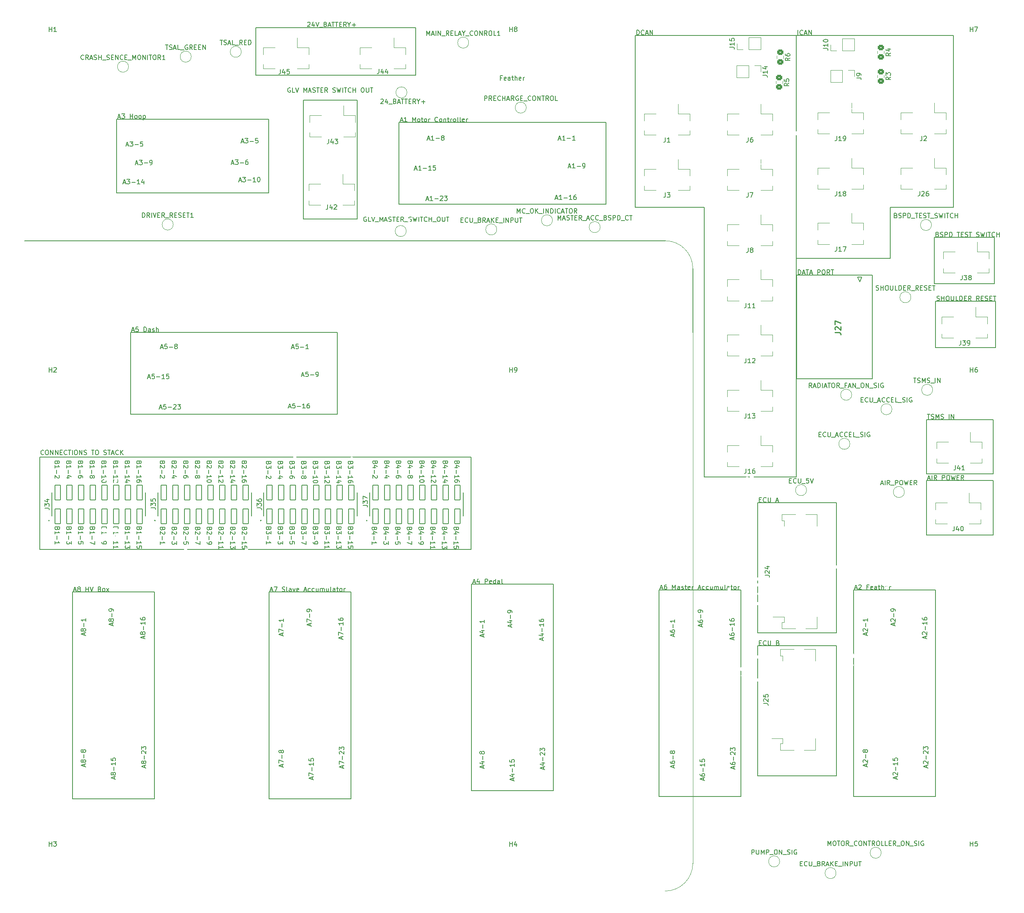
<source format=gto>
G04 #@! TF.GenerationSoftware,KiCad,Pcbnew,8.0.2*
G04 #@! TF.CreationDate,2024-05-16T19:18:51+09:30*
G04 #@! TF.ProjectId,Motherboard 2024,4d6f7468-6572-4626-9f61-726420323032,rev?*
G04 #@! TF.SameCoordinates,Original*
G04 #@! TF.FileFunction,Legend,Top*
G04 #@! TF.FilePolarity,Positive*
%FSLAX46Y46*%
G04 Gerber Fmt 4.6, Leading zero omitted, Abs format (unit mm)*
G04 Created by KiCad (PCBNEW 8.0.2) date 2024-05-16 19:18:51*
%MOMM*%
%LPD*%
G01*
G04 APERTURE LIST*
G04 Aperture macros list*
%AMRoundRect*
0 Rectangle with rounded corners*
0 $1 Rounding radius*
0 $2 $3 $4 $5 $6 $7 $8 $9 X,Y pos of 4 corners*
0 Add a 4 corners polygon primitive as box body*
4,1,4,$2,$3,$4,$5,$6,$7,$8,$9,$2,$3,0*
0 Add four circle primitives for the rounded corners*
1,1,$1+$1,$2,$3*
1,1,$1+$1,$4,$5*
1,1,$1+$1,$6,$7*
1,1,$1+$1,$8,$9*
0 Add four rect primitives between the rounded corners*
20,1,$1+$1,$2,$3,$4,$5,0*
20,1,$1+$1,$4,$5,$6,$7,0*
20,1,$1+$1,$6,$7,$8,$9,0*
20,1,$1+$1,$8,$9,$2,$3,0*%
G04 Aperture macros list end*
%ADD10C,0.150000*%
%ADD11C,0.100000*%
%ADD12C,0.254000*%
%ADD13C,0.120000*%
%ADD14C,0.200000*%
%ADD15C,0.127000*%
%ADD16C,2.410000*%
%ADD17R,1.270000X2.540000*%
%ADD18R,2.540000X1.270000*%
%ADD19C,2.000000*%
%ADD20RoundRect,0.250000X-0.450000X0.325000X-0.450000X-0.325000X0.450000X-0.325000X0.450000X0.325000X0*%
%ADD21C,3.200000*%
%ADD22RoundRect,0.102000X-0.570000X-1.587500X0.570000X-1.587500X0.570000X1.587500X-0.570000X1.587500X0*%
%ADD23R,1.700000X1.700000*%
%ADD24O,1.700000X1.700000*%
%ADD25C,2.500000*%
%ADD26C,1.250000*%
%ADD27C,0.800000*%
G04 APERTURE END LIST*
D10*
X315061600Y-160883600D02*
X332841600Y-160883600D01*
X332841600Y-205790800D01*
X315061600Y-205790800D01*
X315061600Y-160883600D01*
X195604000Y-54501400D02*
X207288000Y-54501400D01*
X207288000Y-80307800D01*
X195604000Y-80307800D01*
X195604000Y-54501400D01*
X282702000Y-77724000D02*
X267665200Y-77724000D01*
X332892400Y-98145600D02*
X345948000Y-98145600D01*
X345948000Y-108204000D01*
X332892400Y-108204000D01*
X332892400Y-98145600D01*
X267665200Y-77724000D02*
X267665200Y-40386000D01*
X216408000Y-59283600D02*
X261315200Y-59283600D01*
X261315200Y-77063600D01*
X216408000Y-77063600D01*
X216408000Y-59283600D01*
X155092400Y-58572400D02*
X188061600Y-58572400D01*
X188061600Y-74625200D01*
X155092400Y-74625200D01*
X155092400Y-58572400D01*
X302666400Y-40386000D02*
X336804000Y-40386000D01*
X294284400Y-173024800D02*
X311353200Y-173024800D01*
X311353200Y-201269600D01*
X294284400Y-201269600D01*
X294284400Y-173024800D01*
X302666400Y-88798400D02*
X302666400Y-40386000D01*
X302666400Y-40386000D02*
X302666400Y-136296400D01*
X138379200Y-132029200D02*
X232003600Y-132029200D01*
X232003600Y-152095200D01*
X138379200Y-152095200D01*
X138379200Y-132029200D01*
X267665200Y-40386000D02*
X302666400Y-40386000D01*
X302717200Y-92456000D02*
X319125600Y-92456000D01*
X319125600Y-114960400D01*
X302717200Y-114960400D01*
X302717200Y-92456000D01*
D11*
X274179991Y-85011452D02*
G75*
G02*
X280180048Y-91001452I4809J-5995248D01*
G01*
D10*
X330911200Y-137109200D02*
X345440000Y-137109200D01*
X345440000Y-148945600D01*
X330911200Y-148945600D01*
X330911200Y-137109200D01*
X232156000Y-159613600D02*
X249936000Y-159613600D01*
X249936000Y-204520800D01*
X232156000Y-204520800D01*
X232156000Y-159613600D01*
X336804000Y-40386000D02*
X336804000Y-77724000D01*
X302666400Y-136296400D02*
X282702000Y-136296400D01*
X188163200Y-161340800D02*
X205943200Y-161340800D01*
X205943200Y-206248000D01*
X188163200Y-206248000D01*
X188163200Y-161340800D01*
X332638400Y-84277200D02*
X345694000Y-84277200D01*
X345694000Y-94335600D01*
X332638400Y-94335600D01*
X332638400Y-84277200D01*
X323088000Y-88798400D02*
X302666400Y-88798400D01*
D11*
X280179851Y-220301638D02*
G75*
G02*
X274189851Y-226301651I-5995051J-4962D01*
G01*
D10*
X145491200Y-161340800D02*
X163271200Y-161340800D01*
X163271200Y-206248000D01*
X145491200Y-206248000D01*
X145491200Y-161340800D01*
X280179991Y-91001452D02*
X280179791Y-104935552D01*
X274179991Y-85011452D02*
X135128000Y-84988400D01*
X185260000Y-38678600D02*
X220007200Y-38678600D01*
X220007200Y-49041800D01*
X185260000Y-49041800D01*
X185260000Y-38678600D01*
X272846800Y-160883600D02*
X290626800Y-160883600D01*
X290626800Y-205790800D01*
X272846800Y-205790800D01*
X272846800Y-160883600D01*
X282702000Y-136296400D02*
X282702000Y-77724000D01*
X294284400Y-141935200D02*
X311353200Y-141935200D01*
X311353200Y-170180000D01*
X294284400Y-170180000D01*
X294284400Y-141935200D01*
X158089600Y-104902000D02*
X202996800Y-104902000D01*
X202996800Y-122682000D01*
X158089600Y-122682000D01*
X158089600Y-104902000D01*
D11*
X280179851Y-220301638D02*
X280179791Y-104935552D01*
D10*
X336804000Y-77724000D02*
X323088000Y-77724000D01*
X267665200Y-40386000D02*
X302666400Y-40386000D01*
X330911200Y-123850400D02*
X345440000Y-123850400D01*
X345440000Y-135686800D01*
X330911200Y-135686800D01*
X330911200Y-123850400D01*
X323088000Y-77724000D02*
X323088000Y-88798400D01*
X182873590Y-147583712D02*
X182825971Y-147726569D01*
X182825971Y-147726569D02*
X182778352Y-147774188D01*
X182778352Y-147774188D02*
X182683114Y-147821807D01*
X182683114Y-147821807D02*
X182540257Y-147821807D01*
X182540257Y-147821807D02*
X182445019Y-147774188D01*
X182445019Y-147774188D02*
X182397400Y-147726569D01*
X182397400Y-147726569D02*
X182349780Y-147631331D01*
X182349780Y-147631331D02*
X182349780Y-147250379D01*
X182349780Y-147250379D02*
X183349780Y-147250379D01*
X183349780Y-147250379D02*
X183349780Y-147583712D01*
X183349780Y-147583712D02*
X183302161Y-147678950D01*
X183302161Y-147678950D02*
X183254542Y-147726569D01*
X183254542Y-147726569D02*
X183159304Y-147774188D01*
X183159304Y-147774188D02*
X183064066Y-147774188D01*
X183064066Y-147774188D02*
X182968828Y-147726569D01*
X182968828Y-147726569D02*
X182921209Y-147678950D01*
X182921209Y-147678950D02*
X182873590Y-147583712D01*
X182873590Y-147583712D02*
X182873590Y-147250379D01*
X183254542Y-148202760D02*
X183302161Y-148250379D01*
X183302161Y-148250379D02*
X183349780Y-148345617D01*
X183349780Y-148345617D02*
X183349780Y-148583712D01*
X183349780Y-148583712D02*
X183302161Y-148678950D01*
X183302161Y-148678950D02*
X183254542Y-148726569D01*
X183254542Y-148726569D02*
X183159304Y-148774188D01*
X183159304Y-148774188D02*
X183064066Y-148774188D01*
X183064066Y-148774188D02*
X182921209Y-148726569D01*
X182921209Y-148726569D02*
X182349780Y-148155141D01*
X182349780Y-148155141D02*
X182349780Y-148774188D01*
X182730733Y-149202760D02*
X182730733Y-149964665D01*
X182349780Y-150964664D02*
X182349780Y-150393236D01*
X182349780Y-150678950D02*
X183349780Y-150678950D01*
X183349780Y-150678950D02*
X183206923Y-150583712D01*
X183206923Y-150583712D02*
X183111685Y-150488474D01*
X183111685Y-150488474D02*
X183064066Y-150393236D01*
X183349780Y-151869426D02*
X183349780Y-151393236D01*
X183349780Y-151393236D02*
X182873590Y-151345617D01*
X182873590Y-151345617D02*
X182921209Y-151393236D01*
X182921209Y-151393236D02*
X182968828Y-151488474D01*
X182968828Y-151488474D02*
X182968828Y-151726569D01*
X182968828Y-151726569D02*
X182921209Y-151821807D01*
X182921209Y-151821807D02*
X182873590Y-151869426D01*
X182873590Y-151869426D02*
X182778352Y-151917045D01*
X182778352Y-151917045D02*
X182540257Y-151917045D01*
X182540257Y-151917045D02*
X182445019Y-151869426D01*
X182445019Y-151869426D02*
X182397400Y-151821807D01*
X182397400Y-151821807D02*
X182349780Y-151726569D01*
X182349780Y-151726569D02*
X182349780Y-151488474D01*
X182349780Y-151488474D02*
X182397400Y-151393236D01*
X182397400Y-151393236D02*
X182445019Y-151345617D01*
X165093590Y-147583712D02*
X165045971Y-147726569D01*
X165045971Y-147726569D02*
X164998352Y-147774188D01*
X164998352Y-147774188D02*
X164903114Y-147821807D01*
X164903114Y-147821807D02*
X164760257Y-147821807D01*
X164760257Y-147821807D02*
X164665019Y-147774188D01*
X164665019Y-147774188D02*
X164617400Y-147726569D01*
X164617400Y-147726569D02*
X164569780Y-147631331D01*
X164569780Y-147631331D02*
X164569780Y-147250379D01*
X164569780Y-147250379D02*
X165569780Y-147250379D01*
X165569780Y-147250379D02*
X165569780Y-147583712D01*
X165569780Y-147583712D02*
X165522161Y-147678950D01*
X165522161Y-147678950D02*
X165474542Y-147726569D01*
X165474542Y-147726569D02*
X165379304Y-147774188D01*
X165379304Y-147774188D02*
X165284066Y-147774188D01*
X165284066Y-147774188D02*
X165188828Y-147726569D01*
X165188828Y-147726569D02*
X165141209Y-147678950D01*
X165141209Y-147678950D02*
X165093590Y-147583712D01*
X165093590Y-147583712D02*
X165093590Y-147250379D01*
X165474542Y-148202760D02*
X165522161Y-148250379D01*
X165522161Y-148250379D02*
X165569780Y-148345617D01*
X165569780Y-148345617D02*
X165569780Y-148583712D01*
X165569780Y-148583712D02*
X165522161Y-148678950D01*
X165522161Y-148678950D02*
X165474542Y-148726569D01*
X165474542Y-148726569D02*
X165379304Y-148774188D01*
X165379304Y-148774188D02*
X165284066Y-148774188D01*
X165284066Y-148774188D02*
X165141209Y-148726569D01*
X165141209Y-148726569D02*
X164569780Y-148155141D01*
X164569780Y-148155141D02*
X164569780Y-148774188D01*
X164950733Y-149202760D02*
X164950733Y-149964665D01*
X164569780Y-150964664D02*
X164569780Y-150393236D01*
X164569780Y-150678950D02*
X165569780Y-150678950D01*
X165569780Y-150678950D02*
X165426923Y-150583712D01*
X165426923Y-150583712D02*
X165331685Y-150488474D01*
X165331685Y-150488474D02*
X165284066Y-150393236D01*
X157422790Y-133207312D02*
X157375171Y-133350169D01*
X157375171Y-133350169D02*
X157327552Y-133397788D01*
X157327552Y-133397788D02*
X157232314Y-133445407D01*
X157232314Y-133445407D02*
X157089457Y-133445407D01*
X157089457Y-133445407D02*
X156994219Y-133397788D01*
X156994219Y-133397788D02*
X156946600Y-133350169D01*
X156946600Y-133350169D02*
X156898980Y-133254931D01*
X156898980Y-133254931D02*
X156898980Y-132873979D01*
X156898980Y-132873979D02*
X157898980Y-132873979D01*
X157898980Y-132873979D02*
X157898980Y-133207312D01*
X157898980Y-133207312D02*
X157851361Y-133302550D01*
X157851361Y-133302550D02*
X157803742Y-133350169D01*
X157803742Y-133350169D02*
X157708504Y-133397788D01*
X157708504Y-133397788D02*
X157613266Y-133397788D01*
X157613266Y-133397788D02*
X157518028Y-133350169D01*
X157518028Y-133350169D02*
X157470409Y-133302550D01*
X157470409Y-133302550D02*
X157422790Y-133207312D01*
X157422790Y-133207312D02*
X157422790Y-132873979D01*
X156898980Y-134397788D02*
X156898980Y-133826360D01*
X156898980Y-134112074D02*
X157898980Y-134112074D01*
X157898980Y-134112074D02*
X157756123Y-134016836D01*
X157756123Y-134016836D02*
X157660885Y-133921598D01*
X157660885Y-133921598D02*
X157613266Y-133826360D01*
X157279933Y-134826360D02*
X157279933Y-135588265D01*
X156898980Y-136588264D02*
X156898980Y-136016836D01*
X156898980Y-136302550D02*
X157898980Y-136302550D01*
X157898980Y-136302550D02*
X157756123Y-136207312D01*
X157756123Y-136207312D02*
X157660885Y-136112074D01*
X157660885Y-136112074D02*
X157613266Y-136016836D01*
X157565647Y-137445407D02*
X156898980Y-137445407D01*
X157946600Y-137207312D02*
X157232314Y-136969217D01*
X157232314Y-136969217D02*
X157232314Y-137588264D01*
X198265990Y-133292912D02*
X198218371Y-133435769D01*
X198218371Y-133435769D02*
X198170752Y-133483388D01*
X198170752Y-133483388D02*
X198075514Y-133531007D01*
X198075514Y-133531007D02*
X197932657Y-133531007D01*
X197932657Y-133531007D02*
X197837419Y-133483388D01*
X197837419Y-133483388D02*
X197789800Y-133435769D01*
X197789800Y-133435769D02*
X197742180Y-133340531D01*
X197742180Y-133340531D02*
X197742180Y-132959579D01*
X197742180Y-132959579D02*
X198742180Y-132959579D01*
X198742180Y-132959579D02*
X198742180Y-133292912D01*
X198742180Y-133292912D02*
X198694561Y-133388150D01*
X198694561Y-133388150D02*
X198646942Y-133435769D01*
X198646942Y-133435769D02*
X198551704Y-133483388D01*
X198551704Y-133483388D02*
X198456466Y-133483388D01*
X198456466Y-133483388D02*
X198361228Y-133435769D01*
X198361228Y-133435769D02*
X198313609Y-133388150D01*
X198313609Y-133388150D02*
X198265990Y-133292912D01*
X198265990Y-133292912D02*
X198265990Y-132959579D01*
X198742180Y-133864341D02*
X198742180Y-134483388D01*
X198742180Y-134483388D02*
X198361228Y-134150055D01*
X198361228Y-134150055D02*
X198361228Y-134292912D01*
X198361228Y-134292912D02*
X198313609Y-134388150D01*
X198313609Y-134388150D02*
X198265990Y-134435769D01*
X198265990Y-134435769D02*
X198170752Y-134483388D01*
X198170752Y-134483388D02*
X197932657Y-134483388D01*
X197932657Y-134483388D02*
X197837419Y-134435769D01*
X197837419Y-134435769D02*
X197789800Y-134388150D01*
X197789800Y-134388150D02*
X197742180Y-134292912D01*
X197742180Y-134292912D02*
X197742180Y-134007198D01*
X197742180Y-134007198D02*
X197789800Y-133911960D01*
X197789800Y-133911960D02*
X197837419Y-133864341D01*
X198123133Y-134911960D02*
X198123133Y-135673865D01*
X197742180Y-136673864D02*
X197742180Y-136102436D01*
X197742180Y-136388150D02*
X198742180Y-136388150D01*
X198742180Y-136388150D02*
X198599323Y-136292912D01*
X198599323Y-136292912D02*
X198504085Y-136197674D01*
X198504085Y-136197674D02*
X198456466Y-136102436D01*
X198742180Y-137292912D02*
X198742180Y-137388150D01*
X198742180Y-137388150D02*
X198694561Y-137483388D01*
X198694561Y-137483388D02*
X198646942Y-137531007D01*
X198646942Y-137531007D02*
X198551704Y-137578626D01*
X198551704Y-137578626D02*
X198361228Y-137626245D01*
X198361228Y-137626245D02*
X198123133Y-137626245D01*
X198123133Y-137626245D02*
X197932657Y-137578626D01*
X197932657Y-137578626D02*
X197837419Y-137531007D01*
X197837419Y-137531007D02*
X197789800Y-137483388D01*
X197789800Y-137483388D02*
X197742180Y-137388150D01*
X197742180Y-137388150D02*
X197742180Y-137292912D01*
X197742180Y-137292912D02*
X197789800Y-137197674D01*
X197789800Y-137197674D02*
X197837419Y-137150055D01*
X197837419Y-137150055D02*
X197932657Y-137102436D01*
X197932657Y-137102436D02*
X198123133Y-137054817D01*
X198123133Y-137054817D02*
X198361228Y-137054817D01*
X198361228Y-137054817D02*
X198551704Y-137102436D01*
X198551704Y-137102436D02*
X198646942Y-137150055D01*
X198646942Y-137150055D02*
X198694561Y-137197674D01*
X198694561Y-137197674D02*
X198742180Y-137292912D01*
X154117704Y-168570039D02*
X154117704Y-168093849D01*
X154403419Y-168665277D02*
X153403419Y-168331944D01*
X153403419Y-168331944D02*
X154403419Y-167998611D01*
X153831990Y-167522420D02*
X153784371Y-167617658D01*
X153784371Y-167617658D02*
X153736752Y-167665277D01*
X153736752Y-167665277D02*
X153641514Y-167712896D01*
X153641514Y-167712896D02*
X153593895Y-167712896D01*
X153593895Y-167712896D02*
X153498657Y-167665277D01*
X153498657Y-167665277D02*
X153451038Y-167617658D01*
X153451038Y-167617658D02*
X153403419Y-167522420D01*
X153403419Y-167522420D02*
X153403419Y-167331944D01*
X153403419Y-167331944D02*
X153451038Y-167236706D01*
X153451038Y-167236706D02*
X153498657Y-167189087D01*
X153498657Y-167189087D02*
X153593895Y-167141468D01*
X153593895Y-167141468D02*
X153641514Y-167141468D01*
X153641514Y-167141468D02*
X153736752Y-167189087D01*
X153736752Y-167189087D02*
X153784371Y-167236706D01*
X153784371Y-167236706D02*
X153831990Y-167331944D01*
X153831990Y-167331944D02*
X153831990Y-167522420D01*
X153831990Y-167522420D02*
X153879609Y-167617658D01*
X153879609Y-167617658D02*
X153927228Y-167665277D01*
X153927228Y-167665277D02*
X154022466Y-167712896D01*
X154022466Y-167712896D02*
X154212942Y-167712896D01*
X154212942Y-167712896D02*
X154308180Y-167665277D01*
X154308180Y-167665277D02*
X154355800Y-167617658D01*
X154355800Y-167617658D02*
X154403419Y-167522420D01*
X154403419Y-167522420D02*
X154403419Y-167331944D01*
X154403419Y-167331944D02*
X154355800Y-167236706D01*
X154355800Y-167236706D02*
X154308180Y-167189087D01*
X154308180Y-167189087D02*
X154212942Y-167141468D01*
X154212942Y-167141468D02*
X154022466Y-167141468D01*
X154022466Y-167141468D02*
X153927228Y-167189087D01*
X153927228Y-167189087D02*
X153879609Y-167236706D01*
X153879609Y-167236706D02*
X153831990Y-167331944D01*
X154022466Y-166712896D02*
X154022466Y-165950992D01*
X154403419Y-165427182D02*
X154403419Y-165236706D01*
X154403419Y-165236706D02*
X154355800Y-165141468D01*
X154355800Y-165141468D02*
X154308180Y-165093849D01*
X154308180Y-165093849D02*
X154165323Y-164998611D01*
X154165323Y-164998611D02*
X153974847Y-164950992D01*
X153974847Y-164950992D02*
X153593895Y-164950992D01*
X153593895Y-164950992D02*
X153498657Y-164998611D01*
X153498657Y-164998611D02*
X153451038Y-165046230D01*
X153451038Y-165046230D02*
X153403419Y-165141468D01*
X153403419Y-165141468D02*
X153403419Y-165331944D01*
X153403419Y-165331944D02*
X153451038Y-165427182D01*
X153451038Y-165427182D02*
X153498657Y-165474801D01*
X153498657Y-165474801D02*
X153593895Y-165522420D01*
X153593895Y-165522420D02*
X153831990Y-165522420D01*
X153831990Y-165522420D02*
X153927228Y-165474801D01*
X153927228Y-165474801D02*
X153974847Y-165427182D01*
X153974847Y-165427182D02*
X154022466Y-165331944D01*
X154022466Y-165331944D02*
X154022466Y-165141468D01*
X154022466Y-165141468D02*
X153974847Y-165046230D01*
X153974847Y-165046230D02*
X153927228Y-164998611D01*
X153927228Y-164998611D02*
X153831990Y-164950992D01*
X180019560Y-68164104D02*
X180495750Y-68164104D01*
X179924322Y-68449819D02*
X180257655Y-67449819D01*
X180257655Y-67449819D02*
X180590988Y-68449819D01*
X180829084Y-67449819D02*
X181448131Y-67449819D01*
X181448131Y-67449819D02*
X181114798Y-67830771D01*
X181114798Y-67830771D02*
X181257655Y-67830771D01*
X181257655Y-67830771D02*
X181352893Y-67878390D01*
X181352893Y-67878390D02*
X181400512Y-67926009D01*
X181400512Y-67926009D02*
X181448131Y-68021247D01*
X181448131Y-68021247D02*
X181448131Y-68259342D01*
X181448131Y-68259342D02*
X181400512Y-68354580D01*
X181400512Y-68354580D02*
X181352893Y-68402200D01*
X181352893Y-68402200D02*
X181257655Y-68449819D01*
X181257655Y-68449819D02*
X180971941Y-68449819D01*
X180971941Y-68449819D02*
X180876703Y-68402200D01*
X180876703Y-68402200D02*
X180829084Y-68354580D01*
X181876703Y-68068866D02*
X182638608Y-68068866D01*
X183543369Y-67449819D02*
X183352893Y-67449819D01*
X183352893Y-67449819D02*
X183257655Y-67497438D01*
X183257655Y-67497438D02*
X183210036Y-67545057D01*
X183210036Y-67545057D02*
X183114798Y-67687914D01*
X183114798Y-67687914D02*
X183067179Y-67878390D01*
X183067179Y-67878390D02*
X183067179Y-68259342D01*
X183067179Y-68259342D02*
X183114798Y-68354580D01*
X183114798Y-68354580D02*
X183162417Y-68402200D01*
X183162417Y-68402200D02*
X183257655Y-68449819D01*
X183257655Y-68449819D02*
X183448131Y-68449819D01*
X183448131Y-68449819D02*
X183543369Y-68402200D01*
X183543369Y-68402200D02*
X183590988Y-68354580D01*
X183590988Y-68354580D02*
X183638607Y-68259342D01*
X183638607Y-68259342D02*
X183638607Y-68021247D01*
X183638607Y-68021247D02*
X183590988Y-67926009D01*
X183590988Y-67926009D02*
X183543369Y-67878390D01*
X183543369Y-67878390D02*
X183448131Y-67830771D01*
X183448131Y-67830771D02*
X183257655Y-67830771D01*
X183257655Y-67830771D02*
X183162417Y-67878390D01*
X183162417Y-67878390D02*
X183114798Y-67926009D01*
X183114798Y-67926009D02*
X183067179Y-68021247D01*
X317846104Y-170703639D02*
X317846104Y-170227449D01*
X318131819Y-170798877D02*
X317131819Y-170465544D01*
X317131819Y-170465544D02*
X318131819Y-170132211D01*
X317227057Y-169846496D02*
X317179438Y-169798877D01*
X317179438Y-169798877D02*
X317131819Y-169703639D01*
X317131819Y-169703639D02*
X317131819Y-169465544D01*
X317131819Y-169465544D02*
X317179438Y-169370306D01*
X317179438Y-169370306D02*
X317227057Y-169322687D01*
X317227057Y-169322687D02*
X317322295Y-169275068D01*
X317322295Y-169275068D02*
X317417533Y-169275068D01*
X317417533Y-169275068D02*
X317560390Y-169322687D01*
X317560390Y-169322687D02*
X318131819Y-169894115D01*
X318131819Y-169894115D02*
X318131819Y-169275068D01*
X317750866Y-168846496D02*
X317750866Y-168084592D01*
X318131819Y-167084592D02*
X318131819Y-167656020D01*
X318131819Y-167370306D02*
X317131819Y-167370306D01*
X317131819Y-167370306D02*
X317274676Y-167465544D01*
X317274676Y-167465544D02*
X317369914Y-167560782D01*
X317369914Y-167560782D02*
X317417533Y-167656020D01*
X165042790Y-133191312D02*
X164995171Y-133334169D01*
X164995171Y-133334169D02*
X164947552Y-133381788D01*
X164947552Y-133381788D02*
X164852314Y-133429407D01*
X164852314Y-133429407D02*
X164709457Y-133429407D01*
X164709457Y-133429407D02*
X164614219Y-133381788D01*
X164614219Y-133381788D02*
X164566600Y-133334169D01*
X164566600Y-133334169D02*
X164518980Y-133238931D01*
X164518980Y-133238931D02*
X164518980Y-132857979D01*
X164518980Y-132857979D02*
X165518980Y-132857979D01*
X165518980Y-132857979D02*
X165518980Y-133191312D01*
X165518980Y-133191312D02*
X165471361Y-133286550D01*
X165471361Y-133286550D02*
X165423742Y-133334169D01*
X165423742Y-133334169D02*
X165328504Y-133381788D01*
X165328504Y-133381788D02*
X165233266Y-133381788D01*
X165233266Y-133381788D02*
X165138028Y-133334169D01*
X165138028Y-133334169D02*
X165090409Y-133286550D01*
X165090409Y-133286550D02*
X165042790Y-133191312D01*
X165042790Y-133191312D02*
X165042790Y-132857979D01*
X165423742Y-133810360D02*
X165471361Y-133857979D01*
X165471361Y-133857979D02*
X165518980Y-133953217D01*
X165518980Y-133953217D02*
X165518980Y-134191312D01*
X165518980Y-134191312D02*
X165471361Y-134286550D01*
X165471361Y-134286550D02*
X165423742Y-134334169D01*
X165423742Y-134334169D02*
X165328504Y-134381788D01*
X165328504Y-134381788D02*
X165233266Y-134381788D01*
X165233266Y-134381788D02*
X165090409Y-134334169D01*
X165090409Y-134334169D02*
X164518980Y-133762741D01*
X164518980Y-133762741D02*
X164518980Y-134381788D01*
X164899933Y-134810360D02*
X164899933Y-135572265D01*
X165423742Y-136000836D02*
X165471361Y-136048455D01*
X165471361Y-136048455D02*
X165518980Y-136143693D01*
X165518980Y-136143693D02*
X165518980Y-136381788D01*
X165518980Y-136381788D02*
X165471361Y-136477026D01*
X165471361Y-136477026D02*
X165423742Y-136524645D01*
X165423742Y-136524645D02*
X165328504Y-136572264D01*
X165328504Y-136572264D02*
X165233266Y-136572264D01*
X165233266Y-136572264D02*
X165090409Y-136524645D01*
X165090409Y-136524645D02*
X164518980Y-135953217D01*
X164518980Y-135953217D02*
X164518980Y-136572264D01*
X161178904Y-199456439D02*
X161178904Y-198980249D01*
X161464619Y-199551677D02*
X160464619Y-199218344D01*
X160464619Y-199218344D02*
X161464619Y-198885011D01*
X160893190Y-198408820D02*
X160845571Y-198504058D01*
X160845571Y-198504058D02*
X160797952Y-198551677D01*
X160797952Y-198551677D02*
X160702714Y-198599296D01*
X160702714Y-198599296D02*
X160655095Y-198599296D01*
X160655095Y-198599296D02*
X160559857Y-198551677D01*
X160559857Y-198551677D02*
X160512238Y-198504058D01*
X160512238Y-198504058D02*
X160464619Y-198408820D01*
X160464619Y-198408820D02*
X160464619Y-198218344D01*
X160464619Y-198218344D02*
X160512238Y-198123106D01*
X160512238Y-198123106D02*
X160559857Y-198075487D01*
X160559857Y-198075487D02*
X160655095Y-198027868D01*
X160655095Y-198027868D02*
X160702714Y-198027868D01*
X160702714Y-198027868D02*
X160797952Y-198075487D01*
X160797952Y-198075487D02*
X160845571Y-198123106D01*
X160845571Y-198123106D02*
X160893190Y-198218344D01*
X160893190Y-198218344D02*
X160893190Y-198408820D01*
X160893190Y-198408820D02*
X160940809Y-198504058D01*
X160940809Y-198504058D02*
X160988428Y-198551677D01*
X160988428Y-198551677D02*
X161083666Y-198599296D01*
X161083666Y-198599296D02*
X161274142Y-198599296D01*
X161274142Y-198599296D02*
X161369380Y-198551677D01*
X161369380Y-198551677D02*
X161417000Y-198504058D01*
X161417000Y-198504058D02*
X161464619Y-198408820D01*
X161464619Y-198408820D02*
X161464619Y-198218344D01*
X161464619Y-198218344D02*
X161417000Y-198123106D01*
X161417000Y-198123106D02*
X161369380Y-198075487D01*
X161369380Y-198075487D02*
X161274142Y-198027868D01*
X161274142Y-198027868D02*
X161083666Y-198027868D01*
X161083666Y-198027868D02*
X160988428Y-198075487D01*
X160988428Y-198075487D02*
X160940809Y-198123106D01*
X160940809Y-198123106D02*
X160893190Y-198218344D01*
X161083666Y-197599296D02*
X161083666Y-196837392D01*
X160559857Y-196408820D02*
X160512238Y-196361201D01*
X160512238Y-196361201D02*
X160464619Y-196265963D01*
X160464619Y-196265963D02*
X160464619Y-196027868D01*
X160464619Y-196027868D02*
X160512238Y-195932630D01*
X160512238Y-195932630D02*
X160559857Y-195885011D01*
X160559857Y-195885011D02*
X160655095Y-195837392D01*
X160655095Y-195837392D02*
X160750333Y-195837392D01*
X160750333Y-195837392D02*
X160893190Y-195885011D01*
X160893190Y-195885011D02*
X161464619Y-196456439D01*
X161464619Y-196456439D02*
X161464619Y-195837392D01*
X160464619Y-195504058D02*
X160464619Y-194885011D01*
X160464619Y-194885011D02*
X160845571Y-195218344D01*
X160845571Y-195218344D02*
X160845571Y-195075487D01*
X160845571Y-195075487D02*
X160893190Y-194980249D01*
X160893190Y-194980249D02*
X160940809Y-194932630D01*
X160940809Y-194932630D02*
X161036047Y-194885011D01*
X161036047Y-194885011D02*
X161274142Y-194885011D01*
X161274142Y-194885011D02*
X161369380Y-194932630D01*
X161369380Y-194932630D02*
X161417000Y-194980249D01*
X161417000Y-194980249D02*
X161464619Y-195075487D01*
X161464619Y-195075487D02*
X161464619Y-195361201D01*
X161464619Y-195361201D02*
X161417000Y-195456439D01*
X161417000Y-195456439D02*
X161369380Y-195504058D01*
X204155704Y-199558039D02*
X204155704Y-199081849D01*
X204441419Y-199653277D02*
X203441419Y-199319944D01*
X203441419Y-199319944D02*
X204441419Y-198986611D01*
X203441419Y-198748515D02*
X203441419Y-198081849D01*
X203441419Y-198081849D02*
X204441419Y-198510420D01*
X204060466Y-197700896D02*
X204060466Y-196938992D01*
X203536657Y-196510420D02*
X203489038Y-196462801D01*
X203489038Y-196462801D02*
X203441419Y-196367563D01*
X203441419Y-196367563D02*
X203441419Y-196129468D01*
X203441419Y-196129468D02*
X203489038Y-196034230D01*
X203489038Y-196034230D02*
X203536657Y-195986611D01*
X203536657Y-195986611D02*
X203631895Y-195938992D01*
X203631895Y-195938992D02*
X203727133Y-195938992D01*
X203727133Y-195938992D02*
X203869990Y-195986611D01*
X203869990Y-195986611D02*
X204441419Y-196558039D01*
X204441419Y-196558039D02*
X204441419Y-195938992D01*
X203441419Y-195605658D02*
X203441419Y-194986611D01*
X203441419Y-194986611D02*
X203822371Y-195319944D01*
X203822371Y-195319944D02*
X203822371Y-195177087D01*
X203822371Y-195177087D02*
X203869990Y-195081849D01*
X203869990Y-195081849D02*
X203917609Y-195034230D01*
X203917609Y-195034230D02*
X204012847Y-194986611D01*
X204012847Y-194986611D02*
X204250942Y-194986611D01*
X204250942Y-194986611D02*
X204346180Y-195034230D01*
X204346180Y-195034230D02*
X204393800Y-195081849D01*
X204393800Y-195081849D02*
X204441419Y-195177087D01*
X204441419Y-195177087D02*
X204441419Y-195462801D01*
X204441419Y-195462801D02*
X204393800Y-195558039D01*
X204393800Y-195558039D02*
X204346180Y-195605658D01*
X232445160Y-159197704D02*
X232921350Y-159197704D01*
X232349922Y-159483419D02*
X232683255Y-158483419D01*
X232683255Y-158483419D02*
X233016588Y-159483419D01*
X233778493Y-158816752D02*
X233778493Y-159483419D01*
X233540398Y-158435800D02*
X233302303Y-159150085D01*
X233302303Y-159150085D02*
X233921350Y-159150085D01*
X235064208Y-159483419D02*
X235064208Y-158483419D01*
X235064208Y-158483419D02*
X235445160Y-158483419D01*
X235445160Y-158483419D02*
X235540398Y-158531038D01*
X235540398Y-158531038D02*
X235588017Y-158578657D01*
X235588017Y-158578657D02*
X235635636Y-158673895D01*
X235635636Y-158673895D02*
X235635636Y-158816752D01*
X235635636Y-158816752D02*
X235588017Y-158911990D01*
X235588017Y-158911990D02*
X235540398Y-158959609D01*
X235540398Y-158959609D02*
X235445160Y-159007228D01*
X235445160Y-159007228D02*
X235064208Y-159007228D01*
X236445160Y-159435800D02*
X236349922Y-159483419D01*
X236349922Y-159483419D02*
X236159446Y-159483419D01*
X236159446Y-159483419D02*
X236064208Y-159435800D01*
X236064208Y-159435800D02*
X236016589Y-159340561D01*
X236016589Y-159340561D02*
X236016589Y-158959609D01*
X236016589Y-158959609D02*
X236064208Y-158864371D01*
X236064208Y-158864371D02*
X236159446Y-158816752D01*
X236159446Y-158816752D02*
X236349922Y-158816752D01*
X236349922Y-158816752D02*
X236445160Y-158864371D01*
X236445160Y-158864371D02*
X236492779Y-158959609D01*
X236492779Y-158959609D02*
X236492779Y-159054847D01*
X236492779Y-159054847D02*
X236016589Y-159150085D01*
X237349922Y-159483419D02*
X237349922Y-158483419D01*
X237349922Y-159435800D02*
X237254684Y-159483419D01*
X237254684Y-159483419D02*
X237064208Y-159483419D01*
X237064208Y-159483419D02*
X236968970Y-159435800D01*
X236968970Y-159435800D02*
X236921351Y-159388180D01*
X236921351Y-159388180D02*
X236873732Y-159292942D01*
X236873732Y-159292942D02*
X236873732Y-159007228D01*
X236873732Y-159007228D02*
X236921351Y-158911990D01*
X236921351Y-158911990D02*
X236968970Y-158864371D01*
X236968970Y-158864371D02*
X237064208Y-158816752D01*
X237064208Y-158816752D02*
X237254684Y-158816752D01*
X237254684Y-158816752D02*
X237349922Y-158864371D01*
X238254684Y-159483419D02*
X238254684Y-158959609D01*
X238254684Y-158959609D02*
X238207065Y-158864371D01*
X238207065Y-158864371D02*
X238111827Y-158816752D01*
X238111827Y-158816752D02*
X237921351Y-158816752D01*
X237921351Y-158816752D02*
X237826113Y-158864371D01*
X238254684Y-159435800D02*
X238159446Y-159483419D01*
X238159446Y-159483419D02*
X237921351Y-159483419D01*
X237921351Y-159483419D02*
X237826113Y-159435800D01*
X237826113Y-159435800D02*
X237778494Y-159340561D01*
X237778494Y-159340561D02*
X237778494Y-159245323D01*
X237778494Y-159245323D02*
X237826113Y-159150085D01*
X237826113Y-159150085D02*
X237921351Y-159102466D01*
X237921351Y-159102466D02*
X238159446Y-159102466D01*
X238159446Y-159102466D02*
X238254684Y-159054847D01*
X238873732Y-159483419D02*
X238778494Y-159435800D01*
X238778494Y-159435800D02*
X238730875Y-159340561D01*
X238730875Y-159340561D02*
X238730875Y-158483419D01*
X172662790Y-133191312D02*
X172615171Y-133334169D01*
X172615171Y-133334169D02*
X172567552Y-133381788D01*
X172567552Y-133381788D02*
X172472314Y-133429407D01*
X172472314Y-133429407D02*
X172329457Y-133429407D01*
X172329457Y-133429407D02*
X172234219Y-133381788D01*
X172234219Y-133381788D02*
X172186600Y-133334169D01*
X172186600Y-133334169D02*
X172138980Y-133238931D01*
X172138980Y-133238931D02*
X172138980Y-132857979D01*
X172138980Y-132857979D02*
X173138980Y-132857979D01*
X173138980Y-132857979D02*
X173138980Y-133191312D01*
X173138980Y-133191312D02*
X173091361Y-133286550D01*
X173091361Y-133286550D02*
X173043742Y-133334169D01*
X173043742Y-133334169D02*
X172948504Y-133381788D01*
X172948504Y-133381788D02*
X172853266Y-133381788D01*
X172853266Y-133381788D02*
X172758028Y-133334169D01*
X172758028Y-133334169D02*
X172710409Y-133286550D01*
X172710409Y-133286550D02*
X172662790Y-133191312D01*
X172662790Y-133191312D02*
X172662790Y-132857979D01*
X173043742Y-133810360D02*
X173091361Y-133857979D01*
X173091361Y-133857979D02*
X173138980Y-133953217D01*
X173138980Y-133953217D02*
X173138980Y-134191312D01*
X173138980Y-134191312D02*
X173091361Y-134286550D01*
X173091361Y-134286550D02*
X173043742Y-134334169D01*
X173043742Y-134334169D02*
X172948504Y-134381788D01*
X172948504Y-134381788D02*
X172853266Y-134381788D01*
X172853266Y-134381788D02*
X172710409Y-134334169D01*
X172710409Y-134334169D02*
X172138980Y-133762741D01*
X172138980Y-133762741D02*
X172138980Y-134381788D01*
X172519933Y-134810360D02*
X172519933Y-135572265D01*
X172710409Y-136191312D02*
X172758028Y-136096074D01*
X172758028Y-136096074D02*
X172805647Y-136048455D01*
X172805647Y-136048455D02*
X172900885Y-136000836D01*
X172900885Y-136000836D02*
X172948504Y-136000836D01*
X172948504Y-136000836D02*
X173043742Y-136048455D01*
X173043742Y-136048455D02*
X173091361Y-136096074D01*
X173091361Y-136096074D02*
X173138980Y-136191312D01*
X173138980Y-136191312D02*
X173138980Y-136381788D01*
X173138980Y-136381788D02*
X173091361Y-136477026D01*
X173091361Y-136477026D02*
X173043742Y-136524645D01*
X173043742Y-136524645D02*
X172948504Y-136572264D01*
X172948504Y-136572264D02*
X172900885Y-136572264D01*
X172900885Y-136572264D02*
X172805647Y-136524645D01*
X172805647Y-136524645D02*
X172758028Y-136477026D01*
X172758028Y-136477026D02*
X172710409Y-136381788D01*
X172710409Y-136381788D02*
X172710409Y-136191312D01*
X172710409Y-136191312D02*
X172662790Y-136096074D01*
X172662790Y-136096074D02*
X172615171Y-136048455D01*
X172615171Y-136048455D02*
X172519933Y-136000836D01*
X172519933Y-136000836D02*
X172329457Y-136000836D01*
X172329457Y-136000836D02*
X172234219Y-136048455D01*
X172234219Y-136048455D02*
X172186600Y-136096074D01*
X172186600Y-136096074D02*
X172138980Y-136191312D01*
X172138980Y-136191312D02*
X172138980Y-136381788D01*
X172138980Y-136381788D02*
X172186600Y-136477026D01*
X172186600Y-136477026D02*
X172234219Y-136524645D01*
X172234219Y-136524645D02*
X172329457Y-136572264D01*
X172329457Y-136572264D02*
X172519933Y-136572264D01*
X172519933Y-136572264D02*
X172615171Y-136524645D01*
X172615171Y-136524645D02*
X172662790Y-136477026D01*
X172662790Y-136477026D02*
X172710409Y-136381788D01*
X200805990Y-133292912D02*
X200758371Y-133435769D01*
X200758371Y-133435769D02*
X200710752Y-133483388D01*
X200710752Y-133483388D02*
X200615514Y-133531007D01*
X200615514Y-133531007D02*
X200472657Y-133531007D01*
X200472657Y-133531007D02*
X200377419Y-133483388D01*
X200377419Y-133483388D02*
X200329800Y-133435769D01*
X200329800Y-133435769D02*
X200282180Y-133340531D01*
X200282180Y-133340531D02*
X200282180Y-132959579D01*
X200282180Y-132959579D02*
X201282180Y-132959579D01*
X201282180Y-132959579D02*
X201282180Y-133292912D01*
X201282180Y-133292912D02*
X201234561Y-133388150D01*
X201234561Y-133388150D02*
X201186942Y-133435769D01*
X201186942Y-133435769D02*
X201091704Y-133483388D01*
X201091704Y-133483388D02*
X200996466Y-133483388D01*
X200996466Y-133483388D02*
X200901228Y-133435769D01*
X200901228Y-133435769D02*
X200853609Y-133388150D01*
X200853609Y-133388150D02*
X200805990Y-133292912D01*
X200805990Y-133292912D02*
X200805990Y-132959579D01*
X201282180Y-133864341D02*
X201282180Y-134483388D01*
X201282180Y-134483388D02*
X200901228Y-134150055D01*
X200901228Y-134150055D02*
X200901228Y-134292912D01*
X200901228Y-134292912D02*
X200853609Y-134388150D01*
X200853609Y-134388150D02*
X200805990Y-134435769D01*
X200805990Y-134435769D02*
X200710752Y-134483388D01*
X200710752Y-134483388D02*
X200472657Y-134483388D01*
X200472657Y-134483388D02*
X200377419Y-134435769D01*
X200377419Y-134435769D02*
X200329800Y-134388150D01*
X200329800Y-134388150D02*
X200282180Y-134292912D01*
X200282180Y-134292912D02*
X200282180Y-134007198D01*
X200282180Y-134007198D02*
X200329800Y-133911960D01*
X200329800Y-133911960D02*
X200377419Y-133864341D01*
X200663133Y-134911960D02*
X200663133Y-135673865D01*
X200282180Y-136673864D02*
X200282180Y-136102436D01*
X200282180Y-136388150D02*
X201282180Y-136388150D01*
X201282180Y-136388150D02*
X201139323Y-136292912D01*
X201139323Y-136292912D02*
X201044085Y-136197674D01*
X201044085Y-136197674D02*
X200996466Y-136102436D01*
X201186942Y-137054817D02*
X201234561Y-137102436D01*
X201234561Y-137102436D02*
X201282180Y-137197674D01*
X201282180Y-137197674D02*
X201282180Y-137435769D01*
X201282180Y-137435769D02*
X201234561Y-137531007D01*
X201234561Y-137531007D02*
X201186942Y-137578626D01*
X201186942Y-137578626D02*
X201091704Y-137626245D01*
X201091704Y-137626245D02*
X200996466Y-137626245D01*
X200996466Y-137626245D02*
X200853609Y-137578626D01*
X200853609Y-137578626D02*
X200282180Y-137007198D01*
X200282180Y-137007198D02*
X200282180Y-137626245D01*
X188105990Y-147532912D02*
X188058371Y-147675769D01*
X188058371Y-147675769D02*
X188010752Y-147723388D01*
X188010752Y-147723388D02*
X187915514Y-147771007D01*
X187915514Y-147771007D02*
X187772657Y-147771007D01*
X187772657Y-147771007D02*
X187677419Y-147723388D01*
X187677419Y-147723388D02*
X187629800Y-147675769D01*
X187629800Y-147675769D02*
X187582180Y-147580531D01*
X187582180Y-147580531D02*
X187582180Y-147199579D01*
X187582180Y-147199579D02*
X188582180Y-147199579D01*
X188582180Y-147199579D02*
X188582180Y-147532912D01*
X188582180Y-147532912D02*
X188534561Y-147628150D01*
X188534561Y-147628150D02*
X188486942Y-147675769D01*
X188486942Y-147675769D02*
X188391704Y-147723388D01*
X188391704Y-147723388D02*
X188296466Y-147723388D01*
X188296466Y-147723388D02*
X188201228Y-147675769D01*
X188201228Y-147675769D02*
X188153609Y-147628150D01*
X188153609Y-147628150D02*
X188105990Y-147532912D01*
X188105990Y-147532912D02*
X188105990Y-147199579D01*
X188582180Y-148104341D02*
X188582180Y-148723388D01*
X188582180Y-148723388D02*
X188201228Y-148390055D01*
X188201228Y-148390055D02*
X188201228Y-148532912D01*
X188201228Y-148532912D02*
X188153609Y-148628150D01*
X188153609Y-148628150D02*
X188105990Y-148675769D01*
X188105990Y-148675769D02*
X188010752Y-148723388D01*
X188010752Y-148723388D02*
X187772657Y-148723388D01*
X187772657Y-148723388D02*
X187677419Y-148675769D01*
X187677419Y-148675769D02*
X187629800Y-148628150D01*
X187629800Y-148628150D02*
X187582180Y-148532912D01*
X187582180Y-148532912D02*
X187582180Y-148247198D01*
X187582180Y-148247198D02*
X187629800Y-148151960D01*
X187629800Y-148151960D02*
X187677419Y-148104341D01*
X187963133Y-149151960D02*
X187963133Y-149913865D01*
X187582180Y-150913864D02*
X187582180Y-150342436D01*
X187582180Y-150628150D02*
X188582180Y-150628150D01*
X188582180Y-150628150D02*
X188439323Y-150532912D01*
X188439323Y-150532912D02*
X188344085Y-150437674D01*
X188344085Y-150437674D02*
X188296466Y-150342436D01*
X330749304Y-171414839D02*
X330749304Y-170938649D01*
X331035019Y-171510077D02*
X330035019Y-171176744D01*
X330035019Y-171176744D02*
X331035019Y-170843411D01*
X330130257Y-170557696D02*
X330082638Y-170510077D01*
X330082638Y-170510077D02*
X330035019Y-170414839D01*
X330035019Y-170414839D02*
X330035019Y-170176744D01*
X330035019Y-170176744D02*
X330082638Y-170081506D01*
X330082638Y-170081506D02*
X330130257Y-170033887D01*
X330130257Y-170033887D02*
X330225495Y-169986268D01*
X330225495Y-169986268D02*
X330320733Y-169986268D01*
X330320733Y-169986268D02*
X330463590Y-170033887D01*
X330463590Y-170033887D02*
X331035019Y-170605315D01*
X331035019Y-170605315D02*
X331035019Y-169986268D01*
X330654066Y-169557696D02*
X330654066Y-168795792D01*
X331035019Y-167795792D02*
X331035019Y-168367220D01*
X331035019Y-168081506D02*
X330035019Y-168081506D01*
X330035019Y-168081506D02*
X330177876Y-168176744D01*
X330177876Y-168176744D02*
X330273114Y-168271982D01*
X330273114Y-168271982D02*
X330320733Y-168367220D01*
X330035019Y-166938649D02*
X330035019Y-167129125D01*
X330035019Y-167129125D02*
X330082638Y-167224363D01*
X330082638Y-167224363D02*
X330130257Y-167271982D01*
X330130257Y-167271982D02*
X330273114Y-167367220D01*
X330273114Y-167367220D02*
X330463590Y-167414839D01*
X330463590Y-167414839D02*
X330844542Y-167414839D01*
X330844542Y-167414839D02*
X330939780Y-167367220D01*
X330939780Y-167367220D02*
X330987400Y-167319601D01*
X330987400Y-167319601D02*
X331035019Y-167224363D01*
X331035019Y-167224363D02*
X331035019Y-167033887D01*
X331035019Y-167033887D02*
X330987400Y-166938649D01*
X330987400Y-166938649D02*
X330939780Y-166891030D01*
X330939780Y-166891030D02*
X330844542Y-166843411D01*
X330844542Y-166843411D02*
X330606447Y-166843411D01*
X330606447Y-166843411D02*
X330511209Y-166891030D01*
X330511209Y-166891030D02*
X330463590Y-166938649D01*
X330463590Y-166938649D02*
X330415971Y-167033887D01*
X330415971Y-167033887D02*
X330415971Y-167224363D01*
X330415971Y-167224363D02*
X330463590Y-167319601D01*
X330463590Y-167319601D02*
X330511209Y-167367220D01*
X330511209Y-167367220D02*
X330606447Y-167414839D01*
X197551704Y-202047239D02*
X197551704Y-201571049D01*
X197837419Y-202142477D02*
X196837419Y-201809144D01*
X196837419Y-201809144D02*
X197837419Y-201475811D01*
X196837419Y-201237715D02*
X196837419Y-200571049D01*
X196837419Y-200571049D02*
X197837419Y-200999620D01*
X197456466Y-200190096D02*
X197456466Y-199428192D01*
X197837419Y-198428192D02*
X197837419Y-198999620D01*
X197837419Y-198713906D02*
X196837419Y-198713906D01*
X196837419Y-198713906D02*
X196980276Y-198809144D01*
X196980276Y-198809144D02*
X197075514Y-198904382D01*
X197075514Y-198904382D02*
X197123133Y-198999620D01*
X196837419Y-197523430D02*
X196837419Y-197999620D01*
X196837419Y-197999620D02*
X197313609Y-198047239D01*
X197313609Y-198047239D02*
X197265990Y-197999620D01*
X197265990Y-197999620D02*
X197218371Y-197904382D01*
X197218371Y-197904382D02*
X197218371Y-197666287D01*
X197218371Y-197666287D02*
X197265990Y-197571049D01*
X197265990Y-197571049D02*
X197313609Y-197523430D01*
X197313609Y-197523430D02*
X197408847Y-197475811D01*
X197408847Y-197475811D02*
X197646942Y-197475811D01*
X197646942Y-197475811D02*
X197742180Y-197523430D01*
X197742180Y-197523430D02*
X197789800Y-197571049D01*
X197789800Y-197571049D02*
X197837419Y-197666287D01*
X197837419Y-197666287D02*
X197837419Y-197904382D01*
X197837419Y-197904382D02*
X197789800Y-197999620D01*
X197789800Y-197999620D02*
X197742180Y-198047239D01*
X250326760Y-75784104D02*
X250802950Y-75784104D01*
X250231522Y-76069819D02*
X250564855Y-75069819D01*
X250564855Y-75069819D02*
X250898188Y-76069819D01*
X251755331Y-76069819D02*
X251183903Y-76069819D01*
X251469617Y-76069819D02*
X251469617Y-75069819D01*
X251469617Y-75069819D02*
X251374379Y-75212676D01*
X251374379Y-75212676D02*
X251279141Y-75307914D01*
X251279141Y-75307914D02*
X251183903Y-75355533D01*
X252183903Y-75688866D02*
X252945808Y-75688866D01*
X253945807Y-76069819D02*
X253374379Y-76069819D01*
X253660093Y-76069819D02*
X253660093Y-75069819D01*
X253660093Y-75069819D02*
X253564855Y-75212676D01*
X253564855Y-75212676D02*
X253469617Y-75307914D01*
X253469617Y-75307914D02*
X253374379Y-75355533D01*
X254802950Y-75069819D02*
X254612474Y-75069819D01*
X254612474Y-75069819D02*
X254517236Y-75117438D01*
X254517236Y-75117438D02*
X254469617Y-75165057D01*
X254469617Y-75165057D02*
X254374379Y-75307914D01*
X254374379Y-75307914D02*
X254326760Y-75498390D01*
X254326760Y-75498390D02*
X254326760Y-75879342D01*
X254326760Y-75879342D02*
X254374379Y-75974580D01*
X254374379Y-75974580D02*
X254421998Y-76022200D01*
X254421998Y-76022200D02*
X254517236Y-76069819D01*
X254517236Y-76069819D02*
X254707712Y-76069819D01*
X254707712Y-76069819D02*
X254802950Y-76022200D01*
X254802950Y-76022200D02*
X254850569Y-75974580D01*
X254850569Y-75974580D02*
X254898188Y-75879342D01*
X254898188Y-75879342D02*
X254898188Y-75641247D01*
X254898188Y-75641247D02*
X254850569Y-75546009D01*
X254850569Y-75546009D02*
X254802950Y-75498390D01*
X254802950Y-75498390D02*
X254707712Y-75450771D01*
X254707712Y-75450771D02*
X254517236Y-75450771D01*
X254517236Y-75450771D02*
X254421998Y-75498390D01*
X254421998Y-75498390D02*
X254374379Y-75546009D01*
X254374379Y-75546009D02*
X254326760Y-75641247D01*
X149853590Y-147532912D02*
X149805971Y-147675769D01*
X149805971Y-147675769D02*
X149758352Y-147723388D01*
X149758352Y-147723388D02*
X149663114Y-147771007D01*
X149663114Y-147771007D02*
X149520257Y-147771007D01*
X149520257Y-147771007D02*
X149425019Y-147723388D01*
X149425019Y-147723388D02*
X149377400Y-147675769D01*
X149377400Y-147675769D02*
X149329780Y-147580531D01*
X149329780Y-147580531D02*
X149329780Y-147199579D01*
X149329780Y-147199579D02*
X150329780Y-147199579D01*
X150329780Y-147199579D02*
X150329780Y-147532912D01*
X150329780Y-147532912D02*
X150282161Y-147628150D01*
X150282161Y-147628150D02*
X150234542Y-147675769D01*
X150234542Y-147675769D02*
X150139304Y-147723388D01*
X150139304Y-147723388D02*
X150044066Y-147723388D01*
X150044066Y-147723388D02*
X149948828Y-147675769D01*
X149948828Y-147675769D02*
X149901209Y-147628150D01*
X149901209Y-147628150D02*
X149853590Y-147532912D01*
X149853590Y-147532912D02*
X149853590Y-147199579D01*
X149329780Y-148723388D02*
X149329780Y-148151960D01*
X149329780Y-148437674D02*
X150329780Y-148437674D01*
X150329780Y-148437674D02*
X150186923Y-148342436D01*
X150186923Y-148342436D02*
X150091685Y-148247198D01*
X150091685Y-148247198D02*
X150044066Y-148151960D01*
X149710733Y-149151960D02*
X149710733Y-149913865D01*
X150329780Y-150294817D02*
X150329780Y-150961483D01*
X150329780Y-150961483D02*
X149329780Y-150532912D01*
X294621179Y-172370809D02*
X294954512Y-172370809D01*
X295097369Y-172894619D02*
X294621179Y-172894619D01*
X294621179Y-172894619D02*
X294621179Y-171894619D01*
X294621179Y-171894619D02*
X295097369Y-171894619D01*
X296097369Y-172799380D02*
X296049750Y-172847000D01*
X296049750Y-172847000D02*
X295906893Y-172894619D01*
X295906893Y-172894619D02*
X295811655Y-172894619D01*
X295811655Y-172894619D02*
X295668798Y-172847000D01*
X295668798Y-172847000D02*
X295573560Y-172751761D01*
X295573560Y-172751761D02*
X295525941Y-172656523D01*
X295525941Y-172656523D02*
X295478322Y-172466047D01*
X295478322Y-172466047D02*
X295478322Y-172323190D01*
X295478322Y-172323190D02*
X295525941Y-172132714D01*
X295525941Y-172132714D02*
X295573560Y-172037476D01*
X295573560Y-172037476D02*
X295668798Y-171942238D01*
X295668798Y-171942238D02*
X295811655Y-171894619D01*
X295811655Y-171894619D02*
X295906893Y-171894619D01*
X295906893Y-171894619D02*
X296049750Y-171942238D01*
X296049750Y-171942238D02*
X296097369Y-171989857D01*
X296525941Y-171894619D02*
X296525941Y-172704142D01*
X296525941Y-172704142D02*
X296573560Y-172799380D01*
X296573560Y-172799380D02*
X296621179Y-172847000D01*
X296621179Y-172847000D02*
X296716417Y-172894619D01*
X296716417Y-172894619D02*
X296906893Y-172894619D01*
X296906893Y-172894619D02*
X297002131Y-172847000D01*
X297002131Y-172847000D02*
X297049750Y-172799380D01*
X297049750Y-172799380D02*
X297097369Y-172704142D01*
X297097369Y-172704142D02*
X297097369Y-171894619D01*
X298668798Y-172370809D02*
X298811655Y-172418428D01*
X298811655Y-172418428D02*
X298859274Y-172466047D01*
X298859274Y-172466047D02*
X298906893Y-172561285D01*
X298906893Y-172561285D02*
X298906893Y-172704142D01*
X298906893Y-172704142D02*
X298859274Y-172799380D01*
X298859274Y-172799380D02*
X298811655Y-172847000D01*
X298811655Y-172847000D02*
X298716417Y-172894619D01*
X298716417Y-172894619D02*
X298335465Y-172894619D01*
X298335465Y-172894619D02*
X298335465Y-171894619D01*
X298335465Y-171894619D02*
X298668798Y-171894619D01*
X298668798Y-171894619D02*
X298764036Y-171942238D01*
X298764036Y-171942238D02*
X298811655Y-171989857D01*
X298811655Y-171989857D02*
X298859274Y-172085095D01*
X298859274Y-172085095D02*
X298859274Y-172180333D01*
X298859274Y-172180333D02*
X298811655Y-172275571D01*
X298811655Y-172275571D02*
X298764036Y-172323190D01*
X298764036Y-172323190D02*
X298668798Y-172370809D01*
X298668798Y-172370809D02*
X298335465Y-172370809D01*
X193125960Y-108194504D02*
X193602150Y-108194504D01*
X193030722Y-108480219D02*
X193364055Y-107480219D01*
X193364055Y-107480219D02*
X193697388Y-108480219D01*
X194506912Y-107480219D02*
X194030722Y-107480219D01*
X194030722Y-107480219D02*
X193983103Y-107956409D01*
X193983103Y-107956409D02*
X194030722Y-107908790D01*
X194030722Y-107908790D02*
X194125960Y-107861171D01*
X194125960Y-107861171D02*
X194364055Y-107861171D01*
X194364055Y-107861171D02*
X194459293Y-107908790D01*
X194459293Y-107908790D02*
X194506912Y-107956409D01*
X194506912Y-107956409D02*
X194554531Y-108051647D01*
X194554531Y-108051647D02*
X194554531Y-108289742D01*
X194554531Y-108289742D02*
X194506912Y-108384980D01*
X194506912Y-108384980D02*
X194459293Y-108432600D01*
X194459293Y-108432600D02*
X194364055Y-108480219D01*
X194364055Y-108480219D02*
X194125960Y-108480219D01*
X194125960Y-108480219D02*
X194030722Y-108432600D01*
X194030722Y-108432600D02*
X193983103Y-108384980D01*
X194983103Y-108099266D02*
X195745008Y-108099266D01*
X196745007Y-108480219D02*
X196173579Y-108480219D01*
X196459293Y-108480219D02*
X196459293Y-107480219D01*
X196459293Y-107480219D02*
X196364055Y-107623076D01*
X196364055Y-107623076D02*
X196268817Y-107718314D01*
X196268817Y-107718314D02*
X196173579Y-107765933D01*
X289093304Y-199710439D02*
X289093304Y-199234249D01*
X289379019Y-199805677D02*
X288379019Y-199472344D01*
X288379019Y-199472344D02*
X289379019Y-199139011D01*
X288379019Y-198377106D02*
X288379019Y-198567582D01*
X288379019Y-198567582D02*
X288426638Y-198662820D01*
X288426638Y-198662820D02*
X288474257Y-198710439D01*
X288474257Y-198710439D02*
X288617114Y-198805677D01*
X288617114Y-198805677D02*
X288807590Y-198853296D01*
X288807590Y-198853296D02*
X289188542Y-198853296D01*
X289188542Y-198853296D02*
X289283780Y-198805677D01*
X289283780Y-198805677D02*
X289331400Y-198758058D01*
X289331400Y-198758058D02*
X289379019Y-198662820D01*
X289379019Y-198662820D02*
X289379019Y-198472344D01*
X289379019Y-198472344D02*
X289331400Y-198377106D01*
X289331400Y-198377106D02*
X289283780Y-198329487D01*
X289283780Y-198329487D02*
X289188542Y-198281868D01*
X289188542Y-198281868D02*
X288950447Y-198281868D01*
X288950447Y-198281868D02*
X288855209Y-198329487D01*
X288855209Y-198329487D02*
X288807590Y-198377106D01*
X288807590Y-198377106D02*
X288759971Y-198472344D01*
X288759971Y-198472344D02*
X288759971Y-198662820D01*
X288759971Y-198662820D02*
X288807590Y-198758058D01*
X288807590Y-198758058D02*
X288855209Y-198805677D01*
X288855209Y-198805677D02*
X288950447Y-198853296D01*
X288998066Y-197853296D02*
X288998066Y-197091392D01*
X288474257Y-196662820D02*
X288426638Y-196615201D01*
X288426638Y-196615201D02*
X288379019Y-196519963D01*
X288379019Y-196519963D02*
X288379019Y-196281868D01*
X288379019Y-196281868D02*
X288426638Y-196186630D01*
X288426638Y-196186630D02*
X288474257Y-196139011D01*
X288474257Y-196139011D02*
X288569495Y-196091392D01*
X288569495Y-196091392D02*
X288664733Y-196091392D01*
X288664733Y-196091392D02*
X288807590Y-196139011D01*
X288807590Y-196139011D02*
X289379019Y-196710439D01*
X289379019Y-196710439D02*
X289379019Y-196091392D01*
X288379019Y-195758058D02*
X288379019Y-195139011D01*
X288379019Y-195139011D02*
X288759971Y-195472344D01*
X288759971Y-195472344D02*
X288759971Y-195329487D01*
X288759971Y-195329487D02*
X288807590Y-195234249D01*
X288807590Y-195234249D02*
X288855209Y-195186630D01*
X288855209Y-195186630D02*
X288950447Y-195139011D01*
X288950447Y-195139011D02*
X289188542Y-195139011D01*
X289188542Y-195139011D02*
X289283780Y-195186630D01*
X289283780Y-195186630D02*
X289331400Y-195234249D01*
X289331400Y-195234249D02*
X289379019Y-195329487D01*
X289379019Y-195329487D02*
X289379019Y-195615201D01*
X289379019Y-195615201D02*
X289331400Y-195710439D01*
X289331400Y-195710439D02*
X289283780Y-195758058D01*
X167633590Y-147583712D02*
X167585971Y-147726569D01*
X167585971Y-147726569D02*
X167538352Y-147774188D01*
X167538352Y-147774188D02*
X167443114Y-147821807D01*
X167443114Y-147821807D02*
X167300257Y-147821807D01*
X167300257Y-147821807D02*
X167205019Y-147774188D01*
X167205019Y-147774188D02*
X167157400Y-147726569D01*
X167157400Y-147726569D02*
X167109780Y-147631331D01*
X167109780Y-147631331D02*
X167109780Y-147250379D01*
X167109780Y-147250379D02*
X168109780Y-147250379D01*
X168109780Y-147250379D02*
X168109780Y-147583712D01*
X168109780Y-147583712D02*
X168062161Y-147678950D01*
X168062161Y-147678950D02*
X168014542Y-147726569D01*
X168014542Y-147726569D02*
X167919304Y-147774188D01*
X167919304Y-147774188D02*
X167824066Y-147774188D01*
X167824066Y-147774188D02*
X167728828Y-147726569D01*
X167728828Y-147726569D02*
X167681209Y-147678950D01*
X167681209Y-147678950D02*
X167633590Y-147583712D01*
X167633590Y-147583712D02*
X167633590Y-147250379D01*
X168014542Y-148202760D02*
X168062161Y-148250379D01*
X168062161Y-148250379D02*
X168109780Y-148345617D01*
X168109780Y-148345617D02*
X168109780Y-148583712D01*
X168109780Y-148583712D02*
X168062161Y-148678950D01*
X168062161Y-148678950D02*
X168014542Y-148726569D01*
X168014542Y-148726569D02*
X167919304Y-148774188D01*
X167919304Y-148774188D02*
X167824066Y-148774188D01*
X167824066Y-148774188D02*
X167681209Y-148726569D01*
X167681209Y-148726569D02*
X167109780Y-148155141D01*
X167109780Y-148155141D02*
X167109780Y-148774188D01*
X167490733Y-149202760D02*
X167490733Y-149964665D01*
X168109780Y-150345617D02*
X168109780Y-150964664D01*
X168109780Y-150964664D02*
X167728828Y-150631331D01*
X167728828Y-150631331D02*
X167728828Y-150774188D01*
X167728828Y-150774188D02*
X167681209Y-150869426D01*
X167681209Y-150869426D02*
X167633590Y-150917045D01*
X167633590Y-150917045D02*
X167538352Y-150964664D01*
X167538352Y-150964664D02*
X167300257Y-150964664D01*
X167300257Y-150964664D02*
X167205019Y-150917045D01*
X167205019Y-150917045D02*
X167157400Y-150869426D01*
X167157400Y-150869426D02*
X167109780Y-150774188D01*
X167109780Y-150774188D02*
X167109780Y-150488474D01*
X167109780Y-150488474D02*
X167157400Y-150393236D01*
X167157400Y-150393236D02*
X167205019Y-150345617D01*
X180333590Y-147583712D02*
X180285971Y-147726569D01*
X180285971Y-147726569D02*
X180238352Y-147774188D01*
X180238352Y-147774188D02*
X180143114Y-147821807D01*
X180143114Y-147821807D02*
X180000257Y-147821807D01*
X180000257Y-147821807D02*
X179905019Y-147774188D01*
X179905019Y-147774188D02*
X179857400Y-147726569D01*
X179857400Y-147726569D02*
X179809780Y-147631331D01*
X179809780Y-147631331D02*
X179809780Y-147250379D01*
X179809780Y-147250379D02*
X180809780Y-147250379D01*
X180809780Y-147250379D02*
X180809780Y-147583712D01*
X180809780Y-147583712D02*
X180762161Y-147678950D01*
X180762161Y-147678950D02*
X180714542Y-147726569D01*
X180714542Y-147726569D02*
X180619304Y-147774188D01*
X180619304Y-147774188D02*
X180524066Y-147774188D01*
X180524066Y-147774188D02*
X180428828Y-147726569D01*
X180428828Y-147726569D02*
X180381209Y-147678950D01*
X180381209Y-147678950D02*
X180333590Y-147583712D01*
X180333590Y-147583712D02*
X180333590Y-147250379D01*
X180714542Y-148202760D02*
X180762161Y-148250379D01*
X180762161Y-148250379D02*
X180809780Y-148345617D01*
X180809780Y-148345617D02*
X180809780Y-148583712D01*
X180809780Y-148583712D02*
X180762161Y-148678950D01*
X180762161Y-148678950D02*
X180714542Y-148726569D01*
X180714542Y-148726569D02*
X180619304Y-148774188D01*
X180619304Y-148774188D02*
X180524066Y-148774188D01*
X180524066Y-148774188D02*
X180381209Y-148726569D01*
X180381209Y-148726569D02*
X179809780Y-148155141D01*
X179809780Y-148155141D02*
X179809780Y-148774188D01*
X180190733Y-149202760D02*
X180190733Y-149964665D01*
X179809780Y-150964664D02*
X179809780Y-150393236D01*
X179809780Y-150678950D02*
X180809780Y-150678950D01*
X180809780Y-150678950D02*
X180666923Y-150583712D01*
X180666923Y-150583712D02*
X180571685Y-150488474D01*
X180571685Y-150488474D02*
X180524066Y-150393236D01*
X180809780Y-151297998D02*
X180809780Y-151917045D01*
X180809780Y-151917045D02*
X180428828Y-151583712D01*
X180428828Y-151583712D02*
X180428828Y-151726569D01*
X180428828Y-151726569D02*
X180381209Y-151821807D01*
X180381209Y-151821807D02*
X180333590Y-151869426D01*
X180333590Y-151869426D02*
X180238352Y-151917045D01*
X180238352Y-151917045D02*
X180000257Y-151917045D01*
X180000257Y-151917045D02*
X179905019Y-151869426D01*
X179905019Y-151869426D02*
X179857400Y-151821807D01*
X179857400Y-151821807D02*
X179809780Y-151726569D01*
X179809780Y-151726569D02*
X179809780Y-151440855D01*
X179809780Y-151440855D02*
X179857400Y-151345617D01*
X179857400Y-151345617D02*
X179905019Y-151297998D01*
X216697160Y-58867704D02*
X217173350Y-58867704D01*
X216601922Y-59153419D02*
X216935255Y-58153419D01*
X216935255Y-58153419D02*
X217268588Y-59153419D01*
X218125731Y-59153419D02*
X217554303Y-59153419D01*
X217840017Y-59153419D02*
X217840017Y-58153419D01*
X217840017Y-58153419D02*
X217744779Y-58296276D01*
X217744779Y-58296276D02*
X217649541Y-58391514D01*
X217649541Y-58391514D02*
X217554303Y-58439133D01*
X219316208Y-59153419D02*
X219316208Y-58153419D01*
X219316208Y-58153419D02*
X219649541Y-58867704D01*
X219649541Y-58867704D02*
X219982874Y-58153419D01*
X219982874Y-58153419D02*
X219982874Y-59153419D01*
X220601922Y-59153419D02*
X220506684Y-59105800D01*
X220506684Y-59105800D02*
X220459065Y-59058180D01*
X220459065Y-59058180D02*
X220411446Y-58962942D01*
X220411446Y-58962942D02*
X220411446Y-58677228D01*
X220411446Y-58677228D02*
X220459065Y-58581990D01*
X220459065Y-58581990D02*
X220506684Y-58534371D01*
X220506684Y-58534371D02*
X220601922Y-58486752D01*
X220601922Y-58486752D02*
X220744779Y-58486752D01*
X220744779Y-58486752D02*
X220840017Y-58534371D01*
X220840017Y-58534371D02*
X220887636Y-58581990D01*
X220887636Y-58581990D02*
X220935255Y-58677228D01*
X220935255Y-58677228D02*
X220935255Y-58962942D01*
X220935255Y-58962942D02*
X220887636Y-59058180D01*
X220887636Y-59058180D02*
X220840017Y-59105800D01*
X220840017Y-59105800D02*
X220744779Y-59153419D01*
X220744779Y-59153419D02*
X220601922Y-59153419D01*
X221220970Y-58486752D02*
X221601922Y-58486752D01*
X221363827Y-58153419D02*
X221363827Y-59010561D01*
X221363827Y-59010561D02*
X221411446Y-59105800D01*
X221411446Y-59105800D02*
X221506684Y-59153419D01*
X221506684Y-59153419D02*
X221601922Y-59153419D01*
X222078113Y-59153419D02*
X221982875Y-59105800D01*
X221982875Y-59105800D02*
X221935256Y-59058180D01*
X221935256Y-59058180D02*
X221887637Y-58962942D01*
X221887637Y-58962942D02*
X221887637Y-58677228D01*
X221887637Y-58677228D02*
X221935256Y-58581990D01*
X221935256Y-58581990D02*
X221982875Y-58534371D01*
X221982875Y-58534371D02*
X222078113Y-58486752D01*
X222078113Y-58486752D02*
X222220970Y-58486752D01*
X222220970Y-58486752D02*
X222316208Y-58534371D01*
X222316208Y-58534371D02*
X222363827Y-58581990D01*
X222363827Y-58581990D02*
X222411446Y-58677228D01*
X222411446Y-58677228D02*
X222411446Y-58962942D01*
X222411446Y-58962942D02*
X222363827Y-59058180D01*
X222363827Y-59058180D02*
X222316208Y-59105800D01*
X222316208Y-59105800D02*
X222220970Y-59153419D01*
X222220970Y-59153419D02*
X222078113Y-59153419D01*
X222840018Y-59153419D02*
X222840018Y-58486752D01*
X222840018Y-58677228D02*
X222887637Y-58581990D01*
X222887637Y-58581990D02*
X222935256Y-58534371D01*
X222935256Y-58534371D02*
X223030494Y-58486752D01*
X223030494Y-58486752D02*
X223125732Y-58486752D01*
X224792399Y-59058180D02*
X224744780Y-59105800D01*
X224744780Y-59105800D02*
X224601923Y-59153419D01*
X224601923Y-59153419D02*
X224506685Y-59153419D01*
X224506685Y-59153419D02*
X224363828Y-59105800D01*
X224363828Y-59105800D02*
X224268590Y-59010561D01*
X224268590Y-59010561D02*
X224220971Y-58915323D01*
X224220971Y-58915323D02*
X224173352Y-58724847D01*
X224173352Y-58724847D02*
X224173352Y-58581990D01*
X224173352Y-58581990D02*
X224220971Y-58391514D01*
X224220971Y-58391514D02*
X224268590Y-58296276D01*
X224268590Y-58296276D02*
X224363828Y-58201038D01*
X224363828Y-58201038D02*
X224506685Y-58153419D01*
X224506685Y-58153419D02*
X224601923Y-58153419D01*
X224601923Y-58153419D02*
X224744780Y-58201038D01*
X224744780Y-58201038D02*
X224792399Y-58248657D01*
X225363828Y-59153419D02*
X225268590Y-59105800D01*
X225268590Y-59105800D02*
X225220971Y-59058180D01*
X225220971Y-59058180D02*
X225173352Y-58962942D01*
X225173352Y-58962942D02*
X225173352Y-58677228D01*
X225173352Y-58677228D02*
X225220971Y-58581990D01*
X225220971Y-58581990D02*
X225268590Y-58534371D01*
X225268590Y-58534371D02*
X225363828Y-58486752D01*
X225363828Y-58486752D02*
X225506685Y-58486752D01*
X225506685Y-58486752D02*
X225601923Y-58534371D01*
X225601923Y-58534371D02*
X225649542Y-58581990D01*
X225649542Y-58581990D02*
X225697161Y-58677228D01*
X225697161Y-58677228D02*
X225697161Y-58962942D01*
X225697161Y-58962942D02*
X225649542Y-59058180D01*
X225649542Y-59058180D02*
X225601923Y-59105800D01*
X225601923Y-59105800D02*
X225506685Y-59153419D01*
X225506685Y-59153419D02*
X225363828Y-59153419D01*
X226125733Y-58486752D02*
X226125733Y-59153419D01*
X226125733Y-58581990D02*
X226173352Y-58534371D01*
X226173352Y-58534371D02*
X226268590Y-58486752D01*
X226268590Y-58486752D02*
X226411447Y-58486752D01*
X226411447Y-58486752D02*
X226506685Y-58534371D01*
X226506685Y-58534371D02*
X226554304Y-58629609D01*
X226554304Y-58629609D02*
X226554304Y-59153419D01*
X226887638Y-58486752D02*
X227268590Y-58486752D01*
X227030495Y-58153419D02*
X227030495Y-59010561D01*
X227030495Y-59010561D02*
X227078114Y-59105800D01*
X227078114Y-59105800D02*
X227173352Y-59153419D01*
X227173352Y-59153419D02*
X227268590Y-59153419D01*
X227601924Y-59153419D02*
X227601924Y-58486752D01*
X227601924Y-58677228D02*
X227649543Y-58581990D01*
X227649543Y-58581990D02*
X227697162Y-58534371D01*
X227697162Y-58534371D02*
X227792400Y-58486752D01*
X227792400Y-58486752D02*
X227887638Y-58486752D01*
X228363829Y-59153419D02*
X228268591Y-59105800D01*
X228268591Y-59105800D02*
X228220972Y-59058180D01*
X228220972Y-59058180D02*
X228173353Y-58962942D01*
X228173353Y-58962942D02*
X228173353Y-58677228D01*
X228173353Y-58677228D02*
X228220972Y-58581990D01*
X228220972Y-58581990D02*
X228268591Y-58534371D01*
X228268591Y-58534371D02*
X228363829Y-58486752D01*
X228363829Y-58486752D02*
X228506686Y-58486752D01*
X228506686Y-58486752D02*
X228601924Y-58534371D01*
X228601924Y-58534371D02*
X228649543Y-58581990D01*
X228649543Y-58581990D02*
X228697162Y-58677228D01*
X228697162Y-58677228D02*
X228697162Y-58962942D01*
X228697162Y-58962942D02*
X228649543Y-59058180D01*
X228649543Y-59058180D02*
X228601924Y-59105800D01*
X228601924Y-59105800D02*
X228506686Y-59153419D01*
X228506686Y-59153419D02*
X228363829Y-59153419D01*
X229268591Y-59153419D02*
X229173353Y-59105800D01*
X229173353Y-59105800D02*
X229125734Y-59010561D01*
X229125734Y-59010561D02*
X229125734Y-58153419D01*
X229792401Y-59153419D02*
X229697163Y-59105800D01*
X229697163Y-59105800D02*
X229649544Y-59010561D01*
X229649544Y-59010561D02*
X229649544Y-58153419D01*
X230554306Y-59105800D02*
X230459068Y-59153419D01*
X230459068Y-59153419D02*
X230268592Y-59153419D01*
X230268592Y-59153419D02*
X230173354Y-59105800D01*
X230173354Y-59105800D02*
X230125735Y-59010561D01*
X230125735Y-59010561D02*
X230125735Y-58629609D01*
X230125735Y-58629609D02*
X230173354Y-58534371D01*
X230173354Y-58534371D02*
X230268592Y-58486752D01*
X230268592Y-58486752D02*
X230459068Y-58486752D01*
X230459068Y-58486752D02*
X230554306Y-58534371D01*
X230554306Y-58534371D02*
X230601925Y-58629609D01*
X230601925Y-58629609D02*
X230601925Y-58724847D01*
X230601925Y-58724847D02*
X230125735Y-58820085D01*
X231030497Y-59153419D02*
X231030497Y-58486752D01*
X231030497Y-58677228D02*
X231078116Y-58581990D01*
X231078116Y-58581990D02*
X231125735Y-58534371D01*
X231125735Y-58534371D02*
X231220973Y-58486752D01*
X231220973Y-58486752D02*
X231316211Y-58486752D01*
X213607590Y-147583712D02*
X213559971Y-147726569D01*
X213559971Y-147726569D02*
X213512352Y-147774188D01*
X213512352Y-147774188D02*
X213417114Y-147821807D01*
X213417114Y-147821807D02*
X213274257Y-147821807D01*
X213274257Y-147821807D02*
X213179019Y-147774188D01*
X213179019Y-147774188D02*
X213131400Y-147726569D01*
X213131400Y-147726569D02*
X213083780Y-147631331D01*
X213083780Y-147631331D02*
X213083780Y-147250379D01*
X213083780Y-147250379D02*
X214083780Y-147250379D01*
X214083780Y-147250379D02*
X214083780Y-147583712D01*
X214083780Y-147583712D02*
X214036161Y-147678950D01*
X214036161Y-147678950D02*
X213988542Y-147726569D01*
X213988542Y-147726569D02*
X213893304Y-147774188D01*
X213893304Y-147774188D02*
X213798066Y-147774188D01*
X213798066Y-147774188D02*
X213702828Y-147726569D01*
X213702828Y-147726569D02*
X213655209Y-147678950D01*
X213655209Y-147678950D02*
X213607590Y-147583712D01*
X213607590Y-147583712D02*
X213607590Y-147250379D01*
X213750447Y-148678950D02*
X213083780Y-148678950D01*
X214131400Y-148440855D02*
X213417114Y-148202760D01*
X213417114Y-148202760D02*
X213417114Y-148821807D01*
X213464733Y-149202760D02*
X213464733Y-149964665D01*
X214083780Y-150345617D02*
X214083780Y-150964664D01*
X214083780Y-150964664D02*
X213702828Y-150631331D01*
X213702828Y-150631331D02*
X213702828Y-150774188D01*
X213702828Y-150774188D02*
X213655209Y-150869426D01*
X213655209Y-150869426D02*
X213607590Y-150917045D01*
X213607590Y-150917045D02*
X213512352Y-150964664D01*
X213512352Y-150964664D02*
X213274257Y-150964664D01*
X213274257Y-150964664D02*
X213179019Y-150917045D01*
X213179019Y-150917045D02*
X213131400Y-150869426D01*
X213131400Y-150869426D02*
X213083780Y-150774188D01*
X213083780Y-150774188D02*
X213083780Y-150488474D01*
X213083780Y-150488474D02*
X213131400Y-150393236D01*
X213131400Y-150393236D02*
X213179019Y-150345617D01*
X191049304Y-199304039D02*
X191049304Y-198827849D01*
X191335019Y-199399277D02*
X190335019Y-199065944D01*
X190335019Y-199065944D02*
X191335019Y-198732611D01*
X190335019Y-198494515D02*
X190335019Y-197827849D01*
X190335019Y-197827849D02*
X191335019Y-198256420D01*
X190954066Y-197446896D02*
X190954066Y-196684992D01*
X190763590Y-196065944D02*
X190715971Y-196161182D01*
X190715971Y-196161182D02*
X190668352Y-196208801D01*
X190668352Y-196208801D02*
X190573114Y-196256420D01*
X190573114Y-196256420D02*
X190525495Y-196256420D01*
X190525495Y-196256420D02*
X190430257Y-196208801D01*
X190430257Y-196208801D02*
X190382638Y-196161182D01*
X190382638Y-196161182D02*
X190335019Y-196065944D01*
X190335019Y-196065944D02*
X190335019Y-195875468D01*
X190335019Y-195875468D02*
X190382638Y-195780230D01*
X190382638Y-195780230D02*
X190430257Y-195732611D01*
X190430257Y-195732611D02*
X190525495Y-195684992D01*
X190525495Y-195684992D02*
X190573114Y-195684992D01*
X190573114Y-195684992D02*
X190668352Y-195732611D01*
X190668352Y-195732611D02*
X190715971Y-195780230D01*
X190715971Y-195780230D02*
X190763590Y-195875468D01*
X190763590Y-195875468D02*
X190763590Y-196065944D01*
X190763590Y-196065944D02*
X190811209Y-196161182D01*
X190811209Y-196161182D02*
X190858828Y-196208801D01*
X190858828Y-196208801D02*
X190954066Y-196256420D01*
X190954066Y-196256420D02*
X191144542Y-196256420D01*
X191144542Y-196256420D02*
X191239780Y-196208801D01*
X191239780Y-196208801D02*
X191287400Y-196161182D01*
X191287400Y-196161182D02*
X191335019Y-196065944D01*
X191335019Y-196065944D02*
X191335019Y-195875468D01*
X191335019Y-195875468D02*
X191287400Y-195780230D01*
X191287400Y-195780230D02*
X191239780Y-195732611D01*
X191239780Y-195732611D02*
X191144542Y-195684992D01*
X191144542Y-195684992D02*
X190954066Y-195684992D01*
X190954066Y-195684992D02*
X190858828Y-195732611D01*
X190858828Y-195732611D02*
X190811209Y-195780230D01*
X190811209Y-195780230D02*
X190763590Y-195875468D01*
X333181560Y-97967800D02*
X333324417Y-98015419D01*
X333324417Y-98015419D02*
X333562512Y-98015419D01*
X333562512Y-98015419D02*
X333657750Y-97967800D01*
X333657750Y-97967800D02*
X333705369Y-97920180D01*
X333705369Y-97920180D02*
X333752988Y-97824942D01*
X333752988Y-97824942D02*
X333752988Y-97729704D01*
X333752988Y-97729704D02*
X333705369Y-97634466D01*
X333705369Y-97634466D02*
X333657750Y-97586847D01*
X333657750Y-97586847D02*
X333562512Y-97539228D01*
X333562512Y-97539228D02*
X333372036Y-97491609D01*
X333372036Y-97491609D02*
X333276798Y-97443990D01*
X333276798Y-97443990D02*
X333229179Y-97396371D01*
X333229179Y-97396371D02*
X333181560Y-97301133D01*
X333181560Y-97301133D02*
X333181560Y-97205895D01*
X333181560Y-97205895D02*
X333229179Y-97110657D01*
X333229179Y-97110657D02*
X333276798Y-97063038D01*
X333276798Y-97063038D02*
X333372036Y-97015419D01*
X333372036Y-97015419D02*
X333610131Y-97015419D01*
X333610131Y-97015419D02*
X333752988Y-97063038D01*
X334181560Y-98015419D02*
X334181560Y-97015419D01*
X334181560Y-97491609D02*
X334752988Y-97491609D01*
X334752988Y-98015419D02*
X334752988Y-97015419D01*
X335419655Y-97015419D02*
X335610131Y-97015419D01*
X335610131Y-97015419D02*
X335705369Y-97063038D01*
X335705369Y-97063038D02*
X335800607Y-97158276D01*
X335800607Y-97158276D02*
X335848226Y-97348752D01*
X335848226Y-97348752D02*
X335848226Y-97682085D01*
X335848226Y-97682085D02*
X335800607Y-97872561D01*
X335800607Y-97872561D02*
X335705369Y-97967800D01*
X335705369Y-97967800D02*
X335610131Y-98015419D01*
X335610131Y-98015419D02*
X335419655Y-98015419D01*
X335419655Y-98015419D02*
X335324417Y-97967800D01*
X335324417Y-97967800D02*
X335229179Y-97872561D01*
X335229179Y-97872561D02*
X335181560Y-97682085D01*
X335181560Y-97682085D02*
X335181560Y-97348752D01*
X335181560Y-97348752D02*
X335229179Y-97158276D01*
X335229179Y-97158276D02*
X335324417Y-97063038D01*
X335324417Y-97063038D02*
X335419655Y-97015419D01*
X336276798Y-97015419D02*
X336276798Y-97824942D01*
X336276798Y-97824942D02*
X336324417Y-97920180D01*
X336324417Y-97920180D02*
X336372036Y-97967800D01*
X336372036Y-97967800D02*
X336467274Y-98015419D01*
X336467274Y-98015419D02*
X336657750Y-98015419D01*
X336657750Y-98015419D02*
X336752988Y-97967800D01*
X336752988Y-97967800D02*
X336800607Y-97920180D01*
X336800607Y-97920180D02*
X336848226Y-97824942D01*
X336848226Y-97824942D02*
X336848226Y-97015419D01*
X337800607Y-98015419D02*
X337324417Y-98015419D01*
X337324417Y-98015419D02*
X337324417Y-97015419D01*
X338133941Y-98015419D02*
X338133941Y-97015419D01*
X338133941Y-97015419D02*
X338372036Y-97015419D01*
X338372036Y-97015419D02*
X338514893Y-97063038D01*
X338514893Y-97063038D02*
X338610131Y-97158276D01*
X338610131Y-97158276D02*
X338657750Y-97253514D01*
X338657750Y-97253514D02*
X338705369Y-97443990D01*
X338705369Y-97443990D02*
X338705369Y-97586847D01*
X338705369Y-97586847D02*
X338657750Y-97777323D01*
X338657750Y-97777323D02*
X338610131Y-97872561D01*
X338610131Y-97872561D02*
X338514893Y-97967800D01*
X338514893Y-97967800D02*
X338372036Y-98015419D01*
X338372036Y-98015419D02*
X338133941Y-98015419D01*
X339133941Y-97491609D02*
X339467274Y-97491609D01*
X339610131Y-98015419D02*
X339133941Y-98015419D01*
X339133941Y-98015419D02*
X339133941Y-97015419D01*
X339133941Y-97015419D02*
X339610131Y-97015419D01*
X340610131Y-98015419D02*
X340276798Y-97539228D01*
X340038703Y-98015419D02*
X340038703Y-97015419D01*
X340038703Y-97015419D02*
X340419655Y-97015419D01*
X340419655Y-97015419D02*
X340514893Y-97063038D01*
X340514893Y-97063038D02*
X340562512Y-97110657D01*
X340562512Y-97110657D02*
X340610131Y-97205895D01*
X340610131Y-97205895D02*
X340610131Y-97348752D01*
X340610131Y-97348752D02*
X340562512Y-97443990D01*
X340562512Y-97443990D02*
X340514893Y-97491609D01*
X340514893Y-97491609D02*
X340419655Y-97539228D01*
X340419655Y-97539228D02*
X340038703Y-97539228D01*
X342372036Y-98015419D02*
X342038703Y-97539228D01*
X341800608Y-98015419D02*
X341800608Y-97015419D01*
X341800608Y-97015419D02*
X342181560Y-97015419D01*
X342181560Y-97015419D02*
X342276798Y-97063038D01*
X342276798Y-97063038D02*
X342324417Y-97110657D01*
X342324417Y-97110657D02*
X342372036Y-97205895D01*
X342372036Y-97205895D02*
X342372036Y-97348752D01*
X342372036Y-97348752D02*
X342324417Y-97443990D01*
X342324417Y-97443990D02*
X342276798Y-97491609D01*
X342276798Y-97491609D02*
X342181560Y-97539228D01*
X342181560Y-97539228D02*
X341800608Y-97539228D01*
X342800608Y-97491609D02*
X343133941Y-97491609D01*
X343276798Y-98015419D02*
X342800608Y-98015419D01*
X342800608Y-98015419D02*
X342800608Y-97015419D01*
X342800608Y-97015419D02*
X343276798Y-97015419D01*
X343657751Y-97967800D02*
X343800608Y-98015419D01*
X343800608Y-98015419D02*
X344038703Y-98015419D01*
X344038703Y-98015419D02*
X344133941Y-97967800D01*
X344133941Y-97967800D02*
X344181560Y-97920180D01*
X344181560Y-97920180D02*
X344229179Y-97824942D01*
X344229179Y-97824942D02*
X344229179Y-97729704D01*
X344229179Y-97729704D02*
X344181560Y-97634466D01*
X344181560Y-97634466D02*
X344133941Y-97586847D01*
X344133941Y-97586847D02*
X344038703Y-97539228D01*
X344038703Y-97539228D02*
X343848227Y-97491609D01*
X343848227Y-97491609D02*
X343752989Y-97443990D01*
X343752989Y-97443990D02*
X343705370Y-97396371D01*
X343705370Y-97396371D02*
X343657751Y-97301133D01*
X343657751Y-97301133D02*
X343657751Y-97205895D01*
X343657751Y-97205895D02*
X343705370Y-97110657D01*
X343705370Y-97110657D02*
X343752989Y-97063038D01*
X343752989Y-97063038D02*
X343848227Y-97015419D01*
X343848227Y-97015419D02*
X344086322Y-97015419D01*
X344086322Y-97015419D02*
X344229179Y-97063038D01*
X344657751Y-97491609D02*
X344991084Y-97491609D01*
X345133941Y-98015419D02*
X344657751Y-98015419D01*
X344657751Y-98015419D02*
X344657751Y-97015419D01*
X344657751Y-97015419D02*
X345133941Y-97015419D01*
X345419656Y-97015419D02*
X345991084Y-97015419D01*
X345705370Y-98015419D02*
X345705370Y-97015419D01*
X139236607Y-131397380D02*
X139188988Y-131445000D01*
X139188988Y-131445000D02*
X139046131Y-131492619D01*
X139046131Y-131492619D02*
X138950893Y-131492619D01*
X138950893Y-131492619D02*
X138808036Y-131445000D01*
X138808036Y-131445000D02*
X138712798Y-131349761D01*
X138712798Y-131349761D02*
X138665179Y-131254523D01*
X138665179Y-131254523D02*
X138617560Y-131064047D01*
X138617560Y-131064047D02*
X138617560Y-130921190D01*
X138617560Y-130921190D02*
X138665179Y-130730714D01*
X138665179Y-130730714D02*
X138712798Y-130635476D01*
X138712798Y-130635476D02*
X138808036Y-130540238D01*
X138808036Y-130540238D02*
X138950893Y-130492619D01*
X138950893Y-130492619D02*
X139046131Y-130492619D01*
X139046131Y-130492619D02*
X139188988Y-130540238D01*
X139188988Y-130540238D02*
X139236607Y-130587857D01*
X139855655Y-130492619D02*
X140046131Y-130492619D01*
X140046131Y-130492619D02*
X140141369Y-130540238D01*
X140141369Y-130540238D02*
X140236607Y-130635476D01*
X140236607Y-130635476D02*
X140284226Y-130825952D01*
X140284226Y-130825952D02*
X140284226Y-131159285D01*
X140284226Y-131159285D02*
X140236607Y-131349761D01*
X140236607Y-131349761D02*
X140141369Y-131445000D01*
X140141369Y-131445000D02*
X140046131Y-131492619D01*
X140046131Y-131492619D02*
X139855655Y-131492619D01*
X139855655Y-131492619D02*
X139760417Y-131445000D01*
X139760417Y-131445000D02*
X139665179Y-131349761D01*
X139665179Y-131349761D02*
X139617560Y-131159285D01*
X139617560Y-131159285D02*
X139617560Y-130825952D01*
X139617560Y-130825952D02*
X139665179Y-130635476D01*
X139665179Y-130635476D02*
X139760417Y-130540238D01*
X139760417Y-130540238D02*
X139855655Y-130492619D01*
X140712798Y-131492619D02*
X140712798Y-130492619D01*
X140712798Y-130492619D02*
X141284226Y-131492619D01*
X141284226Y-131492619D02*
X141284226Y-130492619D01*
X141760417Y-131492619D02*
X141760417Y-130492619D01*
X141760417Y-130492619D02*
X142331845Y-131492619D01*
X142331845Y-131492619D02*
X142331845Y-130492619D01*
X142808036Y-130968809D02*
X143141369Y-130968809D01*
X143284226Y-131492619D02*
X142808036Y-131492619D01*
X142808036Y-131492619D02*
X142808036Y-130492619D01*
X142808036Y-130492619D02*
X143284226Y-130492619D01*
X144284226Y-131397380D02*
X144236607Y-131445000D01*
X144236607Y-131445000D02*
X144093750Y-131492619D01*
X144093750Y-131492619D02*
X143998512Y-131492619D01*
X143998512Y-131492619D02*
X143855655Y-131445000D01*
X143855655Y-131445000D02*
X143760417Y-131349761D01*
X143760417Y-131349761D02*
X143712798Y-131254523D01*
X143712798Y-131254523D02*
X143665179Y-131064047D01*
X143665179Y-131064047D02*
X143665179Y-130921190D01*
X143665179Y-130921190D02*
X143712798Y-130730714D01*
X143712798Y-130730714D02*
X143760417Y-130635476D01*
X143760417Y-130635476D02*
X143855655Y-130540238D01*
X143855655Y-130540238D02*
X143998512Y-130492619D01*
X143998512Y-130492619D02*
X144093750Y-130492619D01*
X144093750Y-130492619D02*
X144236607Y-130540238D01*
X144236607Y-130540238D02*
X144284226Y-130587857D01*
X144569941Y-130492619D02*
X145141369Y-130492619D01*
X144855655Y-131492619D02*
X144855655Y-130492619D01*
X145474703Y-131492619D02*
X145474703Y-130492619D01*
X146141369Y-130492619D02*
X146331845Y-130492619D01*
X146331845Y-130492619D02*
X146427083Y-130540238D01*
X146427083Y-130540238D02*
X146522321Y-130635476D01*
X146522321Y-130635476D02*
X146569940Y-130825952D01*
X146569940Y-130825952D02*
X146569940Y-131159285D01*
X146569940Y-131159285D02*
X146522321Y-131349761D01*
X146522321Y-131349761D02*
X146427083Y-131445000D01*
X146427083Y-131445000D02*
X146331845Y-131492619D01*
X146331845Y-131492619D02*
X146141369Y-131492619D01*
X146141369Y-131492619D02*
X146046131Y-131445000D01*
X146046131Y-131445000D02*
X145950893Y-131349761D01*
X145950893Y-131349761D02*
X145903274Y-131159285D01*
X145903274Y-131159285D02*
X145903274Y-130825952D01*
X145903274Y-130825952D02*
X145950893Y-130635476D01*
X145950893Y-130635476D02*
X146046131Y-130540238D01*
X146046131Y-130540238D02*
X146141369Y-130492619D01*
X146998512Y-131492619D02*
X146998512Y-130492619D01*
X146998512Y-130492619D02*
X147569940Y-131492619D01*
X147569940Y-131492619D02*
X147569940Y-130492619D01*
X147998512Y-131445000D02*
X148141369Y-131492619D01*
X148141369Y-131492619D02*
X148379464Y-131492619D01*
X148379464Y-131492619D02*
X148474702Y-131445000D01*
X148474702Y-131445000D02*
X148522321Y-131397380D01*
X148522321Y-131397380D02*
X148569940Y-131302142D01*
X148569940Y-131302142D02*
X148569940Y-131206904D01*
X148569940Y-131206904D02*
X148522321Y-131111666D01*
X148522321Y-131111666D02*
X148474702Y-131064047D01*
X148474702Y-131064047D02*
X148379464Y-131016428D01*
X148379464Y-131016428D02*
X148188988Y-130968809D01*
X148188988Y-130968809D02*
X148093750Y-130921190D01*
X148093750Y-130921190D02*
X148046131Y-130873571D01*
X148046131Y-130873571D02*
X147998512Y-130778333D01*
X147998512Y-130778333D02*
X147998512Y-130683095D01*
X147998512Y-130683095D02*
X148046131Y-130587857D01*
X148046131Y-130587857D02*
X148093750Y-130540238D01*
X148093750Y-130540238D02*
X148188988Y-130492619D01*
X148188988Y-130492619D02*
X148427083Y-130492619D01*
X148427083Y-130492619D02*
X148569940Y-130540238D01*
X149617560Y-130492619D02*
X150188988Y-130492619D01*
X149903274Y-131492619D02*
X149903274Y-130492619D01*
X150712798Y-130492619D02*
X150903274Y-130492619D01*
X150903274Y-130492619D02*
X150998512Y-130540238D01*
X150998512Y-130540238D02*
X151093750Y-130635476D01*
X151093750Y-130635476D02*
X151141369Y-130825952D01*
X151141369Y-130825952D02*
X151141369Y-131159285D01*
X151141369Y-131159285D02*
X151093750Y-131349761D01*
X151093750Y-131349761D02*
X150998512Y-131445000D01*
X150998512Y-131445000D02*
X150903274Y-131492619D01*
X150903274Y-131492619D02*
X150712798Y-131492619D01*
X150712798Y-131492619D02*
X150617560Y-131445000D01*
X150617560Y-131445000D02*
X150522322Y-131349761D01*
X150522322Y-131349761D02*
X150474703Y-131159285D01*
X150474703Y-131159285D02*
X150474703Y-130825952D01*
X150474703Y-130825952D02*
X150522322Y-130635476D01*
X150522322Y-130635476D02*
X150617560Y-130540238D01*
X150617560Y-130540238D02*
X150712798Y-130492619D01*
X152284227Y-131445000D02*
X152427084Y-131492619D01*
X152427084Y-131492619D02*
X152665179Y-131492619D01*
X152665179Y-131492619D02*
X152760417Y-131445000D01*
X152760417Y-131445000D02*
X152808036Y-131397380D01*
X152808036Y-131397380D02*
X152855655Y-131302142D01*
X152855655Y-131302142D02*
X152855655Y-131206904D01*
X152855655Y-131206904D02*
X152808036Y-131111666D01*
X152808036Y-131111666D02*
X152760417Y-131064047D01*
X152760417Y-131064047D02*
X152665179Y-131016428D01*
X152665179Y-131016428D02*
X152474703Y-130968809D01*
X152474703Y-130968809D02*
X152379465Y-130921190D01*
X152379465Y-130921190D02*
X152331846Y-130873571D01*
X152331846Y-130873571D02*
X152284227Y-130778333D01*
X152284227Y-130778333D02*
X152284227Y-130683095D01*
X152284227Y-130683095D02*
X152331846Y-130587857D01*
X152331846Y-130587857D02*
X152379465Y-130540238D01*
X152379465Y-130540238D02*
X152474703Y-130492619D01*
X152474703Y-130492619D02*
X152712798Y-130492619D01*
X152712798Y-130492619D02*
X152855655Y-130540238D01*
X153141370Y-130492619D02*
X153712798Y-130492619D01*
X153427084Y-131492619D02*
X153427084Y-130492619D01*
X153998513Y-131206904D02*
X154474703Y-131206904D01*
X153903275Y-131492619D02*
X154236608Y-130492619D01*
X154236608Y-130492619D02*
X154569941Y-131492619D01*
X155474703Y-131397380D02*
X155427084Y-131445000D01*
X155427084Y-131445000D02*
X155284227Y-131492619D01*
X155284227Y-131492619D02*
X155188989Y-131492619D01*
X155188989Y-131492619D02*
X155046132Y-131445000D01*
X155046132Y-131445000D02*
X154950894Y-131349761D01*
X154950894Y-131349761D02*
X154903275Y-131254523D01*
X154903275Y-131254523D02*
X154855656Y-131064047D01*
X154855656Y-131064047D02*
X154855656Y-130921190D01*
X154855656Y-130921190D02*
X154903275Y-130730714D01*
X154903275Y-130730714D02*
X154950894Y-130635476D01*
X154950894Y-130635476D02*
X155046132Y-130540238D01*
X155046132Y-130540238D02*
X155188989Y-130492619D01*
X155188989Y-130492619D02*
X155284227Y-130492619D01*
X155284227Y-130492619D02*
X155427084Y-130540238D01*
X155427084Y-130540238D02*
X155474703Y-130587857D01*
X155903275Y-131492619D02*
X155903275Y-130492619D01*
X156474703Y-131492619D02*
X156046132Y-130921190D01*
X156474703Y-130492619D02*
X155903275Y-131064047D01*
X154882790Y-133207312D02*
X154835171Y-133350169D01*
X154835171Y-133350169D02*
X154787552Y-133397788D01*
X154787552Y-133397788D02*
X154692314Y-133445407D01*
X154692314Y-133445407D02*
X154549457Y-133445407D01*
X154549457Y-133445407D02*
X154454219Y-133397788D01*
X154454219Y-133397788D02*
X154406600Y-133350169D01*
X154406600Y-133350169D02*
X154358980Y-133254931D01*
X154358980Y-133254931D02*
X154358980Y-132873979D01*
X154358980Y-132873979D02*
X155358980Y-132873979D01*
X155358980Y-132873979D02*
X155358980Y-133207312D01*
X155358980Y-133207312D02*
X155311361Y-133302550D01*
X155311361Y-133302550D02*
X155263742Y-133350169D01*
X155263742Y-133350169D02*
X155168504Y-133397788D01*
X155168504Y-133397788D02*
X155073266Y-133397788D01*
X155073266Y-133397788D02*
X154978028Y-133350169D01*
X154978028Y-133350169D02*
X154930409Y-133302550D01*
X154930409Y-133302550D02*
X154882790Y-133207312D01*
X154882790Y-133207312D02*
X154882790Y-132873979D01*
X154358980Y-134397788D02*
X154358980Y-133826360D01*
X154358980Y-134112074D02*
X155358980Y-134112074D01*
X155358980Y-134112074D02*
X155216123Y-134016836D01*
X155216123Y-134016836D02*
X155120885Y-133921598D01*
X155120885Y-133921598D02*
X155073266Y-133826360D01*
X154739933Y-134826360D02*
X154739933Y-135588265D01*
X154358980Y-136588264D02*
X154358980Y-136016836D01*
X154358980Y-136302550D02*
X155358980Y-136302550D01*
X155358980Y-136302550D02*
X155216123Y-136207312D01*
X155216123Y-136207312D02*
X155120885Y-136112074D01*
X155120885Y-136112074D02*
X155073266Y-136016836D01*
X155263742Y-136969217D02*
X155311361Y-137016836D01*
X155311361Y-137016836D02*
X155358980Y-137112074D01*
X155358980Y-137112074D02*
X155358980Y-137350169D01*
X155358980Y-137350169D02*
X155311361Y-137445407D01*
X155311361Y-137445407D02*
X155263742Y-137493026D01*
X155263742Y-137493026D02*
X155168504Y-137540645D01*
X155168504Y-137540645D02*
X155073266Y-137540645D01*
X155073266Y-137540645D02*
X154930409Y-137493026D01*
X154930409Y-137493026D02*
X154358980Y-136921598D01*
X154358980Y-136921598D02*
X154358980Y-137540645D01*
X240680904Y-168925639D02*
X240680904Y-168449449D01*
X240966619Y-169020877D02*
X239966619Y-168687544D01*
X239966619Y-168687544D02*
X240966619Y-168354211D01*
X240299952Y-167592306D02*
X240966619Y-167592306D01*
X239919000Y-167830401D02*
X240633285Y-168068496D01*
X240633285Y-168068496D02*
X240633285Y-167449449D01*
X240585666Y-167068496D02*
X240585666Y-166306592D01*
X240966619Y-165782782D02*
X240966619Y-165592306D01*
X240966619Y-165592306D02*
X240919000Y-165497068D01*
X240919000Y-165497068D02*
X240871380Y-165449449D01*
X240871380Y-165449449D02*
X240728523Y-165354211D01*
X240728523Y-165354211D02*
X240538047Y-165306592D01*
X240538047Y-165306592D02*
X240157095Y-165306592D01*
X240157095Y-165306592D02*
X240061857Y-165354211D01*
X240061857Y-165354211D02*
X240014238Y-165401830D01*
X240014238Y-165401830D02*
X239966619Y-165497068D01*
X239966619Y-165497068D02*
X239966619Y-165687544D01*
X239966619Y-165687544D02*
X240014238Y-165782782D01*
X240014238Y-165782782D02*
X240061857Y-165830401D01*
X240061857Y-165830401D02*
X240157095Y-165878020D01*
X240157095Y-165878020D02*
X240395190Y-165878020D01*
X240395190Y-165878020D02*
X240490428Y-165830401D01*
X240490428Y-165830401D02*
X240538047Y-165782782D01*
X240538047Y-165782782D02*
X240585666Y-165687544D01*
X240585666Y-165687544D02*
X240585666Y-165497068D01*
X240585666Y-165497068D02*
X240538047Y-165401830D01*
X240538047Y-165401830D02*
X240490428Y-165354211D01*
X240490428Y-165354211D02*
X240395190Y-165306592D01*
X228999990Y-133191312D02*
X228952371Y-133334169D01*
X228952371Y-133334169D02*
X228904752Y-133381788D01*
X228904752Y-133381788D02*
X228809514Y-133429407D01*
X228809514Y-133429407D02*
X228666657Y-133429407D01*
X228666657Y-133429407D02*
X228571419Y-133381788D01*
X228571419Y-133381788D02*
X228523800Y-133334169D01*
X228523800Y-133334169D02*
X228476180Y-133238931D01*
X228476180Y-133238931D02*
X228476180Y-132857979D01*
X228476180Y-132857979D02*
X229476180Y-132857979D01*
X229476180Y-132857979D02*
X229476180Y-133191312D01*
X229476180Y-133191312D02*
X229428561Y-133286550D01*
X229428561Y-133286550D02*
X229380942Y-133334169D01*
X229380942Y-133334169D02*
X229285704Y-133381788D01*
X229285704Y-133381788D02*
X229190466Y-133381788D01*
X229190466Y-133381788D02*
X229095228Y-133334169D01*
X229095228Y-133334169D02*
X229047609Y-133286550D01*
X229047609Y-133286550D02*
X228999990Y-133191312D01*
X228999990Y-133191312D02*
X228999990Y-132857979D01*
X229142847Y-134286550D02*
X228476180Y-134286550D01*
X229523800Y-134048455D02*
X228809514Y-133810360D01*
X228809514Y-133810360D02*
X228809514Y-134429407D01*
X228857133Y-134810360D02*
X228857133Y-135572265D01*
X228476180Y-136572264D02*
X228476180Y-136000836D01*
X228476180Y-136286550D02*
X229476180Y-136286550D01*
X229476180Y-136286550D02*
X229333323Y-136191312D01*
X229333323Y-136191312D02*
X229238085Y-136096074D01*
X229238085Y-136096074D02*
X229190466Y-136000836D01*
X229476180Y-137429407D02*
X229476180Y-137238931D01*
X229476180Y-137238931D02*
X229428561Y-137143693D01*
X229428561Y-137143693D02*
X229380942Y-137096074D01*
X229380942Y-137096074D02*
X229238085Y-137000836D01*
X229238085Y-137000836D02*
X229047609Y-136953217D01*
X229047609Y-136953217D02*
X228666657Y-136953217D01*
X228666657Y-136953217D02*
X228571419Y-137000836D01*
X228571419Y-137000836D02*
X228523800Y-137048455D01*
X228523800Y-137048455D02*
X228476180Y-137143693D01*
X228476180Y-137143693D02*
X228476180Y-137334169D01*
X228476180Y-137334169D02*
X228523800Y-137429407D01*
X228523800Y-137429407D02*
X228571419Y-137477026D01*
X228571419Y-137477026D02*
X228666657Y-137524645D01*
X228666657Y-137524645D02*
X228904752Y-137524645D01*
X228904752Y-137524645D02*
X228999990Y-137477026D01*
X228999990Y-137477026D02*
X229047609Y-137429407D01*
X229047609Y-137429407D02*
X229095228Y-137334169D01*
X229095228Y-137334169D02*
X229095228Y-137143693D01*
X229095228Y-137143693D02*
X229047609Y-137048455D01*
X229047609Y-137048455D02*
X228999990Y-137000836D01*
X228999990Y-137000836D02*
X228904752Y-136953217D01*
X211219990Y-133191312D02*
X211172371Y-133334169D01*
X211172371Y-133334169D02*
X211124752Y-133381788D01*
X211124752Y-133381788D02*
X211029514Y-133429407D01*
X211029514Y-133429407D02*
X210886657Y-133429407D01*
X210886657Y-133429407D02*
X210791419Y-133381788D01*
X210791419Y-133381788D02*
X210743800Y-133334169D01*
X210743800Y-133334169D02*
X210696180Y-133238931D01*
X210696180Y-133238931D02*
X210696180Y-132857979D01*
X210696180Y-132857979D02*
X211696180Y-132857979D01*
X211696180Y-132857979D02*
X211696180Y-133191312D01*
X211696180Y-133191312D02*
X211648561Y-133286550D01*
X211648561Y-133286550D02*
X211600942Y-133334169D01*
X211600942Y-133334169D02*
X211505704Y-133381788D01*
X211505704Y-133381788D02*
X211410466Y-133381788D01*
X211410466Y-133381788D02*
X211315228Y-133334169D01*
X211315228Y-133334169D02*
X211267609Y-133286550D01*
X211267609Y-133286550D02*
X211219990Y-133191312D01*
X211219990Y-133191312D02*
X211219990Y-132857979D01*
X211362847Y-134286550D02*
X210696180Y-134286550D01*
X211743800Y-134048455D02*
X211029514Y-133810360D01*
X211029514Y-133810360D02*
X211029514Y-134429407D01*
X211077133Y-134810360D02*
X211077133Y-135572265D01*
X211600942Y-136000836D02*
X211648561Y-136048455D01*
X211648561Y-136048455D02*
X211696180Y-136143693D01*
X211696180Y-136143693D02*
X211696180Y-136381788D01*
X211696180Y-136381788D02*
X211648561Y-136477026D01*
X211648561Y-136477026D02*
X211600942Y-136524645D01*
X211600942Y-136524645D02*
X211505704Y-136572264D01*
X211505704Y-136572264D02*
X211410466Y-136572264D01*
X211410466Y-136572264D02*
X211267609Y-136524645D01*
X211267609Y-136524645D02*
X210696180Y-135953217D01*
X210696180Y-135953217D02*
X210696180Y-136572264D01*
X288890104Y-171668839D02*
X288890104Y-171192649D01*
X289175819Y-171764077D02*
X288175819Y-171430744D01*
X288175819Y-171430744D02*
X289175819Y-171097411D01*
X288175819Y-170335506D02*
X288175819Y-170525982D01*
X288175819Y-170525982D02*
X288223438Y-170621220D01*
X288223438Y-170621220D02*
X288271057Y-170668839D01*
X288271057Y-170668839D02*
X288413914Y-170764077D01*
X288413914Y-170764077D02*
X288604390Y-170811696D01*
X288604390Y-170811696D02*
X288985342Y-170811696D01*
X288985342Y-170811696D02*
X289080580Y-170764077D01*
X289080580Y-170764077D02*
X289128200Y-170716458D01*
X289128200Y-170716458D02*
X289175819Y-170621220D01*
X289175819Y-170621220D02*
X289175819Y-170430744D01*
X289175819Y-170430744D02*
X289128200Y-170335506D01*
X289128200Y-170335506D02*
X289080580Y-170287887D01*
X289080580Y-170287887D02*
X288985342Y-170240268D01*
X288985342Y-170240268D02*
X288747247Y-170240268D01*
X288747247Y-170240268D02*
X288652009Y-170287887D01*
X288652009Y-170287887D02*
X288604390Y-170335506D01*
X288604390Y-170335506D02*
X288556771Y-170430744D01*
X288556771Y-170430744D02*
X288556771Y-170621220D01*
X288556771Y-170621220D02*
X288604390Y-170716458D01*
X288604390Y-170716458D02*
X288652009Y-170764077D01*
X288652009Y-170764077D02*
X288747247Y-170811696D01*
X288794866Y-169811696D02*
X288794866Y-169049792D01*
X289175819Y-168049792D02*
X289175819Y-168621220D01*
X289175819Y-168335506D02*
X288175819Y-168335506D01*
X288175819Y-168335506D02*
X288318676Y-168430744D01*
X288318676Y-168430744D02*
X288413914Y-168525982D01*
X288413914Y-168525982D02*
X288461533Y-168621220D01*
X288175819Y-167192649D02*
X288175819Y-167383125D01*
X288175819Y-167383125D02*
X288223438Y-167478363D01*
X288223438Y-167478363D02*
X288271057Y-167525982D01*
X288271057Y-167525982D02*
X288413914Y-167621220D01*
X288413914Y-167621220D02*
X288604390Y-167668839D01*
X288604390Y-167668839D02*
X288985342Y-167668839D01*
X288985342Y-167668839D02*
X289080580Y-167621220D01*
X289080580Y-167621220D02*
X289128200Y-167573601D01*
X289128200Y-167573601D02*
X289175819Y-167478363D01*
X289175819Y-167478363D02*
X289175819Y-167287887D01*
X289175819Y-167287887D02*
X289128200Y-167192649D01*
X289128200Y-167192649D02*
X289080580Y-167145030D01*
X289080580Y-167145030D02*
X288985342Y-167097411D01*
X288985342Y-167097411D02*
X288747247Y-167097411D01*
X288747247Y-167097411D02*
X288652009Y-167145030D01*
X288652009Y-167145030D02*
X288604390Y-167192649D01*
X288604390Y-167192649D02*
X288556771Y-167287887D01*
X288556771Y-167287887D02*
X288556771Y-167478363D01*
X288556771Y-167478363D02*
X288604390Y-167573601D01*
X288604390Y-167573601D02*
X288652009Y-167621220D01*
X288652009Y-167621220D02*
X288747247Y-167668839D01*
X167582790Y-133191312D02*
X167535171Y-133334169D01*
X167535171Y-133334169D02*
X167487552Y-133381788D01*
X167487552Y-133381788D02*
X167392314Y-133429407D01*
X167392314Y-133429407D02*
X167249457Y-133429407D01*
X167249457Y-133429407D02*
X167154219Y-133381788D01*
X167154219Y-133381788D02*
X167106600Y-133334169D01*
X167106600Y-133334169D02*
X167058980Y-133238931D01*
X167058980Y-133238931D02*
X167058980Y-132857979D01*
X167058980Y-132857979D02*
X168058980Y-132857979D01*
X168058980Y-132857979D02*
X168058980Y-133191312D01*
X168058980Y-133191312D02*
X168011361Y-133286550D01*
X168011361Y-133286550D02*
X167963742Y-133334169D01*
X167963742Y-133334169D02*
X167868504Y-133381788D01*
X167868504Y-133381788D02*
X167773266Y-133381788D01*
X167773266Y-133381788D02*
X167678028Y-133334169D01*
X167678028Y-133334169D02*
X167630409Y-133286550D01*
X167630409Y-133286550D02*
X167582790Y-133191312D01*
X167582790Y-133191312D02*
X167582790Y-132857979D01*
X167963742Y-133810360D02*
X168011361Y-133857979D01*
X168011361Y-133857979D02*
X168058980Y-133953217D01*
X168058980Y-133953217D02*
X168058980Y-134191312D01*
X168058980Y-134191312D02*
X168011361Y-134286550D01*
X168011361Y-134286550D02*
X167963742Y-134334169D01*
X167963742Y-134334169D02*
X167868504Y-134381788D01*
X167868504Y-134381788D02*
X167773266Y-134381788D01*
X167773266Y-134381788D02*
X167630409Y-134334169D01*
X167630409Y-134334169D02*
X167058980Y-133762741D01*
X167058980Y-133762741D02*
X167058980Y-134381788D01*
X167439933Y-134810360D02*
X167439933Y-135572265D01*
X167725647Y-136477026D02*
X167058980Y-136477026D01*
X168106600Y-136238931D02*
X167392314Y-136000836D01*
X167392314Y-136000836D02*
X167392314Y-136619883D01*
X226459990Y-133191312D02*
X226412371Y-133334169D01*
X226412371Y-133334169D02*
X226364752Y-133381788D01*
X226364752Y-133381788D02*
X226269514Y-133429407D01*
X226269514Y-133429407D02*
X226126657Y-133429407D01*
X226126657Y-133429407D02*
X226031419Y-133381788D01*
X226031419Y-133381788D02*
X225983800Y-133334169D01*
X225983800Y-133334169D02*
X225936180Y-133238931D01*
X225936180Y-133238931D02*
X225936180Y-132857979D01*
X225936180Y-132857979D02*
X226936180Y-132857979D01*
X226936180Y-132857979D02*
X226936180Y-133191312D01*
X226936180Y-133191312D02*
X226888561Y-133286550D01*
X226888561Y-133286550D02*
X226840942Y-133334169D01*
X226840942Y-133334169D02*
X226745704Y-133381788D01*
X226745704Y-133381788D02*
X226650466Y-133381788D01*
X226650466Y-133381788D02*
X226555228Y-133334169D01*
X226555228Y-133334169D02*
X226507609Y-133286550D01*
X226507609Y-133286550D02*
X226459990Y-133191312D01*
X226459990Y-133191312D02*
X226459990Y-132857979D01*
X226602847Y-134286550D02*
X225936180Y-134286550D01*
X226983800Y-134048455D02*
X226269514Y-133810360D01*
X226269514Y-133810360D02*
X226269514Y-134429407D01*
X226317133Y-134810360D02*
X226317133Y-135572265D01*
X225936180Y-136572264D02*
X225936180Y-136000836D01*
X225936180Y-136286550D02*
X226936180Y-136286550D01*
X226936180Y-136286550D02*
X226793323Y-136191312D01*
X226793323Y-136191312D02*
X226698085Y-136096074D01*
X226698085Y-136096074D02*
X226650466Y-136000836D01*
X226602847Y-137429407D02*
X225936180Y-137429407D01*
X226983800Y-137191312D02*
X226269514Y-136953217D01*
X226269514Y-136953217D02*
X226269514Y-137572264D01*
X198265990Y-147532912D02*
X198218371Y-147675769D01*
X198218371Y-147675769D02*
X198170752Y-147723388D01*
X198170752Y-147723388D02*
X198075514Y-147771007D01*
X198075514Y-147771007D02*
X197932657Y-147771007D01*
X197932657Y-147771007D02*
X197837419Y-147723388D01*
X197837419Y-147723388D02*
X197789800Y-147675769D01*
X197789800Y-147675769D02*
X197742180Y-147580531D01*
X197742180Y-147580531D02*
X197742180Y-147199579D01*
X197742180Y-147199579D02*
X198742180Y-147199579D01*
X198742180Y-147199579D02*
X198742180Y-147532912D01*
X198742180Y-147532912D02*
X198694561Y-147628150D01*
X198694561Y-147628150D02*
X198646942Y-147675769D01*
X198646942Y-147675769D02*
X198551704Y-147723388D01*
X198551704Y-147723388D02*
X198456466Y-147723388D01*
X198456466Y-147723388D02*
X198361228Y-147675769D01*
X198361228Y-147675769D02*
X198313609Y-147628150D01*
X198313609Y-147628150D02*
X198265990Y-147532912D01*
X198265990Y-147532912D02*
X198265990Y-147199579D01*
X198742180Y-148104341D02*
X198742180Y-148723388D01*
X198742180Y-148723388D02*
X198361228Y-148390055D01*
X198361228Y-148390055D02*
X198361228Y-148532912D01*
X198361228Y-148532912D02*
X198313609Y-148628150D01*
X198313609Y-148628150D02*
X198265990Y-148675769D01*
X198265990Y-148675769D02*
X198170752Y-148723388D01*
X198170752Y-148723388D02*
X197932657Y-148723388D01*
X197932657Y-148723388D02*
X197837419Y-148675769D01*
X197837419Y-148675769D02*
X197789800Y-148628150D01*
X197789800Y-148628150D02*
X197742180Y-148532912D01*
X197742180Y-148532912D02*
X197742180Y-148247198D01*
X197742180Y-148247198D02*
X197789800Y-148151960D01*
X197789800Y-148151960D02*
X197837419Y-148104341D01*
X198123133Y-149151960D02*
X198123133Y-149913865D01*
X197742180Y-150437674D02*
X197742180Y-150628150D01*
X197742180Y-150628150D02*
X197789800Y-150723388D01*
X197789800Y-150723388D02*
X197837419Y-150771007D01*
X197837419Y-150771007D02*
X197980276Y-150866245D01*
X197980276Y-150866245D02*
X198170752Y-150913864D01*
X198170752Y-150913864D02*
X198551704Y-150913864D01*
X198551704Y-150913864D02*
X198646942Y-150866245D01*
X198646942Y-150866245D02*
X198694561Y-150818626D01*
X198694561Y-150818626D02*
X198742180Y-150723388D01*
X198742180Y-150723388D02*
X198742180Y-150532912D01*
X198742180Y-150532912D02*
X198694561Y-150437674D01*
X198694561Y-150437674D02*
X198646942Y-150390055D01*
X198646942Y-150390055D02*
X198551704Y-150342436D01*
X198551704Y-150342436D02*
X198313609Y-150342436D01*
X198313609Y-150342436D02*
X198218371Y-150390055D01*
X198218371Y-150390055D02*
X198170752Y-150437674D01*
X198170752Y-150437674D02*
X198123133Y-150532912D01*
X198123133Y-150532912D02*
X198123133Y-150723388D01*
X198123133Y-150723388D02*
X198170752Y-150818626D01*
X198170752Y-150818626D02*
X198218371Y-150866245D01*
X198218371Y-150866245D02*
X198313609Y-150913864D01*
X164627160Y-108194504D02*
X165103350Y-108194504D01*
X164531922Y-108480219D02*
X164865255Y-107480219D01*
X164865255Y-107480219D02*
X165198588Y-108480219D01*
X166008112Y-107480219D02*
X165531922Y-107480219D01*
X165531922Y-107480219D02*
X165484303Y-107956409D01*
X165484303Y-107956409D02*
X165531922Y-107908790D01*
X165531922Y-107908790D02*
X165627160Y-107861171D01*
X165627160Y-107861171D02*
X165865255Y-107861171D01*
X165865255Y-107861171D02*
X165960493Y-107908790D01*
X165960493Y-107908790D02*
X166008112Y-107956409D01*
X166008112Y-107956409D02*
X166055731Y-108051647D01*
X166055731Y-108051647D02*
X166055731Y-108289742D01*
X166055731Y-108289742D02*
X166008112Y-108384980D01*
X166008112Y-108384980D02*
X165960493Y-108432600D01*
X165960493Y-108432600D02*
X165865255Y-108480219D01*
X165865255Y-108480219D02*
X165627160Y-108480219D01*
X165627160Y-108480219D02*
X165531922Y-108432600D01*
X165531922Y-108432600D02*
X165484303Y-108384980D01*
X166484303Y-108099266D02*
X167246208Y-108099266D01*
X167865255Y-107908790D02*
X167770017Y-107861171D01*
X167770017Y-107861171D02*
X167722398Y-107813552D01*
X167722398Y-107813552D02*
X167674779Y-107718314D01*
X167674779Y-107718314D02*
X167674779Y-107670695D01*
X167674779Y-107670695D02*
X167722398Y-107575457D01*
X167722398Y-107575457D02*
X167770017Y-107527838D01*
X167770017Y-107527838D02*
X167865255Y-107480219D01*
X167865255Y-107480219D02*
X168055731Y-107480219D01*
X168055731Y-107480219D02*
X168150969Y-107527838D01*
X168150969Y-107527838D02*
X168198588Y-107575457D01*
X168198588Y-107575457D02*
X168246207Y-107670695D01*
X168246207Y-107670695D02*
X168246207Y-107718314D01*
X168246207Y-107718314D02*
X168198588Y-107813552D01*
X168198588Y-107813552D02*
X168150969Y-107861171D01*
X168150969Y-107861171D02*
X168055731Y-107908790D01*
X168055731Y-107908790D02*
X167865255Y-107908790D01*
X167865255Y-107908790D02*
X167770017Y-107956409D01*
X167770017Y-107956409D02*
X167722398Y-108004028D01*
X167722398Y-108004028D02*
X167674779Y-108099266D01*
X167674779Y-108099266D02*
X167674779Y-108289742D01*
X167674779Y-108289742D02*
X167722398Y-108384980D01*
X167722398Y-108384980D02*
X167770017Y-108432600D01*
X167770017Y-108432600D02*
X167865255Y-108480219D01*
X167865255Y-108480219D02*
X168055731Y-108480219D01*
X168055731Y-108480219D02*
X168150969Y-108432600D01*
X168150969Y-108432600D02*
X168198588Y-108384980D01*
X168198588Y-108384980D02*
X168246207Y-108289742D01*
X168246207Y-108289742D02*
X168246207Y-108099266D01*
X168246207Y-108099266D02*
X168198588Y-108004028D01*
X168198588Y-108004028D02*
X168150969Y-107956409D01*
X168150969Y-107956409D02*
X168055731Y-107908790D01*
X145780360Y-160924904D02*
X146256550Y-160924904D01*
X145685122Y-161210619D02*
X146018455Y-160210619D01*
X146018455Y-160210619D02*
X146351788Y-161210619D01*
X146827979Y-160639190D02*
X146732741Y-160591571D01*
X146732741Y-160591571D02*
X146685122Y-160543952D01*
X146685122Y-160543952D02*
X146637503Y-160448714D01*
X146637503Y-160448714D02*
X146637503Y-160401095D01*
X146637503Y-160401095D02*
X146685122Y-160305857D01*
X146685122Y-160305857D02*
X146732741Y-160258238D01*
X146732741Y-160258238D02*
X146827979Y-160210619D01*
X146827979Y-160210619D02*
X147018455Y-160210619D01*
X147018455Y-160210619D02*
X147113693Y-160258238D01*
X147113693Y-160258238D02*
X147161312Y-160305857D01*
X147161312Y-160305857D02*
X147208931Y-160401095D01*
X147208931Y-160401095D02*
X147208931Y-160448714D01*
X147208931Y-160448714D02*
X147161312Y-160543952D01*
X147161312Y-160543952D02*
X147113693Y-160591571D01*
X147113693Y-160591571D02*
X147018455Y-160639190D01*
X147018455Y-160639190D02*
X146827979Y-160639190D01*
X146827979Y-160639190D02*
X146732741Y-160686809D01*
X146732741Y-160686809D02*
X146685122Y-160734428D01*
X146685122Y-160734428D02*
X146637503Y-160829666D01*
X146637503Y-160829666D02*
X146637503Y-161020142D01*
X146637503Y-161020142D02*
X146685122Y-161115380D01*
X146685122Y-161115380D02*
X146732741Y-161163000D01*
X146732741Y-161163000D02*
X146827979Y-161210619D01*
X146827979Y-161210619D02*
X147018455Y-161210619D01*
X147018455Y-161210619D02*
X147113693Y-161163000D01*
X147113693Y-161163000D02*
X147161312Y-161115380D01*
X147161312Y-161115380D02*
X147208931Y-161020142D01*
X147208931Y-161020142D02*
X147208931Y-160829666D01*
X147208931Y-160829666D02*
X147161312Y-160734428D01*
X147161312Y-160734428D02*
X147113693Y-160686809D01*
X147113693Y-160686809D02*
X147018455Y-160639190D01*
X148399408Y-161210619D02*
X148399408Y-160210619D01*
X148399408Y-160686809D02*
X148970836Y-160686809D01*
X148970836Y-161210619D02*
X148970836Y-160210619D01*
X149304170Y-160210619D02*
X149637503Y-161210619D01*
X149637503Y-161210619D02*
X149970836Y-160210619D01*
X151399408Y-160686809D02*
X151542265Y-160734428D01*
X151542265Y-160734428D02*
X151589884Y-160782047D01*
X151589884Y-160782047D02*
X151637503Y-160877285D01*
X151637503Y-160877285D02*
X151637503Y-161020142D01*
X151637503Y-161020142D02*
X151589884Y-161115380D01*
X151589884Y-161115380D02*
X151542265Y-161163000D01*
X151542265Y-161163000D02*
X151447027Y-161210619D01*
X151447027Y-161210619D02*
X151066075Y-161210619D01*
X151066075Y-161210619D02*
X151066075Y-160210619D01*
X151066075Y-160210619D02*
X151399408Y-160210619D01*
X151399408Y-160210619D02*
X151494646Y-160258238D01*
X151494646Y-160258238D02*
X151542265Y-160305857D01*
X151542265Y-160305857D02*
X151589884Y-160401095D01*
X151589884Y-160401095D02*
X151589884Y-160496333D01*
X151589884Y-160496333D02*
X151542265Y-160591571D01*
X151542265Y-160591571D02*
X151494646Y-160639190D01*
X151494646Y-160639190D02*
X151399408Y-160686809D01*
X151399408Y-160686809D02*
X151066075Y-160686809D01*
X152208932Y-161210619D02*
X152113694Y-161163000D01*
X152113694Y-161163000D02*
X152066075Y-161115380D01*
X152066075Y-161115380D02*
X152018456Y-161020142D01*
X152018456Y-161020142D02*
X152018456Y-160734428D01*
X152018456Y-160734428D02*
X152066075Y-160639190D01*
X152066075Y-160639190D02*
X152113694Y-160591571D01*
X152113694Y-160591571D02*
X152208932Y-160543952D01*
X152208932Y-160543952D02*
X152351789Y-160543952D01*
X152351789Y-160543952D02*
X152447027Y-160591571D01*
X152447027Y-160591571D02*
X152494646Y-160639190D01*
X152494646Y-160639190D02*
X152542265Y-160734428D01*
X152542265Y-160734428D02*
X152542265Y-161020142D01*
X152542265Y-161020142D02*
X152494646Y-161115380D01*
X152494646Y-161115380D02*
X152447027Y-161163000D01*
X152447027Y-161163000D02*
X152351789Y-161210619D01*
X152351789Y-161210619D02*
X152208932Y-161210619D01*
X152875599Y-161210619D02*
X153399408Y-160543952D01*
X152875599Y-160543952D02*
X153399408Y-161210619D01*
X331105122Y-122720219D02*
X331676550Y-122720219D01*
X331390836Y-123720219D02*
X331390836Y-122720219D01*
X331962265Y-123672600D02*
X332105122Y-123720219D01*
X332105122Y-123720219D02*
X332343217Y-123720219D01*
X332343217Y-123720219D02*
X332438455Y-123672600D01*
X332438455Y-123672600D02*
X332486074Y-123624980D01*
X332486074Y-123624980D02*
X332533693Y-123529742D01*
X332533693Y-123529742D02*
X332533693Y-123434504D01*
X332533693Y-123434504D02*
X332486074Y-123339266D01*
X332486074Y-123339266D02*
X332438455Y-123291647D01*
X332438455Y-123291647D02*
X332343217Y-123244028D01*
X332343217Y-123244028D02*
X332152741Y-123196409D01*
X332152741Y-123196409D02*
X332057503Y-123148790D01*
X332057503Y-123148790D02*
X332009884Y-123101171D01*
X332009884Y-123101171D02*
X331962265Y-123005933D01*
X331962265Y-123005933D02*
X331962265Y-122910695D01*
X331962265Y-122910695D02*
X332009884Y-122815457D01*
X332009884Y-122815457D02*
X332057503Y-122767838D01*
X332057503Y-122767838D02*
X332152741Y-122720219D01*
X332152741Y-122720219D02*
X332390836Y-122720219D01*
X332390836Y-122720219D02*
X332533693Y-122767838D01*
X332962265Y-123720219D02*
X332962265Y-122720219D01*
X332962265Y-122720219D02*
X333295598Y-123434504D01*
X333295598Y-123434504D02*
X333628931Y-122720219D01*
X333628931Y-122720219D02*
X333628931Y-123720219D01*
X334057503Y-123672600D02*
X334200360Y-123720219D01*
X334200360Y-123720219D02*
X334438455Y-123720219D01*
X334438455Y-123720219D02*
X334533693Y-123672600D01*
X334533693Y-123672600D02*
X334581312Y-123624980D01*
X334581312Y-123624980D02*
X334628931Y-123529742D01*
X334628931Y-123529742D02*
X334628931Y-123434504D01*
X334628931Y-123434504D02*
X334581312Y-123339266D01*
X334581312Y-123339266D02*
X334533693Y-123291647D01*
X334533693Y-123291647D02*
X334438455Y-123244028D01*
X334438455Y-123244028D02*
X334247979Y-123196409D01*
X334247979Y-123196409D02*
X334152741Y-123148790D01*
X334152741Y-123148790D02*
X334105122Y-123101171D01*
X334105122Y-123101171D02*
X334057503Y-123005933D01*
X334057503Y-123005933D02*
X334057503Y-122910695D01*
X334057503Y-122910695D02*
X334105122Y-122815457D01*
X334105122Y-122815457D02*
X334152741Y-122767838D01*
X334152741Y-122767838D02*
X334247979Y-122720219D01*
X334247979Y-122720219D02*
X334486074Y-122720219D01*
X334486074Y-122720219D02*
X334628931Y-122767838D01*
X335819408Y-123720219D02*
X335819408Y-122720219D01*
X336295598Y-123720219D02*
X336295598Y-122720219D01*
X336295598Y-122720219D02*
X336867026Y-123720219D01*
X336867026Y-123720219D02*
X336867026Y-122720219D01*
X157159560Y-64201704D02*
X157635750Y-64201704D01*
X157064322Y-64487419D02*
X157397655Y-63487419D01*
X157397655Y-63487419D02*
X157730988Y-64487419D01*
X157969084Y-63487419D02*
X158588131Y-63487419D01*
X158588131Y-63487419D02*
X158254798Y-63868371D01*
X158254798Y-63868371D02*
X158397655Y-63868371D01*
X158397655Y-63868371D02*
X158492893Y-63915990D01*
X158492893Y-63915990D02*
X158540512Y-63963609D01*
X158540512Y-63963609D02*
X158588131Y-64058847D01*
X158588131Y-64058847D02*
X158588131Y-64296942D01*
X158588131Y-64296942D02*
X158540512Y-64392180D01*
X158540512Y-64392180D02*
X158492893Y-64439800D01*
X158492893Y-64439800D02*
X158397655Y-64487419D01*
X158397655Y-64487419D02*
X158111941Y-64487419D01*
X158111941Y-64487419D02*
X158016703Y-64439800D01*
X158016703Y-64439800D02*
X157969084Y-64392180D01*
X159016703Y-64106466D02*
X159778608Y-64106466D01*
X160730988Y-63487419D02*
X160254798Y-63487419D01*
X160254798Y-63487419D02*
X160207179Y-63963609D01*
X160207179Y-63963609D02*
X160254798Y-63915990D01*
X160254798Y-63915990D02*
X160350036Y-63868371D01*
X160350036Y-63868371D02*
X160588131Y-63868371D01*
X160588131Y-63868371D02*
X160683369Y-63915990D01*
X160683369Y-63915990D02*
X160730988Y-63963609D01*
X160730988Y-63963609D02*
X160778607Y-64058847D01*
X160778607Y-64058847D02*
X160778607Y-64296942D01*
X160778607Y-64296942D02*
X160730988Y-64392180D01*
X160730988Y-64392180D02*
X160683369Y-64439800D01*
X160683369Y-64439800D02*
X160588131Y-64487419D01*
X160588131Y-64487419D02*
X160350036Y-64487419D01*
X160350036Y-64487419D02*
X160254798Y-64439800D01*
X160254798Y-64439800D02*
X160207179Y-64392180D01*
X213759990Y-133191312D02*
X213712371Y-133334169D01*
X213712371Y-133334169D02*
X213664752Y-133381788D01*
X213664752Y-133381788D02*
X213569514Y-133429407D01*
X213569514Y-133429407D02*
X213426657Y-133429407D01*
X213426657Y-133429407D02*
X213331419Y-133381788D01*
X213331419Y-133381788D02*
X213283800Y-133334169D01*
X213283800Y-133334169D02*
X213236180Y-133238931D01*
X213236180Y-133238931D02*
X213236180Y-132857979D01*
X213236180Y-132857979D02*
X214236180Y-132857979D01*
X214236180Y-132857979D02*
X214236180Y-133191312D01*
X214236180Y-133191312D02*
X214188561Y-133286550D01*
X214188561Y-133286550D02*
X214140942Y-133334169D01*
X214140942Y-133334169D02*
X214045704Y-133381788D01*
X214045704Y-133381788D02*
X213950466Y-133381788D01*
X213950466Y-133381788D02*
X213855228Y-133334169D01*
X213855228Y-133334169D02*
X213807609Y-133286550D01*
X213807609Y-133286550D02*
X213759990Y-133191312D01*
X213759990Y-133191312D02*
X213759990Y-132857979D01*
X213902847Y-134286550D02*
X213236180Y-134286550D01*
X214283800Y-134048455D02*
X213569514Y-133810360D01*
X213569514Y-133810360D02*
X213569514Y-134429407D01*
X213617133Y-134810360D02*
X213617133Y-135572265D01*
X213902847Y-136477026D02*
X213236180Y-136477026D01*
X214283800Y-136238931D02*
X213569514Y-136000836D01*
X213569514Y-136000836D02*
X213569514Y-136619883D01*
X234635704Y-171059239D02*
X234635704Y-170583049D01*
X234921419Y-171154477D02*
X233921419Y-170821144D01*
X233921419Y-170821144D02*
X234921419Y-170487811D01*
X234254752Y-169725906D02*
X234921419Y-169725906D01*
X233873800Y-169964001D02*
X234588085Y-170202096D01*
X234588085Y-170202096D02*
X234588085Y-169583049D01*
X234540466Y-169202096D02*
X234540466Y-168440192D01*
X234921419Y-167440192D02*
X234921419Y-168011620D01*
X234921419Y-167725906D02*
X233921419Y-167725906D01*
X233921419Y-167725906D02*
X234064276Y-167821144D01*
X234064276Y-167821144D02*
X234159514Y-167916382D01*
X234159514Y-167916382D02*
X234207133Y-168011620D01*
X205885990Y-133292912D02*
X205838371Y-133435769D01*
X205838371Y-133435769D02*
X205790752Y-133483388D01*
X205790752Y-133483388D02*
X205695514Y-133531007D01*
X205695514Y-133531007D02*
X205552657Y-133531007D01*
X205552657Y-133531007D02*
X205457419Y-133483388D01*
X205457419Y-133483388D02*
X205409800Y-133435769D01*
X205409800Y-133435769D02*
X205362180Y-133340531D01*
X205362180Y-133340531D02*
X205362180Y-132959579D01*
X205362180Y-132959579D02*
X206362180Y-132959579D01*
X206362180Y-132959579D02*
X206362180Y-133292912D01*
X206362180Y-133292912D02*
X206314561Y-133388150D01*
X206314561Y-133388150D02*
X206266942Y-133435769D01*
X206266942Y-133435769D02*
X206171704Y-133483388D01*
X206171704Y-133483388D02*
X206076466Y-133483388D01*
X206076466Y-133483388D02*
X205981228Y-133435769D01*
X205981228Y-133435769D02*
X205933609Y-133388150D01*
X205933609Y-133388150D02*
X205885990Y-133292912D01*
X205885990Y-133292912D02*
X205885990Y-132959579D01*
X206362180Y-133864341D02*
X206362180Y-134483388D01*
X206362180Y-134483388D02*
X205981228Y-134150055D01*
X205981228Y-134150055D02*
X205981228Y-134292912D01*
X205981228Y-134292912D02*
X205933609Y-134388150D01*
X205933609Y-134388150D02*
X205885990Y-134435769D01*
X205885990Y-134435769D02*
X205790752Y-134483388D01*
X205790752Y-134483388D02*
X205552657Y-134483388D01*
X205552657Y-134483388D02*
X205457419Y-134435769D01*
X205457419Y-134435769D02*
X205409800Y-134388150D01*
X205409800Y-134388150D02*
X205362180Y-134292912D01*
X205362180Y-134292912D02*
X205362180Y-134007198D01*
X205362180Y-134007198D02*
X205409800Y-133911960D01*
X205409800Y-133911960D02*
X205457419Y-133864341D01*
X205743133Y-134911960D02*
X205743133Y-135673865D01*
X205362180Y-136673864D02*
X205362180Y-136102436D01*
X205362180Y-136388150D02*
X206362180Y-136388150D01*
X206362180Y-136388150D02*
X206219323Y-136292912D01*
X206219323Y-136292912D02*
X206124085Y-136197674D01*
X206124085Y-136197674D02*
X206076466Y-136102436D01*
X206362180Y-137531007D02*
X206362180Y-137340531D01*
X206362180Y-137340531D02*
X206314561Y-137245293D01*
X206314561Y-137245293D02*
X206266942Y-137197674D01*
X206266942Y-137197674D02*
X206124085Y-137102436D01*
X206124085Y-137102436D02*
X205933609Y-137054817D01*
X205933609Y-137054817D02*
X205552657Y-137054817D01*
X205552657Y-137054817D02*
X205457419Y-137102436D01*
X205457419Y-137102436D02*
X205409800Y-137150055D01*
X205409800Y-137150055D02*
X205362180Y-137245293D01*
X205362180Y-137245293D02*
X205362180Y-137435769D01*
X205362180Y-137435769D02*
X205409800Y-137531007D01*
X205409800Y-137531007D02*
X205457419Y-137578626D01*
X205457419Y-137578626D02*
X205552657Y-137626245D01*
X205552657Y-137626245D02*
X205790752Y-137626245D01*
X205790752Y-137626245D02*
X205885990Y-137578626D01*
X205885990Y-137578626D02*
X205933609Y-137531007D01*
X205933609Y-137531007D02*
X205981228Y-137435769D01*
X205981228Y-137435769D02*
X205981228Y-137245293D01*
X205981228Y-137245293D02*
X205933609Y-137150055D01*
X205933609Y-137150055D02*
X205885990Y-137102436D01*
X205885990Y-137102436D02*
X205790752Y-137054817D01*
X160013590Y-147532912D02*
X159965971Y-147675769D01*
X159965971Y-147675769D02*
X159918352Y-147723388D01*
X159918352Y-147723388D02*
X159823114Y-147771007D01*
X159823114Y-147771007D02*
X159680257Y-147771007D01*
X159680257Y-147771007D02*
X159585019Y-147723388D01*
X159585019Y-147723388D02*
X159537400Y-147675769D01*
X159537400Y-147675769D02*
X159489780Y-147580531D01*
X159489780Y-147580531D02*
X159489780Y-147199579D01*
X159489780Y-147199579D02*
X160489780Y-147199579D01*
X160489780Y-147199579D02*
X160489780Y-147532912D01*
X160489780Y-147532912D02*
X160442161Y-147628150D01*
X160442161Y-147628150D02*
X160394542Y-147675769D01*
X160394542Y-147675769D02*
X160299304Y-147723388D01*
X160299304Y-147723388D02*
X160204066Y-147723388D01*
X160204066Y-147723388D02*
X160108828Y-147675769D01*
X160108828Y-147675769D02*
X160061209Y-147628150D01*
X160061209Y-147628150D02*
X160013590Y-147532912D01*
X160013590Y-147532912D02*
X160013590Y-147199579D01*
X159489780Y-148723388D02*
X159489780Y-148151960D01*
X159489780Y-148437674D02*
X160489780Y-148437674D01*
X160489780Y-148437674D02*
X160346923Y-148342436D01*
X160346923Y-148342436D02*
X160251685Y-148247198D01*
X160251685Y-148247198D02*
X160204066Y-148151960D01*
X159870733Y-149151960D02*
X159870733Y-149913865D01*
X159489780Y-150913864D02*
X159489780Y-150342436D01*
X159489780Y-150628150D02*
X160489780Y-150628150D01*
X160489780Y-150628150D02*
X160346923Y-150532912D01*
X160346923Y-150532912D02*
X160251685Y-150437674D01*
X160251685Y-150437674D02*
X160204066Y-150342436D01*
X160489780Y-151818626D02*
X160489780Y-151342436D01*
X160489780Y-151342436D02*
X160013590Y-151294817D01*
X160013590Y-151294817D02*
X160061209Y-151342436D01*
X160061209Y-151342436D02*
X160108828Y-151437674D01*
X160108828Y-151437674D02*
X160108828Y-151675769D01*
X160108828Y-151675769D02*
X160061209Y-151771007D01*
X160061209Y-151771007D02*
X160013590Y-151818626D01*
X160013590Y-151818626D02*
X159918352Y-151866245D01*
X159918352Y-151866245D02*
X159680257Y-151866245D01*
X159680257Y-151866245D02*
X159585019Y-151818626D01*
X159585019Y-151818626D02*
X159537400Y-151771007D01*
X159537400Y-151771007D02*
X159489780Y-151675769D01*
X159489780Y-151675769D02*
X159489780Y-151437674D01*
X159489780Y-151437674D02*
X159537400Y-151342436D01*
X159537400Y-151342436D02*
X159585019Y-151294817D01*
X273135960Y-160467704D02*
X273612150Y-160467704D01*
X273040722Y-160753419D02*
X273374055Y-159753419D01*
X273374055Y-159753419D02*
X273707388Y-160753419D01*
X274469293Y-159753419D02*
X274278817Y-159753419D01*
X274278817Y-159753419D02*
X274183579Y-159801038D01*
X274183579Y-159801038D02*
X274135960Y-159848657D01*
X274135960Y-159848657D02*
X274040722Y-159991514D01*
X274040722Y-159991514D02*
X273993103Y-160181990D01*
X273993103Y-160181990D02*
X273993103Y-160562942D01*
X273993103Y-160562942D02*
X274040722Y-160658180D01*
X274040722Y-160658180D02*
X274088341Y-160705800D01*
X274088341Y-160705800D02*
X274183579Y-160753419D01*
X274183579Y-160753419D02*
X274374055Y-160753419D01*
X274374055Y-160753419D02*
X274469293Y-160705800D01*
X274469293Y-160705800D02*
X274516912Y-160658180D01*
X274516912Y-160658180D02*
X274564531Y-160562942D01*
X274564531Y-160562942D02*
X274564531Y-160324847D01*
X274564531Y-160324847D02*
X274516912Y-160229609D01*
X274516912Y-160229609D02*
X274469293Y-160181990D01*
X274469293Y-160181990D02*
X274374055Y-160134371D01*
X274374055Y-160134371D02*
X274183579Y-160134371D01*
X274183579Y-160134371D02*
X274088341Y-160181990D01*
X274088341Y-160181990D02*
X274040722Y-160229609D01*
X274040722Y-160229609D02*
X273993103Y-160324847D01*
X275755008Y-160753419D02*
X275755008Y-159753419D01*
X275755008Y-159753419D02*
X276088341Y-160467704D01*
X276088341Y-160467704D02*
X276421674Y-159753419D01*
X276421674Y-159753419D02*
X276421674Y-160753419D01*
X277326436Y-160753419D02*
X277326436Y-160229609D01*
X277326436Y-160229609D02*
X277278817Y-160134371D01*
X277278817Y-160134371D02*
X277183579Y-160086752D01*
X277183579Y-160086752D02*
X276993103Y-160086752D01*
X276993103Y-160086752D02*
X276897865Y-160134371D01*
X277326436Y-160705800D02*
X277231198Y-160753419D01*
X277231198Y-160753419D02*
X276993103Y-160753419D01*
X276993103Y-160753419D02*
X276897865Y-160705800D01*
X276897865Y-160705800D02*
X276850246Y-160610561D01*
X276850246Y-160610561D02*
X276850246Y-160515323D01*
X276850246Y-160515323D02*
X276897865Y-160420085D01*
X276897865Y-160420085D02*
X276993103Y-160372466D01*
X276993103Y-160372466D02*
X277231198Y-160372466D01*
X277231198Y-160372466D02*
X277326436Y-160324847D01*
X277755008Y-160705800D02*
X277850246Y-160753419D01*
X277850246Y-160753419D02*
X278040722Y-160753419D01*
X278040722Y-160753419D02*
X278135960Y-160705800D01*
X278135960Y-160705800D02*
X278183579Y-160610561D01*
X278183579Y-160610561D02*
X278183579Y-160562942D01*
X278183579Y-160562942D02*
X278135960Y-160467704D01*
X278135960Y-160467704D02*
X278040722Y-160420085D01*
X278040722Y-160420085D02*
X277897865Y-160420085D01*
X277897865Y-160420085D02*
X277802627Y-160372466D01*
X277802627Y-160372466D02*
X277755008Y-160277228D01*
X277755008Y-160277228D02*
X277755008Y-160229609D01*
X277755008Y-160229609D02*
X277802627Y-160134371D01*
X277802627Y-160134371D02*
X277897865Y-160086752D01*
X277897865Y-160086752D02*
X278040722Y-160086752D01*
X278040722Y-160086752D02*
X278135960Y-160134371D01*
X278469294Y-160086752D02*
X278850246Y-160086752D01*
X278612151Y-159753419D02*
X278612151Y-160610561D01*
X278612151Y-160610561D02*
X278659770Y-160705800D01*
X278659770Y-160705800D02*
X278755008Y-160753419D01*
X278755008Y-160753419D02*
X278850246Y-160753419D01*
X279564532Y-160705800D02*
X279469294Y-160753419D01*
X279469294Y-160753419D02*
X279278818Y-160753419D01*
X279278818Y-160753419D02*
X279183580Y-160705800D01*
X279183580Y-160705800D02*
X279135961Y-160610561D01*
X279135961Y-160610561D02*
X279135961Y-160229609D01*
X279135961Y-160229609D02*
X279183580Y-160134371D01*
X279183580Y-160134371D02*
X279278818Y-160086752D01*
X279278818Y-160086752D02*
X279469294Y-160086752D01*
X279469294Y-160086752D02*
X279564532Y-160134371D01*
X279564532Y-160134371D02*
X279612151Y-160229609D01*
X279612151Y-160229609D02*
X279612151Y-160324847D01*
X279612151Y-160324847D02*
X279135961Y-160420085D01*
X280040723Y-160753419D02*
X280040723Y-160086752D01*
X280040723Y-160277228D02*
X280088342Y-160181990D01*
X280088342Y-160181990D02*
X280135961Y-160134371D01*
X280135961Y-160134371D02*
X280231199Y-160086752D01*
X280231199Y-160086752D02*
X280326437Y-160086752D01*
X281374057Y-160467704D02*
X281850247Y-160467704D01*
X281278819Y-160753419D02*
X281612152Y-159753419D01*
X281612152Y-159753419D02*
X281945485Y-160753419D01*
X282707390Y-160705800D02*
X282612152Y-160753419D01*
X282612152Y-160753419D02*
X282421676Y-160753419D01*
X282421676Y-160753419D02*
X282326438Y-160705800D01*
X282326438Y-160705800D02*
X282278819Y-160658180D01*
X282278819Y-160658180D02*
X282231200Y-160562942D01*
X282231200Y-160562942D02*
X282231200Y-160277228D01*
X282231200Y-160277228D02*
X282278819Y-160181990D01*
X282278819Y-160181990D02*
X282326438Y-160134371D01*
X282326438Y-160134371D02*
X282421676Y-160086752D01*
X282421676Y-160086752D02*
X282612152Y-160086752D01*
X282612152Y-160086752D02*
X282707390Y-160134371D01*
X283564533Y-160705800D02*
X283469295Y-160753419D01*
X283469295Y-160753419D02*
X283278819Y-160753419D01*
X283278819Y-160753419D02*
X283183581Y-160705800D01*
X283183581Y-160705800D02*
X283135962Y-160658180D01*
X283135962Y-160658180D02*
X283088343Y-160562942D01*
X283088343Y-160562942D02*
X283088343Y-160277228D01*
X283088343Y-160277228D02*
X283135962Y-160181990D01*
X283135962Y-160181990D02*
X283183581Y-160134371D01*
X283183581Y-160134371D02*
X283278819Y-160086752D01*
X283278819Y-160086752D02*
X283469295Y-160086752D01*
X283469295Y-160086752D02*
X283564533Y-160134371D01*
X284421676Y-160086752D02*
X284421676Y-160753419D01*
X283993105Y-160086752D02*
X283993105Y-160610561D01*
X283993105Y-160610561D02*
X284040724Y-160705800D01*
X284040724Y-160705800D02*
X284135962Y-160753419D01*
X284135962Y-160753419D02*
X284278819Y-160753419D01*
X284278819Y-160753419D02*
X284374057Y-160705800D01*
X284374057Y-160705800D02*
X284421676Y-160658180D01*
X284897867Y-160753419D02*
X284897867Y-160086752D01*
X284897867Y-160181990D02*
X284945486Y-160134371D01*
X284945486Y-160134371D02*
X285040724Y-160086752D01*
X285040724Y-160086752D02*
X285183581Y-160086752D01*
X285183581Y-160086752D02*
X285278819Y-160134371D01*
X285278819Y-160134371D02*
X285326438Y-160229609D01*
X285326438Y-160229609D02*
X285326438Y-160753419D01*
X285326438Y-160229609D02*
X285374057Y-160134371D01*
X285374057Y-160134371D02*
X285469295Y-160086752D01*
X285469295Y-160086752D02*
X285612152Y-160086752D01*
X285612152Y-160086752D02*
X285707391Y-160134371D01*
X285707391Y-160134371D02*
X285755010Y-160229609D01*
X285755010Y-160229609D02*
X285755010Y-160753419D01*
X286659771Y-160086752D02*
X286659771Y-160753419D01*
X286231200Y-160086752D02*
X286231200Y-160610561D01*
X286231200Y-160610561D02*
X286278819Y-160705800D01*
X286278819Y-160705800D02*
X286374057Y-160753419D01*
X286374057Y-160753419D02*
X286516914Y-160753419D01*
X286516914Y-160753419D02*
X286612152Y-160705800D01*
X286612152Y-160705800D02*
X286659771Y-160658180D01*
X287278819Y-160753419D02*
X287183581Y-160705800D01*
X287183581Y-160705800D02*
X287135962Y-160610561D01*
X287135962Y-160610561D02*
X287135962Y-159753419D01*
X288088343Y-160753419D02*
X288088343Y-160229609D01*
X288088343Y-160229609D02*
X288040724Y-160134371D01*
X288040724Y-160134371D02*
X287945486Y-160086752D01*
X287945486Y-160086752D02*
X287755010Y-160086752D01*
X287755010Y-160086752D02*
X287659772Y-160134371D01*
X288088343Y-160705800D02*
X287993105Y-160753419D01*
X287993105Y-160753419D02*
X287755010Y-160753419D01*
X287755010Y-160753419D02*
X287659772Y-160705800D01*
X287659772Y-160705800D02*
X287612153Y-160610561D01*
X287612153Y-160610561D02*
X287612153Y-160515323D01*
X287612153Y-160515323D02*
X287659772Y-160420085D01*
X287659772Y-160420085D02*
X287755010Y-160372466D01*
X287755010Y-160372466D02*
X287993105Y-160372466D01*
X287993105Y-160372466D02*
X288088343Y-160324847D01*
X288421677Y-160086752D02*
X288802629Y-160086752D01*
X288564534Y-159753419D02*
X288564534Y-160610561D01*
X288564534Y-160610561D02*
X288612153Y-160705800D01*
X288612153Y-160705800D02*
X288707391Y-160753419D01*
X288707391Y-160753419D02*
X288802629Y-160753419D01*
X289278820Y-160753419D02*
X289183582Y-160705800D01*
X289183582Y-160705800D02*
X289135963Y-160658180D01*
X289135963Y-160658180D02*
X289088344Y-160562942D01*
X289088344Y-160562942D02*
X289088344Y-160277228D01*
X289088344Y-160277228D02*
X289135963Y-160181990D01*
X289135963Y-160181990D02*
X289183582Y-160134371D01*
X289183582Y-160134371D02*
X289278820Y-160086752D01*
X289278820Y-160086752D02*
X289421677Y-160086752D01*
X289421677Y-160086752D02*
X289516915Y-160134371D01*
X289516915Y-160134371D02*
X289564534Y-160181990D01*
X289564534Y-160181990D02*
X289612153Y-160277228D01*
X289612153Y-160277228D02*
X289612153Y-160562942D01*
X289612153Y-160562942D02*
X289564534Y-160658180D01*
X289564534Y-160658180D02*
X289516915Y-160705800D01*
X289516915Y-160705800D02*
X289421677Y-160753419D01*
X289421677Y-160753419D02*
X289278820Y-160753419D01*
X290040725Y-160753419D02*
X290040725Y-160086752D01*
X290040725Y-160277228D02*
X290088344Y-160181990D01*
X290088344Y-160181990D02*
X290135963Y-160134371D01*
X290135963Y-160134371D02*
X290231201Y-160086752D01*
X290231201Y-160086752D02*
X290326439Y-160086752D01*
X156499160Y-72380504D02*
X156975350Y-72380504D01*
X156403922Y-72666219D02*
X156737255Y-71666219D01*
X156737255Y-71666219D02*
X157070588Y-72666219D01*
X157308684Y-71666219D02*
X157927731Y-71666219D01*
X157927731Y-71666219D02*
X157594398Y-72047171D01*
X157594398Y-72047171D02*
X157737255Y-72047171D01*
X157737255Y-72047171D02*
X157832493Y-72094790D01*
X157832493Y-72094790D02*
X157880112Y-72142409D01*
X157880112Y-72142409D02*
X157927731Y-72237647D01*
X157927731Y-72237647D02*
X157927731Y-72475742D01*
X157927731Y-72475742D02*
X157880112Y-72570980D01*
X157880112Y-72570980D02*
X157832493Y-72618600D01*
X157832493Y-72618600D02*
X157737255Y-72666219D01*
X157737255Y-72666219D02*
X157451541Y-72666219D01*
X157451541Y-72666219D02*
X157356303Y-72618600D01*
X157356303Y-72618600D02*
X157308684Y-72570980D01*
X158356303Y-72285266D02*
X159118208Y-72285266D01*
X160118207Y-72666219D02*
X159546779Y-72666219D01*
X159832493Y-72666219D02*
X159832493Y-71666219D01*
X159832493Y-71666219D02*
X159737255Y-71809076D01*
X159737255Y-71809076D02*
X159642017Y-71904314D01*
X159642017Y-71904314D02*
X159546779Y-71951933D01*
X160975350Y-71999552D02*
X160975350Y-72666219D01*
X160737255Y-71618600D02*
X160499160Y-72332885D01*
X160499160Y-72332885D02*
X161118207Y-72332885D01*
X294621179Y-141281209D02*
X294954512Y-141281209D01*
X295097369Y-141805019D02*
X294621179Y-141805019D01*
X294621179Y-141805019D02*
X294621179Y-140805019D01*
X294621179Y-140805019D02*
X295097369Y-140805019D01*
X296097369Y-141709780D02*
X296049750Y-141757400D01*
X296049750Y-141757400D02*
X295906893Y-141805019D01*
X295906893Y-141805019D02*
X295811655Y-141805019D01*
X295811655Y-141805019D02*
X295668798Y-141757400D01*
X295668798Y-141757400D02*
X295573560Y-141662161D01*
X295573560Y-141662161D02*
X295525941Y-141566923D01*
X295525941Y-141566923D02*
X295478322Y-141376447D01*
X295478322Y-141376447D02*
X295478322Y-141233590D01*
X295478322Y-141233590D02*
X295525941Y-141043114D01*
X295525941Y-141043114D02*
X295573560Y-140947876D01*
X295573560Y-140947876D02*
X295668798Y-140852638D01*
X295668798Y-140852638D02*
X295811655Y-140805019D01*
X295811655Y-140805019D02*
X295906893Y-140805019D01*
X295906893Y-140805019D02*
X296049750Y-140852638D01*
X296049750Y-140852638D02*
X296097369Y-140900257D01*
X296525941Y-140805019D02*
X296525941Y-141614542D01*
X296525941Y-141614542D02*
X296573560Y-141709780D01*
X296573560Y-141709780D02*
X296621179Y-141757400D01*
X296621179Y-141757400D02*
X296716417Y-141805019D01*
X296716417Y-141805019D02*
X296906893Y-141805019D01*
X296906893Y-141805019D02*
X297002131Y-141757400D01*
X297002131Y-141757400D02*
X297049750Y-141709780D01*
X297049750Y-141709780D02*
X297097369Y-141614542D01*
X297097369Y-141614542D02*
X297097369Y-140805019D01*
X298287846Y-141519304D02*
X298764036Y-141519304D01*
X298192608Y-141805019D02*
X298525941Y-140805019D01*
X298525941Y-140805019D02*
X298859274Y-141805019D01*
X157473590Y-147532912D02*
X157425971Y-147675769D01*
X157425971Y-147675769D02*
X157378352Y-147723388D01*
X157378352Y-147723388D02*
X157283114Y-147771007D01*
X157283114Y-147771007D02*
X157140257Y-147771007D01*
X157140257Y-147771007D02*
X157045019Y-147723388D01*
X157045019Y-147723388D02*
X156997400Y-147675769D01*
X156997400Y-147675769D02*
X156949780Y-147580531D01*
X156949780Y-147580531D02*
X156949780Y-147199579D01*
X156949780Y-147199579D02*
X157949780Y-147199579D01*
X157949780Y-147199579D02*
X157949780Y-147532912D01*
X157949780Y-147532912D02*
X157902161Y-147628150D01*
X157902161Y-147628150D02*
X157854542Y-147675769D01*
X157854542Y-147675769D02*
X157759304Y-147723388D01*
X157759304Y-147723388D02*
X157664066Y-147723388D01*
X157664066Y-147723388D02*
X157568828Y-147675769D01*
X157568828Y-147675769D02*
X157521209Y-147628150D01*
X157521209Y-147628150D02*
X157473590Y-147532912D01*
X157473590Y-147532912D02*
X157473590Y-147199579D01*
X156949780Y-148723388D02*
X156949780Y-148151960D01*
X156949780Y-148437674D02*
X157949780Y-148437674D01*
X157949780Y-148437674D02*
X157806923Y-148342436D01*
X157806923Y-148342436D02*
X157711685Y-148247198D01*
X157711685Y-148247198D02*
X157664066Y-148151960D01*
X157330733Y-149151960D02*
X157330733Y-149913865D01*
X156949780Y-150913864D02*
X156949780Y-150342436D01*
X156949780Y-150628150D02*
X157949780Y-150628150D01*
X157949780Y-150628150D02*
X157806923Y-150532912D01*
X157806923Y-150532912D02*
X157711685Y-150437674D01*
X157711685Y-150437674D02*
X157664066Y-150342436D01*
X157949780Y-151247198D02*
X157949780Y-151866245D01*
X157949780Y-151866245D02*
X157568828Y-151532912D01*
X157568828Y-151532912D02*
X157568828Y-151675769D01*
X157568828Y-151675769D02*
X157521209Y-151771007D01*
X157521209Y-151771007D02*
X157473590Y-151818626D01*
X157473590Y-151818626D02*
X157378352Y-151866245D01*
X157378352Y-151866245D02*
X157140257Y-151866245D01*
X157140257Y-151866245D02*
X157045019Y-151818626D01*
X157045019Y-151818626D02*
X156997400Y-151771007D01*
X156997400Y-151771007D02*
X156949780Y-151675769D01*
X156949780Y-151675769D02*
X156949780Y-151390055D01*
X156949780Y-151390055D02*
X156997400Y-151294817D01*
X156997400Y-151294817D02*
X157045019Y-151247198D01*
X218687590Y-147583712D02*
X218639971Y-147726569D01*
X218639971Y-147726569D02*
X218592352Y-147774188D01*
X218592352Y-147774188D02*
X218497114Y-147821807D01*
X218497114Y-147821807D02*
X218354257Y-147821807D01*
X218354257Y-147821807D02*
X218259019Y-147774188D01*
X218259019Y-147774188D02*
X218211400Y-147726569D01*
X218211400Y-147726569D02*
X218163780Y-147631331D01*
X218163780Y-147631331D02*
X218163780Y-147250379D01*
X218163780Y-147250379D02*
X219163780Y-147250379D01*
X219163780Y-147250379D02*
X219163780Y-147583712D01*
X219163780Y-147583712D02*
X219116161Y-147678950D01*
X219116161Y-147678950D02*
X219068542Y-147726569D01*
X219068542Y-147726569D02*
X218973304Y-147774188D01*
X218973304Y-147774188D02*
X218878066Y-147774188D01*
X218878066Y-147774188D02*
X218782828Y-147726569D01*
X218782828Y-147726569D02*
X218735209Y-147678950D01*
X218735209Y-147678950D02*
X218687590Y-147583712D01*
X218687590Y-147583712D02*
X218687590Y-147250379D01*
X218830447Y-148678950D02*
X218163780Y-148678950D01*
X219211400Y-148440855D02*
X218497114Y-148202760D01*
X218497114Y-148202760D02*
X218497114Y-148821807D01*
X218544733Y-149202760D02*
X218544733Y-149964665D01*
X219163780Y-150345617D02*
X219163780Y-151012283D01*
X219163780Y-151012283D02*
X218163780Y-150583712D01*
X161883960Y-114696904D02*
X162360150Y-114696904D01*
X161788722Y-114982619D02*
X162122055Y-113982619D01*
X162122055Y-113982619D02*
X162455388Y-114982619D01*
X163264912Y-113982619D02*
X162788722Y-113982619D01*
X162788722Y-113982619D02*
X162741103Y-114458809D01*
X162741103Y-114458809D02*
X162788722Y-114411190D01*
X162788722Y-114411190D02*
X162883960Y-114363571D01*
X162883960Y-114363571D02*
X163122055Y-114363571D01*
X163122055Y-114363571D02*
X163217293Y-114411190D01*
X163217293Y-114411190D02*
X163264912Y-114458809D01*
X163264912Y-114458809D02*
X163312531Y-114554047D01*
X163312531Y-114554047D02*
X163312531Y-114792142D01*
X163312531Y-114792142D02*
X163264912Y-114887380D01*
X163264912Y-114887380D02*
X163217293Y-114935000D01*
X163217293Y-114935000D02*
X163122055Y-114982619D01*
X163122055Y-114982619D02*
X162883960Y-114982619D01*
X162883960Y-114982619D02*
X162788722Y-114935000D01*
X162788722Y-114935000D02*
X162741103Y-114887380D01*
X163741103Y-114601666D02*
X164503008Y-114601666D01*
X165503007Y-114982619D02*
X164931579Y-114982619D01*
X165217293Y-114982619D02*
X165217293Y-113982619D01*
X165217293Y-113982619D02*
X165122055Y-114125476D01*
X165122055Y-114125476D02*
X165026817Y-114220714D01*
X165026817Y-114220714D02*
X164931579Y-114268333D01*
X166407769Y-113982619D02*
X165931579Y-113982619D01*
X165931579Y-113982619D02*
X165883960Y-114458809D01*
X165883960Y-114458809D02*
X165931579Y-114411190D01*
X165931579Y-114411190D02*
X166026817Y-114363571D01*
X166026817Y-114363571D02*
X166264912Y-114363571D01*
X166264912Y-114363571D02*
X166360150Y-114411190D01*
X166360150Y-114411190D02*
X166407769Y-114458809D01*
X166407769Y-114458809D02*
X166455388Y-114554047D01*
X166455388Y-114554047D02*
X166455388Y-114792142D01*
X166455388Y-114792142D02*
X166407769Y-114887380D01*
X166407769Y-114887380D02*
X166360150Y-114935000D01*
X166360150Y-114935000D02*
X166264912Y-114982619D01*
X166264912Y-114982619D02*
X166026817Y-114982619D01*
X166026817Y-114982619D02*
X165931579Y-114935000D01*
X165931579Y-114935000D02*
X165883960Y-114887380D01*
X188105990Y-133292912D02*
X188058371Y-133435769D01*
X188058371Y-133435769D02*
X188010752Y-133483388D01*
X188010752Y-133483388D02*
X187915514Y-133531007D01*
X187915514Y-133531007D02*
X187772657Y-133531007D01*
X187772657Y-133531007D02*
X187677419Y-133483388D01*
X187677419Y-133483388D02*
X187629800Y-133435769D01*
X187629800Y-133435769D02*
X187582180Y-133340531D01*
X187582180Y-133340531D02*
X187582180Y-132959579D01*
X187582180Y-132959579D02*
X188582180Y-132959579D01*
X188582180Y-132959579D02*
X188582180Y-133292912D01*
X188582180Y-133292912D02*
X188534561Y-133388150D01*
X188534561Y-133388150D02*
X188486942Y-133435769D01*
X188486942Y-133435769D02*
X188391704Y-133483388D01*
X188391704Y-133483388D02*
X188296466Y-133483388D01*
X188296466Y-133483388D02*
X188201228Y-133435769D01*
X188201228Y-133435769D02*
X188153609Y-133388150D01*
X188153609Y-133388150D02*
X188105990Y-133292912D01*
X188105990Y-133292912D02*
X188105990Y-132959579D01*
X188582180Y-133864341D02*
X188582180Y-134483388D01*
X188582180Y-134483388D02*
X188201228Y-134150055D01*
X188201228Y-134150055D02*
X188201228Y-134292912D01*
X188201228Y-134292912D02*
X188153609Y-134388150D01*
X188153609Y-134388150D02*
X188105990Y-134435769D01*
X188105990Y-134435769D02*
X188010752Y-134483388D01*
X188010752Y-134483388D02*
X187772657Y-134483388D01*
X187772657Y-134483388D02*
X187677419Y-134435769D01*
X187677419Y-134435769D02*
X187629800Y-134388150D01*
X187629800Y-134388150D02*
X187582180Y-134292912D01*
X187582180Y-134292912D02*
X187582180Y-134007198D01*
X187582180Y-134007198D02*
X187629800Y-133911960D01*
X187629800Y-133911960D02*
X187677419Y-133864341D01*
X187963133Y-134911960D02*
X187963133Y-135673865D01*
X188486942Y-136102436D02*
X188534561Y-136150055D01*
X188534561Y-136150055D02*
X188582180Y-136245293D01*
X188582180Y-136245293D02*
X188582180Y-136483388D01*
X188582180Y-136483388D02*
X188534561Y-136578626D01*
X188534561Y-136578626D02*
X188486942Y-136626245D01*
X188486942Y-136626245D02*
X188391704Y-136673864D01*
X188391704Y-136673864D02*
X188296466Y-136673864D01*
X188296466Y-136673864D02*
X188153609Y-136626245D01*
X188153609Y-136626245D02*
X187582180Y-136054817D01*
X187582180Y-136054817D02*
X187582180Y-136673864D01*
X147262790Y-133207312D02*
X147215171Y-133350169D01*
X147215171Y-133350169D02*
X147167552Y-133397788D01*
X147167552Y-133397788D02*
X147072314Y-133445407D01*
X147072314Y-133445407D02*
X146929457Y-133445407D01*
X146929457Y-133445407D02*
X146834219Y-133397788D01*
X146834219Y-133397788D02*
X146786600Y-133350169D01*
X146786600Y-133350169D02*
X146738980Y-133254931D01*
X146738980Y-133254931D02*
X146738980Y-132873979D01*
X146738980Y-132873979D02*
X147738980Y-132873979D01*
X147738980Y-132873979D02*
X147738980Y-133207312D01*
X147738980Y-133207312D02*
X147691361Y-133302550D01*
X147691361Y-133302550D02*
X147643742Y-133350169D01*
X147643742Y-133350169D02*
X147548504Y-133397788D01*
X147548504Y-133397788D02*
X147453266Y-133397788D01*
X147453266Y-133397788D02*
X147358028Y-133350169D01*
X147358028Y-133350169D02*
X147310409Y-133302550D01*
X147310409Y-133302550D02*
X147262790Y-133207312D01*
X147262790Y-133207312D02*
X147262790Y-132873979D01*
X146738980Y-134397788D02*
X146738980Y-133826360D01*
X146738980Y-134112074D02*
X147738980Y-134112074D01*
X147738980Y-134112074D02*
X147596123Y-134016836D01*
X147596123Y-134016836D02*
X147500885Y-133921598D01*
X147500885Y-133921598D02*
X147453266Y-133826360D01*
X147119933Y-134826360D02*
X147119933Y-135588265D01*
X147738980Y-136493026D02*
X147738980Y-136302550D01*
X147738980Y-136302550D02*
X147691361Y-136207312D01*
X147691361Y-136207312D02*
X147643742Y-136159693D01*
X147643742Y-136159693D02*
X147500885Y-136064455D01*
X147500885Y-136064455D02*
X147310409Y-136016836D01*
X147310409Y-136016836D02*
X146929457Y-136016836D01*
X146929457Y-136016836D02*
X146834219Y-136064455D01*
X146834219Y-136064455D02*
X146786600Y-136112074D01*
X146786600Y-136112074D02*
X146738980Y-136207312D01*
X146738980Y-136207312D02*
X146738980Y-136397788D01*
X146738980Y-136397788D02*
X146786600Y-136493026D01*
X146786600Y-136493026D02*
X146834219Y-136540645D01*
X146834219Y-136540645D02*
X146929457Y-136588264D01*
X146929457Y-136588264D02*
X147167552Y-136588264D01*
X147167552Y-136588264D02*
X147262790Y-136540645D01*
X147262790Y-136540645D02*
X147310409Y-136493026D01*
X147310409Y-136493026D02*
X147358028Y-136397788D01*
X147358028Y-136397788D02*
X147358028Y-136207312D01*
X147358028Y-136207312D02*
X147310409Y-136112074D01*
X147310409Y-136112074D02*
X147262790Y-136064455D01*
X147262790Y-136064455D02*
X147167552Y-136016836D01*
X144773590Y-147532912D02*
X144725971Y-147675769D01*
X144725971Y-147675769D02*
X144678352Y-147723388D01*
X144678352Y-147723388D02*
X144583114Y-147771007D01*
X144583114Y-147771007D02*
X144440257Y-147771007D01*
X144440257Y-147771007D02*
X144345019Y-147723388D01*
X144345019Y-147723388D02*
X144297400Y-147675769D01*
X144297400Y-147675769D02*
X144249780Y-147580531D01*
X144249780Y-147580531D02*
X144249780Y-147199579D01*
X144249780Y-147199579D02*
X145249780Y-147199579D01*
X145249780Y-147199579D02*
X145249780Y-147532912D01*
X145249780Y-147532912D02*
X145202161Y-147628150D01*
X145202161Y-147628150D02*
X145154542Y-147675769D01*
X145154542Y-147675769D02*
X145059304Y-147723388D01*
X145059304Y-147723388D02*
X144964066Y-147723388D01*
X144964066Y-147723388D02*
X144868828Y-147675769D01*
X144868828Y-147675769D02*
X144821209Y-147628150D01*
X144821209Y-147628150D02*
X144773590Y-147532912D01*
X144773590Y-147532912D02*
X144773590Y-147199579D01*
X144249780Y-148723388D02*
X144249780Y-148151960D01*
X144249780Y-148437674D02*
X145249780Y-148437674D01*
X145249780Y-148437674D02*
X145106923Y-148342436D01*
X145106923Y-148342436D02*
X145011685Y-148247198D01*
X145011685Y-148247198D02*
X144964066Y-148151960D01*
X144630733Y-149151960D02*
X144630733Y-149913865D01*
X145249780Y-150294817D02*
X145249780Y-150913864D01*
X145249780Y-150913864D02*
X144868828Y-150580531D01*
X144868828Y-150580531D02*
X144868828Y-150723388D01*
X144868828Y-150723388D02*
X144821209Y-150818626D01*
X144821209Y-150818626D02*
X144773590Y-150866245D01*
X144773590Y-150866245D02*
X144678352Y-150913864D01*
X144678352Y-150913864D02*
X144440257Y-150913864D01*
X144440257Y-150913864D02*
X144345019Y-150866245D01*
X144345019Y-150866245D02*
X144297400Y-150818626D01*
X144297400Y-150818626D02*
X144249780Y-150723388D01*
X144249780Y-150723388D02*
X144249780Y-150437674D01*
X144249780Y-150437674D02*
X144297400Y-150342436D01*
X144297400Y-150342436D02*
X144345019Y-150294817D01*
X253171560Y-68926104D02*
X253647750Y-68926104D01*
X253076322Y-69211819D02*
X253409655Y-68211819D01*
X253409655Y-68211819D02*
X253742988Y-69211819D01*
X254600131Y-69211819D02*
X254028703Y-69211819D01*
X254314417Y-69211819D02*
X254314417Y-68211819D01*
X254314417Y-68211819D02*
X254219179Y-68354676D01*
X254219179Y-68354676D02*
X254123941Y-68449914D01*
X254123941Y-68449914D02*
X254028703Y-68497533D01*
X255028703Y-68830866D02*
X255790608Y-68830866D01*
X256314417Y-69211819D02*
X256504893Y-69211819D01*
X256504893Y-69211819D02*
X256600131Y-69164200D01*
X256600131Y-69164200D02*
X256647750Y-69116580D01*
X256647750Y-69116580D02*
X256742988Y-68973723D01*
X256742988Y-68973723D02*
X256790607Y-68783247D01*
X256790607Y-68783247D02*
X256790607Y-68402295D01*
X256790607Y-68402295D02*
X256742988Y-68307057D01*
X256742988Y-68307057D02*
X256695369Y-68259438D01*
X256695369Y-68259438D02*
X256600131Y-68211819D01*
X256600131Y-68211819D02*
X256409655Y-68211819D01*
X256409655Y-68211819D02*
X256314417Y-68259438D01*
X256314417Y-68259438D02*
X256266798Y-68307057D01*
X256266798Y-68307057D02*
X256219179Y-68402295D01*
X256219179Y-68402295D02*
X256219179Y-68640390D01*
X256219179Y-68640390D02*
X256266798Y-68735628D01*
X256266798Y-68735628D02*
X256314417Y-68783247D01*
X256314417Y-68783247D02*
X256409655Y-68830866D01*
X256409655Y-68830866D02*
X256600131Y-68830866D01*
X256600131Y-68830866D02*
X256695369Y-68783247D01*
X256695369Y-68783247D02*
X256742988Y-68735628D01*
X256742988Y-68735628D02*
X256790607Y-68640390D01*
X196521960Y-37592857D02*
X196569579Y-37545238D01*
X196569579Y-37545238D02*
X196664817Y-37497619D01*
X196664817Y-37497619D02*
X196902912Y-37497619D01*
X196902912Y-37497619D02*
X196998150Y-37545238D01*
X196998150Y-37545238D02*
X197045769Y-37592857D01*
X197045769Y-37592857D02*
X197093388Y-37688095D01*
X197093388Y-37688095D02*
X197093388Y-37783333D01*
X197093388Y-37783333D02*
X197045769Y-37926190D01*
X197045769Y-37926190D02*
X196474341Y-38497619D01*
X196474341Y-38497619D02*
X197093388Y-38497619D01*
X197950531Y-37830952D02*
X197950531Y-38497619D01*
X197712436Y-37450000D02*
X197474341Y-38164285D01*
X197474341Y-38164285D02*
X198093388Y-38164285D01*
X198331484Y-37497619D02*
X198664817Y-38497619D01*
X198664817Y-38497619D02*
X198998150Y-37497619D01*
X199093389Y-38592857D02*
X199855293Y-38592857D01*
X200426722Y-37973809D02*
X200569579Y-38021428D01*
X200569579Y-38021428D02*
X200617198Y-38069047D01*
X200617198Y-38069047D02*
X200664817Y-38164285D01*
X200664817Y-38164285D02*
X200664817Y-38307142D01*
X200664817Y-38307142D02*
X200617198Y-38402380D01*
X200617198Y-38402380D02*
X200569579Y-38450000D01*
X200569579Y-38450000D02*
X200474341Y-38497619D01*
X200474341Y-38497619D02*
X200093389Y-38497619D01*
X200093389Y-38497619D02*
X200093389Y-37497619D01*
X200093389Y-37497619D02*
X200426722Y-37497619D01*
X200426722Y-37497619D02*
X200521960Y-37545238D01*
X200521960Y-37545238D02*
X200569579Y-37592857D01*
X200569579Y-37592857D02*
X200617198Y-37688095D01*
X200617198Y-37688095D02*
X200617198Y-37783333D01*
X200617198Y-37783333D02*
X200569579Y-37878571D01*
X200569579Y-37878571D02*
X200521960Y-37926190D01*
X200521960Y-37926190D02*
X200426722Y-37973809D01*
X200426722Y-37973809D02*
X200093389Y-37973809D01*
X201045770Y-38211904D02*
X201521960Y-38211904D01*
X200950532Y-38497619D02*
X201283865Y-37497619D01*
X201283865Y-37497619D02*
X201617198Y-38497619D01*
X201807675Y-37497619D02*
X202379103Y-37497619D01*
X202093389Y-38497619D02*
X202093389Y-37497619D01*
X202569580Y-37497619D02*
X203141008Y-37497619D01*
X202855294Y-38497619D02*
X202855294Y-37497619D01*
X203474342Y-37973809D02*
X203807675Y-37973809D01*
X203950532Y-38497619D02*
X203474342Y-38497619D01*
X203474342Y-38497619D02*
X203474342Y-37497619D01*
X203474342Y-37497619D02*
X203950532Y-37497619D01*
X204950532Y-38497619D02*
X204617199Y-38021428D01*
X204379104Y-38497619D02*
X204379104Y-37497619D01*
X204379104Y-37497619D02*
X204760056Y-37497619D01*
X204760056Y-37497619D02*
X204855294Y-37545238D01*
X204855294Y-37545238D02*
X204902913Y-37592857D01*
X204902913Y-37592857D02*
X204950532Y-37688095D01*
X204950532Y-37688095D02*
X204950532Y-37830952D01*
X204950532Y-37830952D02*
X204902913Y-37926190D01*
X204902913Y-37926190D02*
X204855294Y-37973809D01*
X204855294Y-37973809D02*
X204760056Y-38021428D01*
X204760056Y-38021428D02*
X204379104Y-38021428D01*
X205569580Y-38021428D02*
X205569580Y-38497619D01*
X205236247Y-37497619D02*
X205569580Y-38021428D01*
X205569580Y-38021428D02*
X205902913Y-37497619D01*
X206236247Y-38116666D02*
X206998152Y-38116666D01*
X206617199Y-38497619D02*
X206617199Y-37735714D01*
X192782988Y-51800238D02*
X192687750Y-51752619D01*
X192687750Y-51752619D02*
X192544893Y-51752619D01*
X192544893Y-51752619D02*
X192402036Y-51800238D01*
X192402036Y-51800238D02*
X192306798Y-51895476D01*
X192306798Y-51895476D02*
X192259179Y-51990714D01*
X192259179Y-51990714D02*
X192211560Y-52181190D01*
X192211560Y-52181190D02*
X192211560Y-52324047D01*
X192211560Y-52324047D02*
X192259179Y-52514523D01*
X192259179Y-52514523D02*
X192306798Y-52609761D01*
X192306798Y-52609761D02*
X192402036Y-52705000D01*
X192402036Y-52705000D02*
X192544893Y-52752619D01*
X192544893Y-52752619D02*
X192640131Y-52752619D01*
X192640131Y-52752619D02*
X192782988Y-52705000D01*
X192782988Y-52705000D02*
X192830607Y-52657380D01*
X192830607Y-52657380D02*
X192830607Y-52324047D01*
X192830607Y-52324047D02*
X192640131Y-52324047D01*
X193735369Y-52752619D02*
X193259179Y-52752619D01*
X193259179Y-52752619D02*
X193259179Y-51752619D01*
X193925846Y-51752619D02*
X194259179Y-52752619D01*
X194259179Y-52752619D02*
X194592512Y-51752619D01*
X195687751Y-52752619D02*
X195687751Y-51752619D01*
X195687751Y-51752619D02*
X196021084Y-52466904D01*
X196021084Y-52466904D02*
X196354417Y-51752619D01*
X196354417Y-51752619D02*
X196354417Y-52752619D01*
X196782989Y-52466904D02*
X197259179Y-52466904D01*
X196687751Y-52752619D02*
X197021084Y-51752619D01*
X197021084Y-51752619D02*
X197354417Y-52752619D01*
X197640132Y-52705000D02*
X197782989Y-52752619D01*
X197782989Y-52752619D02*
X198021084Y-52752619D01*
X198021084Y-52752619D02*
X198116322Y-52705000D01*
X198116322Y-52705000D02*
X198163941Y-52657380D01*
X198163941Y-52657380D02*
X198211560Y-52562142D01*
X198211560Y-52562142D02*
X198211560Y-52466904D01*
X198211560Y-52466904D02*
X198163941Y-52371666D01*
X198163941Y-52371666D02*
X198116322Y-52324047D01*
X198116322Y-52324047D02*
X198021084Y-52276428D01*
X198021084Y-52276428D02*
X197830608Y-52228809D01*
X197830608Y-52228809D02*
X197735370Y-52181190D01*
X197735370Y-52181190D02*
X197687751Y-52133571D01*
X197687751Y-52133571D02*
X197640132Y-52038333D01*
X197640132Y-52038333D02*
X197640132Y-51943095D01*
X197640132Y-51943095D02*
X197687751Y-51847857D01*
X197687751Y-51847857D02*
X197735370Y-51800238D01*
X197735370Y-51800238D02*
X197830608Y-51752619D01*
X197830608Y-51752619D02*
X198068703Y-51752619D01*
X198068703Y-51752619D02*
X198211560Y-51800238D01*
X198497275Y-51752619D02*
X199068703Y-51752619D01*
X198782989Y-52752619D02*
X198782989Y-51752619D01*
X199402037Y-52228809D02*
X199735370Y-52228809D01*
X199878227Y-52752619D02*
X199402037Y-52752619D01*
X199402037Y-52752619D02*
X199402037Y-51752619D01*
X199402037Y-51752619D02*
X199878227Y-51752619D01*
X200878227Y-52752619D02*
X200544894Y-52276428D01*
X200306799Y-52752619D02*
X200306799Y-51752619D01*
X200306799Y-51752619D02*
X200687751Y-51752619D01*
X200687751Y-51752619D02*
X200782989Y-51800238D01*
X200782989Y-51800238D02*
X200830608Y-51847857D01*
X200830608Y-51847857D02*
X200878227Y-51943095D01*
X200878227Y-51943095D02*
X200878227Y-52085952D01*
X200878227Y-52085952D02*
X200830608Y-52181190D01*
X200830608Y-52181190D02*
X200782989Y-52228809D01*
X200782989Y-52228809D02*
X200687751Y-52276428D01*
X200687751Y-52276428D02*
X200306799Y-52276428D01*
X202021085Y-52705000D02*
X202163942Y-52752619D01*
X202163942Y-52752619D02*
X202402037Y-52752619D01*
X202402037Y-52752619D02*
X202497275Y-52705000D01*
X202497275Y-52705000D02*
X202544894Y-52657380D01*
X202544894Y-52657380D02*
X202592513Y-52562142D01*
X202592513Y-52562142D02*
X202592513Y-52466904D01*
X202592513Y-52466904D02*
X202544894Y-52371666D01*
X202544894Y-52371666D02*
X202497275Y-52324047D01*
X202497275Y-52324047D02*
X202402037Y-52276428D01*
X202402037Y-52276428D02*
X202211561Y-52228809D01*
X202211561Y-52228809D02*
X202116323Y-52181190D01*
X202116323Y-52181190D02*
X202068704Y-52133571D01*
X202068704Y-52133571D02*
X202021085Y-52038333D01*
X202021085Y-52038333D02*
X202021085Y-51943095D01*
X202021085Y-51943095D02*
X202068704Y-51847857D01*
X202068704Y-51847857D02*
X202116323Y-51800238D01*
X202116323Y-51800238D02*
X202211561Y-51752619D01*
X202211561Y-51752619D02*
X202449656Y-51752619D01*
X202449656Y-51752619D02*
X202592513Y-51800238D01*
X202925847Y-51752619D02*
X203163942Y-52752619D01*
X203163942Y-52752619D02*
X203354418Y-52038333D01*
X203354418Y-52038333D02*
X203544894Y-52752619D01*
X203544894Y-52752619D02*
X203782990Y-51752619D01*
X204163942Y-52752619D02*
X204163942Y-51752619D01*
X204497275Y-51752619D02*
X205068703Y-51752619D01*
X204782989Y-52752619D02*
X204782989Y-51752619D01*
X205973465Y-52657380D02*
X205925846Y-52705000D01*
X205925846Y-52705000D02*
X205782989Y-52752619D01*
X205782989Y-52752619D02*
X205687751Y-52752619D01*
X205687751Y-52752619D02*
X205544894Y-52705000D01*
X205544894Y-52705000D02*
X205449656Y-52609761D01*
X205449656Y-52609761D02*
X205402037Y-52514523D01*
X205402037Y-52514523D02*
X205354418Y-52324047D01*
X205354418Y-52324047D02*
X205354418Y-52181190D01*
X205354418Y-52181190D02*
X205402037Y-51990714D01*
X205402037Y-51990714D02*
X205449656Y-51895476D01*
X205449656Y-51895476D02*
X205544894Y-51800238D01*
X205544894Y-51800238D02*
X205687751Y-51752619D01*
X205687751Y-51752619D02*
X205782989Y-51752619D01*
X205782989Y-51752619D02*
X205925846Y-51800238D01*
X205925846Y-51800238D02*
X205973465Y-51847857D01*
X206402037Y-52752619D02*
X206402037Y-51752619D01*
X206402037Y-52228809D02*
X206973465Y-52228809D01*
X206973465Y-52752619D02*
X206973465Y-51752619D01*
X208402037Y-51752619D02*
X208592513Y-51752619D01*
X208592513Y-51752619D02*
X208687751Y-51800238D01*
X208687751Y-51800238D02*
X208782989Y-51895476D01*
X208782989Y-51895476D02*
X208830608Y-52085952D01*
X208830608Y-52085952D02*
X208830608Y-52419285D01*
X208830608Y-52419285D02*
X208782989Y-52609761D01*
X208782989Y-52609761D02*
X208687751Y-52705000D01*
X208687751Y-52705000D02*
X208592513Y-52752619D01*
X208592513Y-52752619D02*
X208402037Y-52752619D01*
X208402037Y-52752619D02*
X208306799Y-52705000D01*
X208306799Y-52705000D02*
X208211561Y-52609761D01*
X208211561Y-52609761D02*
X208163942Y-52419285D01*
X208163942Y-52419285D02*
X208163942Y-52085952D01*
X208163942Y-52085952D02*
X208211561Y-51895476D01*
X208211561Y-51895476D02*
X208306799Y-51800238D01*
X208306799Y-51800238D02*
X208402037Y-51752619D01*
X209259180Y-51752619D02*
X209259180Y-52562142D01*
X209259180Y-52562142D02*
X209306799Y-52657380D01*
X209306799Y-52657380D02*
X209354418Y-52705000D01*
X209354418Y-52705000D02*
X209449656Y-52752619D01*
X209449656Y-52752619D02*
X209640132Y-52752619D01*
X209640132Y-52752619D02*
X209735370Y-52705000D01*
X209735370Y-52705000D02*
X209782989Y-52657380D01*
X209782989Y-52657380D02*
X209830608Y-52562142D01*
X209830608Y-52562142D02*
X209830608Y-51752619D01*
X210163942Y-51752619D02*
X210735370Y-51752619D01*
X210449656Y-52752619D02*
X210449656Y-51752619D01*
X154574904Y-201945639D02*
X154574904Y-201469449D01*
X154860619Y-202040877D02*
X153860619Y-201707544D01*
X153860619Y-201707544D02*
X154860619Y-201374211D01*
X154289190Y-200898020D02*
X154241571Y-200993258D01*
X154241571Y-200993258D02*
X154193952Y-201040877D01*
X154193952Y-201040877D02*
X154098714Y-201088496D01*
X154098714Y-201088496D02*
X154051095Y-201088496D01*
X154051095Y-201088496D02*
X153955857Y-201040877D01*
X153955857Y-201040877D02*
X153908238Y-200993258D01*
X153908238Y-200993258D02*
X153860619Y-200898020D01*
X153860619Y-200898020D02*
X153860619Y-200707544D01*
X153860619Y-200707544D02*
X153908238Y-200612306D01*
X153908238Y-200612306D02*
X153955857Y-200564687D01*
X153955857Y-200564687D02*
X154051095Y-200517068D01*
X154051095Y-200517068D02*
X154098714Y-200517068D01*
X154098714Y-200517068D02*
X154193952Y-200564687D01*
X154193952Y-200564687D02*
X154241571Y-200612306D01*
X154241571Y-200612306D02*
X154289190Y-200707544D01*
X154289190Y-200707544D02*
X154289190Y-200898020D01*
X154289190Y-200898020D02*
X154336809Y-200993258D01*
X154336809Y-200993258D02*
X154384428Y-201040877D01*
X154384428Y-201040877D02*
X154479666Y-201088496D01*
X154479666Y-201088496D02*
X154670142Y-201088496D01*
X154670142Y-201088496D02*
X154765380Y-201040877D01*
X154765380Y-201040877D02*
X154813000Y-200993258D01*
X154813000Y-200993258D02*
X154860619Y-200898020D01*
X154860619Y-200898020D02*
X154860619Y-200707544D01*
X154860619Y-200707544D02*
X154813000Y-200612306D01*
X154813000Y-200612306D02*
X154765380Y-200564687D01*
X154765380Y-200564687D02*
X154670142Y-200517068D01*
X154670142Y-200517068D02*
X154479666Y-200517068D01*
X154479666Y-200517068D02*
X154384428Y-200564687D01*
X154384428Y-200564687D02*
X154336809Y-200612306D01*
X154336809Y-200612306D02*
X154289190Y-200707544D01*
X154479666Y-200088496D02*
X154479666Y-199326592D01*
X154860619Y-198326592D02*
X154860619Y-198898020D01*
X154860619Y-198612306D02*
X153860619Y-198612306D01*
X153860619Y-198612306D02*
X154003476Y-198707544D01*
X154003476Y-198707544D02*
X154098714Y-198802782D01*
X154098714Y-198802782D02*
X154146333Y-198898020D01*
X153860619Y-197421830D02*
X153860619Y-197898020D01*
X153860619Y-197898020D02*
X154336809Y-197945639D01*
X154336809Y-197945639D02*
X154289190Y-197898020D01*
X154289190Y-197898020D02*
X154241571Y-197802782D01*
X154241571Y-197802782D02*
X154241571Y-197564687D01*
X154241571Y-197564687D02*
X154289190Y-197469449D01*
X154289190Y-197469449D02*
X154336809Y-197421830D01*
X154336809Y-197421830D02*
X154432047Y-197374211D01*
X154432047Y-197374211D02*
X154670142Y-197374211D01*
X154670142Y-197374211D02*
X154765380Y-197421830D01*
X154765380Y-197421830D02*
X154813000Y-197469449D01*
X154813000Y-197469449D02*
X154860619Y-197564687D01*
X154860619Y-197564687D02*
X154860619Y-197802782D01*
X154860619Y-197802782D02*
X154813000Y-197898020D01*
X154813000Y-197898020D02*
X154765380Y-197945639D01*
X223919990Y-133191312D02*
X223872371Y-133334169D01*
X223872371Y-133334169D02*
X223824752Y-133381788D01*
X223824752Y-133381788D02*
X223729514Y-133429407D01*
X223729514Y-133429407D02*
X223586657Y-133429407D01*
X223586657Y-133429407D02*
X223491419Y-133381788D01*
X223491419Y-133381788D02*
X223443800Y-133334169D01*
X223443800Y-133334169D02*
X223396180Y-133238931D01*
X223396180Y-133238931D02*
X223396180Y-132857979D01*
X223396180Y-132857979D02*
X224396180Y-132857979D01*
X224396180Y-132857979D02*
X224396180Y-133191312D01*
X224396180Y-133191312D02*
X224348561Y-133286550D01*
X224348561Y-133286550D02*
X224300942Y-133334169D01*
X224300942Y-133334169D02*
X224205704Y-133381788D01*
X224205704Y-133381788D02*
X224110466Y-133381788D01*
X224110466Y-133381788D02*
X224015228Y-133334169D01*
X224015228Y-133334169D02*
X223967609Y-133286550D01*
X223967609Y-133286550D02*
X223919990Y-133191312D01*
X223919990Y-133191312D02*
X223919990Y-132857979D01*
X224062847Y-134286550D02*
X223396180Y-134286550D01*
X224443800Y-134048455D02*
X223729514Y-133810360D01*
X223729514Y-133810360D02*
X223729514Y-134429407D01*
X223777133Y-134810360D02*
X223777133Y-135572265D01*
X223396180Y-136572264D02*
X223396180Y-136000836D01*
X223396180Y-136286550D02*
X224396180Y-136286550D01*
X224396180Y-136286550D02*
X224253323Y-136191312D01*
X224253323Y-136191312D02*
X224158085Y-136096074D01*
X224158085Y-136096074D02*
X224110466Y-136000836D01*
X224300942Y-136953217D02*
X224348561Y-137000836D01*
X224348561Y-137000836D02*
X224396180Y-137096074D01*
X224396180Y-137096074D02*
X224396180Y-137334169D01*
X224396180Y-137334169D02*
X224348561Y-137429407D01*
X224348561Y-137429407D02*
X224300942Y-137477026D01*
X224300942Y-137477026D02*
X224205704Y-137524645D01*
X224205704Y-137524645D02*
X224110466Y-137524645D01*
X224110466Y-137524645D02*
X223967609Y-137477026D01*
X223967609Y-137477026D02*
X223396180Y-136905598D01*
X223396180Y-136905598D02*
X223396180Y-137524645D01*
X275986904Y-170957639D02*
X275986904Y-170481449D01*
X276272619Y-171052877D02*
X275272619Y-170719544D01*
X275272619Y-170719544D02*
X276272619Y-170386211D01*
X275272619Y-169624306D02*
X275272619Y-169814782D01*
X275272619Y-169814782D02*
X275320238Y-169910020D01*
X275320238Y-169910020D02*
X275367857Y-169957639D01*
X275367857Y-169957639D02*
X275510714Y-170052877D01*
X275510714Y-170052877D02*
X275701190Y-170100496D01*
X275701190Y-170100496D02*
X276082142Y-170100496D01*
X276082142Y-170100496D02*
X276177380Y-170052877D01*
X276177380Y-170052877D02*
X276225000Y-170005258D01*
X276225000Y-170005258D02*
X276272619Y-169910020D01*
X276272619Y-169910020D02*
X276272619Y-169719544D01*
X276272619Y-169719544D02*
X276225000Y-169624306D01*
X276225000Y-169624306D02*
X276177380Y-169576687D01*
X276177380Y-169576687D02*
X276082142Y-169529068D01*
X276082142Y-169529068D02*
X275844047Y-169529068D01*
X275844047Y-169529068D02*
X275748809Y-169576687D01*
X275748809Y-169576687D02*
X275701190Y-169624306D01*
X275701190Y-169624306D02*
X275653571Y-169719544D01*
X275653571Y-169719544D02*
X275653571Y-169910020D01*
X275653571Y-169910020D02*
X275701190Y-170005258D01*
X275701190Y-170005258D02*
X275748809Y-170052877D01*
X275748809Y-170052877D02*
X275844047Y-170100496D01*
X275891666Y-169100496D02*
X275891666Y-168338592D01*
X276272619Y-167338592D02*
X276272619Y-167910020D01*
X276272619Y-167624306D02*
X275272619Y-167624306D01*
X275272619Y-167624306D02*
X275415476Y-167719544D01*
X275415476Y-167719544D02*
X275510714Y-167814782D01*
X275510714Y-167814782D02*
X275558333Y-167910020D01*
X195259560Y-114239704D02*
X195735750Y-114239704D01*
X195164322Y-114525419D02*
X195497655Y-113525419D01*
X195497655Y-113525419D02*
X195830988Y-114525419D01*
X196640512Y-113525419D02*
X196164322Y-113525419D01*
X196164322Y-113525419D02*
X196116703Y-114001609D01*
X196116703Y-114001609D02*
X196164322Y-113953990D01*
X196164322Y-113953990D02*
X196259560Y-113906371D01*
X196259560Y-113906371D02*
X196497655Y-113906371D01*
X196497655Y-113906371D02*
X196592893Y-113953990D01*
X196592893Y-113953990D02*
X196640512Y-114001609D01*
X196640512Y-114001609D02*
X196688131Y-114096847D01*
X196688131Y-114096847D02*
X196688131Y-114334942D01*
X196688131Y-114334942D02*
X196640512Y-114430180D01*
X196640512Y-114430180D02*
X196592893Y-114477800D01*
X196592893Y-114477800D02*
X196497655Y-114525419D01*
X196497655Y-114525419D02*
X196259560Y-114525419D01*
X196259560Y-114525419D02*
X196164322Y-114477800D01*
X196164322Y-114477800D02*
X196116703Y-114430180D01*
X197116703Y-114144466D02*
X197878608Y-114144466D01*
X198402417Y-114525419D02*
X198592893Y-114525419D01*
X198592893Y-114525419D02*
X198688131Y-114477800D01*
X198688131Y-114477800D02*
X198735750Y-114430180D01*
X198735750Y-114430180D02*
X198830988Y-114287323D01*
X198830988Y-114287323D02*
X198878607Y-114096847D01*
X198878607Y-114096847D02*
X198878607Y-113715895D01*
X198878607Y-113715895D02*
X198830988Y-113620657D01*
X198830988Y-113620657D02*
X198783369Y-113573038D01*
X198783369Y-113573038D02*
X198688131Y-113525419D01*
X198688131Y-113525419D02*
X198497655Y-113525419D01*
X198497655Y-113525419D02*
X198402417Y-113573038D01*
X198402417Y-113573038D02*
X198354798Y-113620657D01*
X198354798Y-113620657D02*
X198307179Y-113715895D01*
X198307179Y-113715895D02*
X198307179Y-113953990D01*
X198307179Y-113953990D02*
X198354798Y-114049228D01*
X198354798Y-114049228D02*
X198402417Y-114096847D01*
X198402417Y-114096847D02*
X198497655Y-114144466D01*
X198497655Y-114144466D02*
X198688131Y-114144466D01*
X198688131Y-114144466D02*
X198783369Y-114096847D01*
X198783369Y-114096847D02*
X198830988Y-114049228D01*
X198830988Y-114049228D02*
X198878607Y-113953990D01*
X223767590Y-147583712D02*
X223719971Y-147726569D01*
X223719971Y-147726569D02*
X223672352Y-147774188D01*
X223672352Y-147774188D02*
X223577114Y-147821807D01*
X223577114Y-147821807D02*
X223434257Y-147821807D01*
X223434257Y-147821807D02*
X223339019Y-147774188D01*
X223339019Y-147774188D02*
X223291400Y-147726569D01*
X223291400Y-147726569D02*
X223243780Y-147631331D01*
X223243780Y-147631331D02*
X223243780Y-147250379D01*
X223243780Y-147250379D02*
X224243780Y-147250379D01*
X224243780Y-147250379D02*
X224243780Y-147583712D01*
X224243780Y-147583712D02*
X224196161Y-147678950D01*
X224196161Y-147678950D02*
X224148542Y-147726569D01*
X224148542Y-147726569D02*
X224053304Y-147774188D01*
X224053304Y-147774188D02*
X223958066Y-147774188D01*
X223958066Y-147774188D02*
X223862828Y-147726569D01*
X223862828Y-147726569D02*
X223815209Y-147678950D01*
X223815209Y-147678950D02*
X223767590Y-147583712D01*
X223767590Y-147583712D02*
X223767590Y-147250379D01*
X223910447Y-148678950D02*
X223243780Y-148678950D01*
X224291400Y-148440855D02*
X223577114Y-148202760D01*
X223577114Y-148202760D02*
X223577114Y-148821807D01*
X223624733Y-149202760D02*
X223624733Y-149964665D01*
X223243780Y-150964664D02*
X223243780Y-150393236D01*
X223243780Y-150678950D02*
X224243780Y-150678950D01*
X224243780Y-150678950D02*
X224100923Y-150583712D01*
X224100923Y-150583712D02*
X224005685Y-150488474D01*
X224005685Y-150488474D02*
X223958066Y-150393236D01*
X223243780Y-151917045D02*
X223243780Y-151345617D01*
X223243780Y-151631331D02*
X224243780Y-151631331D01*
X224243780Y-151631331D02*
X224100923Y-151536093D01*
X224100923Y-151536093D02*
X224005685Y-151440855D01*
X224005685Y-151440855D02*
X223958066Y-151345617D01*
X181645160Y-71923304D02*
X182121350Y-71923304D01*
X181549922Y-72209019D02*
X181883255Y-71209019D01*
X181883255Y-71209019D02*
X182216588Y-72209019D01*
X182454684Y-71209019D02*
X183073731Y-71209019D01*
X183073731Y-71209019D02*
X182740398Y-71589971D01*
X182740398Y-71589971D02*
X182883255Y-71589971D01*
X182883255Y-71589971D02*
X182978493Y-71637590D01*
X182978493Y-71637590D02*
X183026112Y-71685209D01*
X183026112Y-71685209D02*
X183073731Y-71780447D01*
X183073731Y-71780447D02*
X183073731Y-72018542D01*
X183073731Y-72018542D02*
X183026112Y-72113780D01*
X183026112Y-72113780D02*
X182978493Y-72161400D01*
X182978493Y-72161400D02*
X182883255Y-72209019D01*
X182883255Y-72209019D02*
X182597541Y-72209019D01*
X182597541Y-72209019D02*
X182502303Y-72161400D01*
X182502303Y-72161400D02*
X182454684Y-72113780D01*
X183502303Y-71828066D02*
X184264208Y-71828066D01*
X185264207Y-72209019D02*
X184692779Y-72209019D01*
X184978493Y-72209019D02*
X184978493Y-71209019D01*
X184978493Y-71209019D02*
X184883255Y-71351876D01*
X184883255Y-71351876D02*
X184788017Y-71447114D01*
X184788017Y-71447114D02*
X184692779Y-71494733D01*
X185883255Y-71209019D02*
X185978493Y-71209019D01*
X185978493Y-71209019D02*
X186073731Y-71256638D01*
X186073731Y-71256638D02*
X186121350Y-71304257D01*
X186121350Y-71304257D02*
X186168969Y-71399495D01*
X186168969Y-71399495D02*
X186216588Y-71589971D01*
X186216588Y-71589971D02*
X186216588Y-71828066D01*
X186216588Y-71828066D02*
X186168969Y-72018542D01*
X186168969Y-72018542D02*
X186121350Y-72113780D01*
X186121350Y-72113780D02*
X186073731Y-72161400D01*
X186073731Y-72161400D02*
X185978493Y-72209019D01*
X185978493Y-72209019D02*
X185883255Y-72209019D01*
X185883255Y-72209019D02*
X185788017Y-72161400D01*
X185788017Y-72161400D02*
X185740398Y-72113780D01*
X185740398Y-72113780D02*
X185692779Y-72018542D01*
X185692779Y-72018542D02*
X185645160Y-71828066D01*
X185645160Y-71828066D02*
X185645160Y-71589971D01*
X185645160Y-71589971D02*
X185692779Y-71399495D01*
X185692779Y-71399495D02*
X185740398Y-71304257D01*
X185740398Y-71304257D02*
X185788017Y-71256638D01*
X185788017Y-71256638D02*
X185883255Y-71209019D01*
X251037960Y-62880904D02*
X251514150Y-62880904D01*
X250942722Y-63166619D02*
X251276055Y-62166619D01*
X251276055Y-62166619D02*
X251609388Y-63166619D01*
X252466531Y-63166619D02*
X251895103Y-63166619D01*
X252180817Y-63166619D02*
X252180817Y-62166619D01*
X252180817Y-62166619D02*
X252085579Y-62309476D01*
X252085579Y-62309476D02*
X251990341Y-62404714D01*
X251990341Y-62404714D02*
X251895103Y-62452333D01*
X252895103Y-62785666D02*
X253657008Y-62785666D01*
X254657007Y-63166619D02*
X254085579Y-63166619D01*
X254371293Y-63166619D02*
X254371293Y-62166619D01*
X254371293Y-62166619D02*
X254276055Y-62309476D01*
X254276055Y-62309476D02*
X254180817Y-62404714D01*
X254180817Y-62404714D02*
X254085579Y-62452333D01*
X147313590Y-147532912D02*
X147265971Y-147675769D01*
X147265971Y-147675769D02*
X147218352Y-147723388D01*
X147218352Y-147723388D02*
X147123114Y-147771007D01*
X147123114Y-147771007D02*
X146980257Y-147771007D01*
X146980257Y-147771007D02*
X146885019Y-147723388D01*
X146885019Y-147723388D02*
X146837400Y-147675769D01*
X146837400Y-147675769D02*
X146789780Y-147580531D01*
X146789780Y-147580531D02*
X146789780Y-147199579D01*
X146789780Y-147199579D02*
X147789780Y-147199579D01*
X147789780Y-147199579D02*
X147789780Y-147532912D01*
X147789780Y-147532912D02*
X147742161Y-147628150D01*
X147742161Y-147628150D02*
X147694542Y-147675769D01*
X147694542Y-147675769D02*
X147599304Y-147723388D01*
X147599304Y-147723388D02*
X147504066Y-147723388D01*
X147504066Y-147723388D02*
X147408828Y-147675769D01*
X147408828Y-147675769D02*
X147361209Y-147628150D01*
X147361209Y-147628150D02*
X147313590Y-147532912D01*
X147313590Y-147532912D02*
X147313590Y-147199579D01*
X146789780Y-148723388D02*
X146789780Y-148151960D01*
X146789780Y-148437674D02*
X147789780Y-148437674D01*
X147789780Y-148437674D02*
X147646923Y-148342436D01*
X147646923Y-148342436D02*
X147551685Y-148247198D01*
X147551685Y-148247198D02*
X147504066Y-148151960D01*
X147170733Y-149151960D02*
X147170733Y-149913865D01*
X147789780Y-150866245D02*
X147789780Y-150390055D01*
X147789780Y-150390055D02*
X147313590Y-150342436D01*
X147313590Y-150342436D02*
X147361209Y-150390055D01*
X147361209Y-150390055D02*
X147408828Y-150485293D01*
X147408828Y-150485293D02*
X147408828Y-150723388D01*
X147408828Y-150723388D02*
X147361209Y-150818626D01*
X147361209Y-150818626D02*
X147313590Y-150866245D01*
X147313590Y-150866245D02*
X147218352Y-150913864D01*
X147218352Y-150913864D02*
X146980257Y-150913864D01*
X146980257Y-150913864D02*
X146885019Y-150866245D01*
X146885019Y-150866245D02*
X146837400Y-150818626D01*
X146837400Y-150818626D02*
X146789780Y-150723388D01*
X146789780Y-150723388D02*
X146789780Y-150485293D01*
X146789780Y-150485293D02*
X146837400Y-150390055D01*
X146837400Y-150390055D02*
X146885019Y-150342436D01*
X159962790Y-133207312D02*
X159915171Y-133350169D01*
X159915171Y-133350169D02*
X159867552Y-133397788D01*
X159867552Y-133397788D02*
X159772314Y-133445407D01*
X159772314Y-133445407D02*
X159629457Y-133445407D01*
X159629457Y-133445407D02*
X159534219Y-133397788D01*
X159534219Y-133397788D02*
X159486600Y-133350169D01*
X159486600Y-133350169D02*
X159438980Y-133254931D01*
X159438980Y-133254931D02*
X159438980Y-132873979D01*
X159438980Y-132873979D02*
X160438980Y-132873979D01*
X160438980Y-132873979D02*
X160438980Y-133207312D01*
X160438980Y-133207312D02*
X160391361Y-133302550D01*
X160391361Y-133302550D02*
X160343742Y-133350169D01*
X160343742Y-133350169D02*
X160248504Y-133397788D01*
X160248504Y-133397788D02*
X160153266Y-133397788D01*
X160153266Y-133397788D02*
X160058028Y-133350169D01*
X160058028Y-133350169D02*
X160010409Y-133302550D01*
X160010409Y-133302550D02*
X159962790Y-133207312D01*
X159962790Y-133207312D02*
X159962790Y-132873979D01*
X159438980Y-134397788D02*
X159438980Y-133826360D01*
X159438980Y-134112074D02*
X160438980Y-134112074D01*
X160438980Y-134112074D02*
X160296123Y-134016836D01*
X160296123Y-134016836D02*
X160200885Y-133921598D01*
X160200885Y-133921598D02*
X160153266Y-133826360D01*
X159819933Y-134826360D02*
X159819933Y-135588265D01*
X159438980Y-136588264D02*
X159438980Y-136016836D01*
X159438980Y-136302550D02*
X160438980Y-136302550D01*
X160438980Y-136302550D02*
X160296123Y-136207312D01*
X160296123Y-136207312D02*
X160200885Y-136112074D01*
X160200885Y-136112074D02*
X160153266Y-136016836D01*
X160438980Y-137445407D02*
X160438980Y-137254931D01*
X160438980Y-137254931D02*
X160391361Y-137159693D01*
X160391361Y-137159693D02*
X160343742Y-137112074D01*
X160343742Y-137112074D02*
X160200885Y-137016836D01*
X160200885Y-137016836D02*
X160010409Y-136969217D01*
X160010409Y-136969217D02*
X159629457Y-136969217D01*
X159629457Y-136969217D02*
X159534219Y-137016836D01*
X159534219Y-137016836D02*
X159486600Y-137064455D01*
X159486600Y-137064455D02*
X159438980Y-137159693D01*
X159438980Y-137159693D02*
X159438980Y-137350169D01*
X159438980Y-137350169D02*
X159486600Y-137445407D01*
X159486600Y-137445407D02*
X159534219Y-137493026D01*
X159534219Y-137493026D02*
X159629457Y-137540645D01*
X159629457Y-137540645D02*
X159867552Y-137540645D01*
X159867552Y-137540645D02*
X159962790Y-137493026D01*
X159962790Y-137493026D02*
X160010409Y-137445407D01*
X160010409Y-137445407D02*
X160058028Y-137350169D01*
X160058028Y-137350169D02*
X160058028Y-137159693D01*
X160058028Y-137159693D02*
X160010409Y-137064455D01*
X160010409Y-137064455D02*
X159962790Y-137016836D01*
X159962790Y-137016836D02*
X159867552Y-136969217D01*
X203345990Y-133292912D02*
X203298371Y-133435769D01*
X203298371Y-133435769D02*
X203250752Y-133483388D01*
X203250752Y-133483388D02*
X203155514Y-133531007D01*
X203155514Y-133531007D02*
X203012657Y-133531007D01*
X203012657Y-133531007D02*
X202917419Y-133483388D01*
X202917419Y-133483388D02*
X202869800Y-133435769D01*
X202869800Y-133435769D02*
X202822180Y-133340531D01*
X202822180Y-133340531D02*
X202822180Y-132959579D01*
X202822180Y-132959579D02*
X203822180Y-132959579D01*
X203822180Y-132959579D02*
X203822180Y-133292912D01*
X203822180Y-133292912D02*
X203774561Y-133388150D01*
X203774561Y-133388150D02*
X203726942Y-133435769D01*
X203726942Y-133435769D02*
X203631704Y-133483388D01*
X203631704Y-133483388D02*
X203536466Y-133483388D01*
X203536466Y-133483388D02*
X203441228Y-133435769D01*
X203441228Y-133435769D02*
X203393609Y-133388150D01*
X203393609Y-133388150D02*
X203345990Y-133292912D01*
X203345990Y-133292912D02*
X203345990Y-132959579D01*
X203822180Y-133864341D02*
X203822180Y-134483388D01*
X203822180Y-134483388D02*
X203441228Y-134150055D01*
X203441228Y-134150055D02*
X203441228Y-134292912D01*
X203441228Y-134292912D02*
X203393609Y-134388150D01*
X203393609Y-134388150D02*
X203345990Y-134435769D01*
X203345990Y-134435769D02*
X203250752Y-134483388D01*
X203250752Y-134483388D02*
X203012657Y-134483388D01*
X203012657Y-134483388D02*
X202917419Y-134435769D01*
X202917419Y-134435769D02*
X202869800Y-134388150D01*
X202869800Y-134388150D02*
X202822180Y-134292912D01*
X202822180Y-134292912D02*
X202822180Y-134007198D01*
X202822180Y-134007198D02*
X202869800Y-133911960D01*
X202869800Y-133911960D02*
X202917419Y-133864341D01*
X203203133Y-134911960D02*
X203203133Y-135673865D01*
X202822180Y-136673864D02*
X202822180Y-136102436D01*
X202822180Y-136388150D02*
X203822180Y-136388150D01*
X203822180Y-136388150D02*
X203679323Y-136292912D01*
X203679323Y-136292912D02*
X203584085Y-136197674D01*
X203584085Y-136197674D02*
X203536466Y-136102436D01*
X203488847Y-137531007D02*
X202822180Y-137531007D01*
X203869800Y-137292912D02*
X203155514Y-137054817D01*
X203155514Y-137054817D02*
X203155514Y-137673864D01*
X323891304Y-168570039D02*
X323891304Y-168093849D01*
X324177019Y-168665277D02*
X323177019Y-168331944D01*
X323177019Y-168331944D02*
X324177019Y-167998611D01*
X323272257Y-167712896D02*
X323224638Y-167665277D01*
X323224638Y-167665277D02*
X323177019Y-167570039D01*
X323177019Y-167570039D02*
X323177019Y-167331944D01*
X323177019Y-167331944D02*
X323224638Y-167236706D01*
X323224638Y-167236706D02*
X323272257Y-167189087D01*
X323272257Y-167189087D02*
X323367495Y-167141468D01*
X323367495Y-167141468D02*
X323462733Y-167141468D01*
X323462733Y-167141468D02*
X323605590Y-167189087D01*
X323605590Y-167189087D02*
X324177019Y-167760515D01*
X324177019Y-167760515D02*
X324177019Y-167141468D01*
X323796066Y-166712896D02*
X323796066Y-165950992D01*
X324177019Y-165427182D02*
X324177019Y-165236706D01*
X324177019Y-165236706D02*
X324129400Y-165141468D01*
X324129400Y-165141468D02*
X324081780Y-165093849D01*
X324081780Y-165093849D02*
X323938923Y-164998611D01*
X323938923Y-164998611D02*
X323748447Y-164950992D01*
X323748447Y-164950992D02*
X323367495Y-164950992D01*
X323367495Y-164950992D02*
X323272257Y-164998611D01*
X323272257Y-164998611D02*
X323224638Y-165046230D01*
X323224638Y-165046230D02*
X323177019Y-165141468D01*
X323177019Y-165141468D02*
X323177019Y-165331944D01*
X323177019Y-165331944D02*
X323224638Y-165427182D01*
X323224638Y-165427182D02*
X323272257Y-165474801D01*
X323272257Y-165474801D02*
X323367495Y-165522420D01*
X323367495Y-165522420D02*
X323605590Y-165522420D01*
X323605590Y-165522420D02*
X323700828Y-165474801D01*
X323700828Y-165474801D02*
X323748447Y-165427182D01*
X323748447Y-165427182D02*
X323796066Y-165331944D01*
X323796066Y-165331944D02*
X323796066Y-165141468D01*
X323796066Y-165141468D02*
X323748447Y-165046230D01*
X323748447Y-165046230D02*
X323700828Y-164998611D01*
X323700828Y-164998611D02*
X323605590Y-164950992D01*
X200805990Y-147532912D02*
X200758371Y-147675769D01*
X200758371Y-147675769D02*
X200710752Y-147723388D01*
X200710752Y-147723388D02*
X200615514Y-147771007D01*
X200615514Y-147771007D02*
X200472657Y-147771007D01*
X200472657Y-147771007D02*
X200377419Y-147723388D01*
X200377419Y-147723388D02*
X200329800Y-147675769D01*
X200329800Y-147675769D02*
X200282180Y-147580531D01*
X200282180Y-147580531D02*
X200282180Y-147199579D01*
X200282180Y-147199579D02*
X201282180Y-147199579D01*
X201282180Y-147199579D02*
X201282180Y-147532912D01*
X201282180Y-147532912D02*
X201234561Y-147628150D01*
X201234561Y-147628150D02*
X201186942Y-147675769D01*
X201186942Y-147675769D02*
X201091704Y-147723388D01*
X201091704Y-147723388D02*
X200996466Y-147723388D01*
X200996466Y-147723388D02*
X200901228Y-147675769D01*
X200901228Y-147675769D02*
X200853609Y-147628150D01*
X200853609Y-147628150D02*
X200805990Y-147532912D01*
X200805990Y-147532912D02*
X200805990Y-147199579D01*
X201282180Y-148104341D02*
X201282180Y-148723388D01*
X201282180Y-148723388D02*
X200901228Y-148390055D01*
X200901228Y-148390055D02*
X200901228Y-148532912D01*
X200901228Y-148532912D02*
X200853609Y-148628150D01*
X200853609Y-148628150D02*
X200805990Y-148675769D01*
X200805990Y-148675769D02*
X200710752Y-148723388D01*
X200710752Y-148723388D02*
X200472657Y-148723388D01*
X200472657Y-148723388D02*
X200377419Y-148675769D01*
X200377419Y-148675769D02*
X200329800Y-148628150D01*
X200329800Y-148628150D02*
X200282180Y-148532912D01*
X200282180Y-148532912D02*
X200282180Y-148247198D01*
X200282180Y-148247198D02*
X200329800Y-148151960D01*
X200329800Y-148151960D02*
X200377419Y-148104341D01*
X200663133Y-149151960D02*
X200663133Y-149913865D01*
X200282180Y-150913864D02*
X200282180Y-150342436D01*
X200282180Y-150628150D02*
X201282180Y-150628150D01*
X201282180Y-150628150D02*
X201139323Y-150532912D01*
X201139323Y-150532912D02*
X201044085Y-150437674D01*
X201044085Y-150437674D02*
X200996466Y-150342436D01*
X200282180Y-151866245D02*
X200282180Y-151294817D01*
X200282180Y-151580531D02*
X201282180Y-151580531D01*
X201282180Y-151580531D02*
X201139323Y-151485293D01*
X201139323Y-151485293D02*
X201044085Y-151390055D01*
X201044085Y-151390055D02*
X200996466Y-151294817D01*
X228847590Y-147583712D02*
X228799971Y-147726569D01*
X228799971Y-147726569D02*
X228752352Y-147774188D01*
X228752352Y-147774188D02*
X228657114Y-147821807D01*
X228657114Y-147821807D02*
X228514257Y-147821807D01*
X228514257Y-147821807D02*
X228419019Y-147774188D01*
X228419019Y-147774188D02*
X228371400Y-147726569D01*
X228371400Y-147726569D02*
X228323780Y-147631331D01*
X228323780Y-147631331D02*
X228323780Y-147250379D01*
X228323780Y-147250379D02*
X229323780Y-147250379D01*
X229323780Y-147250379D02*
X229323780Y-147583712D01*
X229323780Y-147583712D02*
X229276161Y-147678950D01*
X229276161Y-147678950D02*
X229228542Y-147726569D01*
X229228542Y-147726569D02*
X229133304Y-147774188D01*
X229133304Y-147774188D02*
X229038066Y-147774188D01*
X229038066Y-147774188D02*
X228942828Y-147726569D01*
X228942828Y-147726569D02*
X228895209Y-147678950D01*
X228895209Y-147678950D02*
X228847590Y-147583712D01*
X228847590Y-147583712D02*
X228847590Y-147250379D01*
X228990447Y-148678950D02*
X228323780Y-148678950D01*
X229371400Y-148440855D02*
X228657114Y-148202760D01*
X228657114Y-148202760D02*
X228657114Y-148821807D01*
X228704733Y-149202760D02*
X228704733Y-149964665D01*
X228323780Y-150964664D02*
X228323780Y-150393236D01*
X228323780Y-150678950D02*
X229323780Y-150678950D01*
X229323780Y-150678950D02*
X229180923Y-150583712D01*
X229180923Y-150583712D02*
X229085685Y-150488474D01*
X229085685Y-150488474D02*
X229038066Y-150393236D01*
X229323780Y-151869426D02*
X229323780Y-151393236D01*
X229323780Y-151393236D02*
X228847590Y-151345617D01*
X228847590Y-151345617D02*
X228895209Y-151393236D01*
X228895209Y-151393236D02*
X228942828Y-151488474D01*
X228942828Y-151488474D02*
X228942828Y-151726569D01*
X228942828Y-151726569D02*
X228895209Y-151821807D01*
X228895209Y-151821807D02*
X228847590Y-151869426D01*
X228847590Y-151869426D02*
X228752352Y-151917045D01*
X228752352Y-151917045D02*
X228514257Y-151917045D01*
X228514257Y-151917045D02*
X228419019Y-151869426D01*
X228419019Y-151869426D02*
X228371400Y-151821807D01*
X228371400Y-151821807D02*
X228323780Y-151726569D01*
X228323780Y-151726569D02*
X228323780Y-151488474D01*
X228323780Y-151488474D02*
X228371400Y-151393236D01*
X228371400Y-151393236D02*
X228419019Y-151345617D01*
X193185990Y-133292912D02*
X193138371Y-133435769D01*
X193138371Y-133435769D02*
X193090752Y-133483388D01*
X193090752Y-133483388D02*
X192995514Y-133531007D01*
X192995514Y-133531007D02*
X192852657Y-133531007D01*
X192852657Y-133531007D02*
X192757419Y-133483388D01*
X192757419Y-133483388D02*
X192709800Y-133435769D01*
X192709800Y-133435769D02*
X192662180Y-133340531D01*
X192662180Y-133340531D02*
X192662180Y-132959579D01*
X192662180Y-132959579D02*
X193662180Y-132959579D01*
X193662180Y-132959579D02*
X193662180Y-133292912D01*
X193662180Y-133292912D02*
X193614561Y-133388150D01*
X193614561Y-133388150D02*
X193566942Y-133435769D01*
X193566942Y-133435769D02*
X193471704Y-133483388D01*
X193471704Y-133483388D02*
X193376466Y-133483388D01*
X193376466Y-133483388D02*
X193281228Y-133435769D01*
X193281228Y-133435769D02*
X193233609Y-133388150D01*
X193233609Y-133388150D02*
X193185990Y-133292912D01*
X193185990Y-133292912D02*
X193185990Y-132959579D01*
X193662180Y-133864341D02*
X193662180Y-134483388D01*
X193662180Y-134483388D02*
X193281228Y-134150055D01*
X193281228Y-134150055D02*
X193281228Y-134292912D01*
X193281228Y-134292912D02*
X193233609Y-134388150D01*
X193233609Y-134388150D02*
X193185990Y-134435769D01*
X193185990Y-134435769D02*
X193090752Y-134483388D01*
X193090752Y-134483388D02*
X192852657Y-134483388D01*
X192852657Y-134483388D02*
X192757419Y-134435769D01*
X192757419Y-134435769D02*
X192709800Y-134388150D01*
X192709800Y-134388150D02*
X192662180Y-134292912D01*
X192662180Y-134292912D02*
X192662180Y-134007198D01*
X192662180Y-134007198D02*
X192709800Y-133911960D01*
X192709800Y-133911960D02*
X192757419Y-133864341D01*
X193043133Y-134911960D02*
X193043133Y-135673865D01*
X193662180Y-136578626D02*
X193662180Y-136388150D01*
X193662180Y-136388150D02*
X193614561Y-136292912D01*
X193614561Y-136292912D02*
X193566942Y-136245293D01*
X193566942Y-136245293D02*
X193424085Y-136150055D01*
X193424085Y-136150055D02*
X193233609Y-136102436D01*
X193233609Y-136102436D02*
X192852657Y-136102436D01*
X192852657Y-136102436D02*
X192757419Y-136150055D01*
X192757419Y-136150055D02*
X192709800Y-136197674D01*
X192709800Y-136197674D02*
X192662180Y-136292912D01*
X192662180Y-136292912D02*
X192662180Y-136483388D01*
X192662180Y-136483388D02*
X192709800Y-136578626D01*
X192709800Y-136578626D02*
X192757419Y-136626245D01*
X192757419Y-136626245D02*
X192852657Y-136673864D01*
X192852657Y-136673864D02*
X193090752Y-136673864D01*
X193090752Y-136673864D02*
X193185990Y-136626245D01*
X193185990Y-136626245D02*
X193233609Y-136578626D01*
X193233609Y-136578626D02*
X193281228Y-136483388D01*
X193281228Y-136483388D02*
X193281228Y-136292912D01*
X193281228Y-136292912D02*
X193233609Y-136197674D01*
X193233609Y-136197674D02*
X193185990Y-136150055D01*
X193185990Y-136150055D02*
X193090752Y-136102436D01*
X203345990Y-147532912D02*
X203298371Y-147675769D01*
X203298371Y-147675769D02*
X203250752Y-147723388D01*
X203250752Y-147723388D02*
X203155514Y-147771007D01*
X203155514Y-147771007D02*
X203012657Y-147771007D01*
X203012657Y-147771007D02*
X202917419Y-147723388D01*
X202917419Y-147723388D02*
X202869800Y-147675769D01*
X202869800Y-147675769D02*
X202822180Y-147580531D01*
X202822180Y-147580531D02*
X202822180Y-147199579D01*
X202822180Y-147199579D02*
X203822180Y-147199579D01*
X203822180Y-147199579D02*
X203822180Y-147532912D01*
X203822180Y-147532912D02*
X203774561Y-147628150D01*
X203774561Y-147628150D02*
X203726942Y-147675769D01*
X203726942Y-147675769D02*
X203631704Y-147723388D01*
X203631704Y-147723388D02*
X203536466Y-147723388D01*
X203536466Y-147723388D02*
X203441228Y-147675769D01*
X203441228Y-147675769D02*
X203393609Y-147628150D01*
X203393609Y-147628150D02*
X203345990Y-147532912D01*
X203345990Y-147532912D02*
X203345990Y-147199579D01*
X203822180Y-148104341D02*
X203822180Y-148723388D01*
X203822180Y-148723388D02*
X203441228Y-148390055D01*
X203441228Y-148390055D02*
X203441228Y-148532912D01*
X203441228Y-148532912D02*
X203393609Y-148628150D01*
X203393609Y-148628150D02*
X203345990Y-148675769D01*
X203345990Y-148675769D02*
X203250752Y-148723388D01*
X203250752Y-148723388D02*
X203012657Y-148723388D01*
X203012657Y-148723388D02*
X202917419Y-148675769D01*
X202917419Y-148675769D02*
X202869800Y-148628150D01*
X202869800Y-148628150D02*
X202822180Y-148532912D01*
X202822180Y-148532912D02*
X202822180Y-148247198D01*
X202822180Y-148247198D02*
X202869800Y-148151960D01*
X202869800Y-148151960D02*
X202917419Y-148104341D01*
X203203133Y-149151960D02*
X203203133Y-149913865D01*
X202822180Y-150913864D02*
X202822180Y-150342436D01*
X202822180Y-150628150D02*
X203822180Y-150628150D01*
X203822180Y-150628150D02*
X203679323Y-150532912D01*
X203679323Y-150532912D02*
X203584085Y-150437674D01*
X203584085Y-150437674D02*
X203536466Y-150342436D01*
X203822180Y-151247198D02*
X203822180Y-151866245D01*
X203822180Y-151866245D02*
X203441228Y-151532912D01*
X203441228Y-151532912D02*
X203441228Y-151675769D01*
X203441228Y-151675769D02*
X203393609Y-151771007D01*
X203393609Y-151771007D02*
X203345990Y-151818626D01*
X203345990Y-151818626D02*
X203250752Y-151866245D01*
X203250752Y-151866245D02*
X203012657Y-151866245D01*
X203012657Y-151866245D02*
X202917419Y-151818626D01*
X202917419Y-151818626D02*
X202869800Y-151771007D01*
X202869800Y-151771007D02*
X202822180Y-151675769D01*
X202822180Y-151675769D02*
X202822180Y-151390055D01*
X202822180Y-151390055D02*
X202869800Y-151294817D01*
X202869800Y-151294817D02*
X202917419Y-151247198D01*
X158378760Y-104486104D02*
X158854950Y-104486104D01*
X158283522Y-104771819D02*
X158616855Y-103771819D01*
X158616855Y-103771819D02*
X158950188Y-104771819D01*
X159759712Y-103771819D02*
X159283522Y-103771819D01*
X159283522Y-103771819D02*
X159235903Y-104248009D01*
X159235903Y-104248009D02*
X159283522Y-104200390D01*
X159283522Y-104200390D02*
X159378760Y-104152771D01*
X159378760Y-104152771D02*
X159616855Y-104152771D01*
X159616855Y-104152771D02*
X159712093Y-104200390D01*
X159712093Y-104200390D02*
X159759712Y-104248009D01*
X159759712Y-104248009D02*
X159807331Y-104343247D01*
X159807331Y-104343247D02*
X159807331Y-104581342D01*
X159807331Y-104581342D02*
X159759712Y-104676580D01*
X159759712Y-104676580D02*
X159712093Y-104724200D01*
X159712093Y-104724200D02*
X159616855Y-104771819D01*
X159616855Y-104771819D02*
X159378760Y-104771819D01*
X159378760Y-104771819D02*
X159283522Y-104724200D01*
X159283522Y-104724200D02*
X159235903Y-104676580D01*
X160997808Y-104771819D02*
X160997808Y-103771819D01*
X160997808Y-103771819D02*
X161235903Y-103771819D01*
X161235903Y-103771819D02*
X161378760Y-103819438D01*
X161378760Y-103819438D02*
X161473998Y-103914676D01*
X161473998Y-103914676D02*
X161521617Y-104009914D01*
X161521617Y-104009914D02*
X161569236Y-104200390D01*
X161569236Y-104200390D02*
X161569236Y-104343247D01*
X161569236Y-104343247D02*
X161521617Y-104533723D01*
X161521617Y-104533723D02*
X161473998Y-104628961D01*
X161473998Y-104628961D02*
X161378760Y-104724200D01*
X161378760Y-104724200D02*
X161235903Y-104771819D01*
X161235903Y-104771819D02*
X160997808Y-104771819D01*
X162426379Y-104771819D02*
X162426379Y-104248009D01*
X162426379Y-104248009D02*
X162378760Y-104152771D01*
X162378760Y-104152771D02*
X162283522Y-104105152D01*
X162283522Y-104105152D02*
X162093046Y-104105152D01*
X162093046Y-104105152D02*
X161997808Y-104152771D01*
X162426379Y-104724200D02*
X162331141Y-104771819D01*
X162331141Y-104771819D02*
X162093046Y-104771819D01*
X162093046Y-104771819D02*
X161997808Y-104724200D01*
X161997808Y-104724200D02*
X161950189Y-104628961D01*
X161950189Y-104628961D02*
X161950189Y-104533723D01*
X161950189Y-104533723D02*
X161997808Y-104438485D01*
X161997808Y-104438485D02*
X162093046Y-104390866D01*
X162093046Y-104390866D02*
X162331141Y-104390866D01*
X162331141Y-104390866D02*
X162426379Y-104343247D01*
X162854951Y-104724200D02*
X162950189Y-104771819D01*
X162950189Y-104771819D02*
X163140665Y-104771819D01*
X163140665Y-104771819D02*
X163235903Y-104724200D01*
X163235903Y-104724200D02*
X163283522Y-104628961D01*
X163283522Y-104628961D02*
X163283522Y-104581342D01*
X163283522Y-104581342D02*
X163235903Y-104486104D01*
X163235903Y-104486104D02*
X163140665Y-104438485D01*
X163140665Y-104438485D02*
X162997808Y-104438485D01*
X162997808Y-104438485D02*
X162902570Y-104390866D01*
X162902570Y-104390866D02*
X162854951Y-104295628D01*
X162854951Y-104295628D02*
X162854951Y-104248009D01*
X162854951Y-104248009D02*
X162902570Y-104152771D01*
X162902570Y-104152771D02*
X162997808Y-104105152D01*
X162997808Y-104105152D02*
X163140665Y-104105152D01*
X163140665Y-104105152D02*
X163235903Y-104152771D01*
X163712094Y-104771819D02*
X163712094Y-103771819D01*
X164140665Y-104771819D02*
X164140665Y-104248009D01*
X164140665Y-104248009D02*
X164093046Y-104152771D01*
X164093046Y-104152771D02*
X163997808Y-104105152D01*
X163997808Y-104105152D02*
X163854951Y-104105152D01*
X163854951Y-104105152D02*
X163759713Y-104152771D01*
X163759713Y-104152771D02*
X163712094Y-104200390D01*
X142233590Y-147532912D02*
X142185971Y-147675769D01*
X142185971Y-147675769D02*
X142138352Y-147723388D01*
X142138352Y-147723388D02*
X142043114Y-147771007D01*
X142043114Y-147771007D02*
X141900257Y-147771007D01*
X141900257Y-147771007D02*
X141805019Y-147723388D01*
X141805019Y-147723388D02*
X141757400Y-147675769D01*
X141757400Y-147675769D02*
X141709780Y-147580531D01*
X141709780Y-147580531D02*
X141709780Y-147199579D01*
X141709780Y-147199579D02*
X142709780Y-147199579D01*
X142709780Y-147199579D02*
X142709780Y-147532912D01*
X142709780Y-147532912D02*
X142662161Y-147628150D01*
X142662161Y-147628150D02*
X142614542Y-147675769D01*
X142614542Y-147675769D02*
X142519304Y-147723388D01*
X142519304Y-147723388D02*
X142424066Y-147723388D01*
X142424066Y-147723388D02*
X142328828Y-147675769D01*
X142328828Y-147675769D02*
X142281209Y-147628150D01*
X142281209Y-147628150D02*
X142233590Y-147532912D01*
X142233590Y-147532912D02*
X142233590Y-147199579D01*
X141709780Y-148723388D02*
X141709780Y-148151960D01*
X141709780Y-148437674D02*
X142709780Y-148437674D01*
X142709780Y-148437674D02*
X142566923Y-148342436D01*
X142566923Y-148342436D02*
X142471685Y-148247198D01*
X142471685Y-148247198D02*
X142424066Y-148151960D01*
X142090733Y-149151960D02*
X142090733Y-149913865D01*
X141709780Y-150913864D02*
X141709780Y-150342436D01*
X141709780Y-150628150D02*
X142709780Y-150628150D01*
X142709780Y-150628150D02*
X142566923Y-150532912D01*
X142566923Y-150532912D02*
X142471685Y-150437674D01*
X142471685Y-150437674D02*
X142424066Y-150342436D01*
X175253590Y-147583712D02*
X175205971Y-147726569D01*
X175205971Y-147726569D02*
X175158352Y-147774188D01*
X175158352Y-147774188D02*
X175063114Y-147821807D01*
X175063114Y-147821807D02*
X174920257Y-147821807D01*
X174920257Y-147821807D02*
X174825019Y-147774188D01*
X174825019Y-147774188D02*
X174777400Y-147726569D01*
X174777400Y-147726569D02*
X174729780Y-147631331D01*
X174729780Y-147631331D02*
X174729780Y-147250379D01*
X174729780Y-147250379D02*
X175729780Y-147250379D01*
X175729780Y-147250379D02*
X175729780Y-147583712D01*
X175729780Y-147583712D02*
X175682161Y-147678950D01*
X175682161Y-147678950D02*
X175634542Y-147726569D01*
X175634542Y-147726569D02*
X175539304Y-147774188D01*
X175539304Y-147774188D02*
X175444066Y-147774188D01*
X175444066Y-147774188D02*
X175348828Y-147726569D01*
X175348828Y-147726569D02*
X175301209Y-147678950D01*
X175301209Y-147678950D02*
X175253590Y-147583712D01*
X175253590Y-147583712D02*
X175253590Y-147250379D01*
X175634542Y-148202760D02*
X175682161Y-148250379D01*
X175682161Y-148250379D02*
X175729780Y-148345617D01*
X175729780Y-148345617D02*
X175729780Y-148583712D01*
X175729780Y-148583712D02*
X175682161Y-148678950D01*
X175682161Y-148678950D02*
X175634542Y-148726569D01*
X175634542Y-148726569D02*
X175539304Y-148774188D01*
X175539304Y-148774188D02*
X175444066Y-148774188D01*
X175444066Y-148774188D02*
X175301209Y-148726569D01*
X175301209Y-148726569D02*
X174729780Y-148155141D01*
X174729780Y-148155141D02*
X174729780Y-148774188D01*
X175110733Y-149202760D02*
X175110733Y-149964665D01*
X174729780Y-150488474D02*
X174729780Y-150678950D01*
X174729780Y-150678950D02*
X174777400Y-150774188D01*
X174777400Y-150774188D02*
X174825019Y-150821807D01*
X174825019Y-150821807D02*
X174967876Y-150917045D01*
X174967876Y-150917045D02*
X175158352Y-150964664D01*
X175158352Y-150964664D02*
X175539304Y-150964664D01*
X175539304Y-150964664D02*
X175634542Y-150917045D01*
X175634542Y-150917045D02*
X175682161Y-150869426D01*
X175682161Y-150869426D02*
X175729780Y-150774188D01*
X175729780Y-150774188D02*
X175729780Y-150583712D01*
X175729780Y-150583712D02*
X175682161Y-150488474D01*
X175682161Y-150488474D02*
X175634542Y-150440855D01*
X175634542Y-150440855D02*
X175539304Y-150393236D01*
X175539304Y-150393236D02*
X175301209Y-150393236D01*
X175301209Y-150393236D02*
X175205971Y-150440855D01*
X175205971Y-150440855D02*
X175158352Y-150488474D01*
X175158352Y-150488474D02*
X175110733Y-150583712D01*
X175110733Y-150583712D02*
X175110733Y-150774188D01*
X175110733Y-150774188D02*
X175158352Y-150869426D01*
X175158352Y-150869426D02*
X175205971Y-150917045D01*
X175205971Y-150917045D02*
X175301209Y-150964664D01*
X282489304Y-202199639D02*
X282489304Y-201723449D01*
X282775019Y-202294877D02*
X281775019Y-201961544D01*
X281775019Y-201961544D02*
X282775019Y-201628211D01*
X281775019Y-200866306D02*
X281775019Y-201056782D01*
X281775019Y-201056782D02*
X281822638Y-201152020D01*
X281822638Y-201152020D02*
X281870257Y-201199639D01*
X281870257Y-201199639D02*
X282013114Y-201294877D01*
X282013114Y-201294877D02*
X282203590Y-201342496D01*
X282203590Y-201342496D02*
X282584542Y-201342496D01*
X282584542Y-201342496D02*
X282679780Y-201294877D01*
X282679780Y-201294877D02*
X282727400Y-201247258D01*
X282727400Y-201247258D02*
X282775019Y-201152020D01*
X282775019Y-201152020D02*
X282775019Y-200961544D01*
X282775019Y-200961544D02*
X282727400Y-200866306D01*
X282727400Y-200866306D02*
X282679780Y-200818687D01*
X282679780Y-200818687D02*
X282584542Y-200771068D01*
X282584542Y-200771068D02*
X282346447Y-200771068D01*
X282346447Y-200771068D02*
X282251209Y-200818687D01*
X282251209Y-200818687D02*
X282203590Y-200866306D01*
X282203590Y-200866306D02*
X282155971Y-200961544D01*
X282155971Y-200961544D02*
X282155971Y-201152020D01*
X282155971Y-201152020D02*
X282203590Y-201247258D01*
X282203590Y-201247258D02*
X282251209Y-201294877D01*
X282251209Y-201294877D02*
X282346447Y-201342496D01*
X282394066Y-200342496D02*
X282394066Y-199580592D01*
X282775019Y-198580592D02*
X282775019Y-199152020D01*
X282775019Y-198866306D02*
X281775019Y-198866306D01*
X281775019Y-198866306D02*
X281917876Y-198961544D01*
X281917876Y-198961544D02*
X282013114Y-199056782D01*
X282013114Y-199056782D02*
X282060733Y-199152020D01*
X281775019Y-197675830D02*
X281775019Y-198152020D01*
X281775019Y-198152020D02*
X282251209Y-198199639D01*
X282251209Y-198199639D02*
X282203590Y-198152020D01*
X282203590Y-198152020D02*
X282155971Y-198056782D01*
X282155971Y-198056782D02*
X282155971Y-197818687D01*
X282155971Y-197818687D02*
X282203590Y-197723449D01*
X282203590Y-197723449D02*
X282251209Y-197675830D01*
X282251209Y-197675830D02*
X282346447Y-197628211D01*
X282346447Y-197628211D02*
X282584542Y-197628211D01*
X282584542Y-197628211D02*
X282679780Y-197675830D01*
X282679780Y-197675830D02*
X282727400Y-197723449D01*
X282727400Y-197723449D02*
X282775019Y-197818687D01*
X282775019Y-197818687D02*
X282775019Y-198056782D01*
X282775019Y-198056782D02*
X282727400Y-198152020D01*
X282727400Y-198152020D02*
X282679780Y-198199639D01*
X164373160Y-121300904D02*
X164849350Y-121300904D01*
X164277922Y-121586619D02*
X164611255Y-120586619D01*
X164611255Y-120586619D02*
X164944588Y-121586619D01*
X165754112Y-120586619D02*
X165277922Y-120586619D01*
X165277922Y-120586619D02*
X165230303Y-121062809D01*
X165230303Y-121062809D02*
X165277922Y-121015190D01*
X165277922Y-121015190D02*
X165373160Y-120967571D01*
X165373160Y-120967571D02*
X165611255Y-120967571D01*
X165611255Y-120967571D02*
X165706493Y-121015190D01*
X165706493Y-121015190D02*
X165754112Y-121062809D01*
X165754112Y-121062809D02*
X165801731Y-121158047D01*
X165801731Y-121158047D02*
X165801731Y-121396142D01*
X165801731Y-121396142D02*
X165754112Y-121491380D01*
X165754112Y-121491380D02*
X165706493Y-121539000D01*
X165706493Y-121539000D02*
X165611255Y-121586619D01*
X165611255Y-121586619D02*
X165373160Y-121586619D01*
X165373160Y-121586619D02*
X165277922Y-121539000D01*
X165277922Y-121539000D02*
X165230303Y-121491380D01*
X166230303Y-121205666D02*
X166992208Y-121205666D01*
X167420779Y-120681857D02*
X167468398Y-120634238D01*
X167468398Y-120634238D02*
X167563636Y-120586619D01*
X167563636Y-120586619D02*
X167801731Y-120586619D01*
X167801731Y-120586619D02*
X167896969Y-120634238D01*
X167896969Y-120634238D02*
X167944588Y-120681857D01*
X167944588Y-120681857D02*
X167992207Y-120777095D01*
X167992207Y-120777095D02*
X167992207Y-120872333D01*
X167992207Y-120872333D02*
X167944588Y-121015190D01*
X167944588Y-121015190D02*
X167373160Y-121586619D01*
X167373160Y-121586619D02*
X167992207Y-121586619D01*
X168325541Y-120586619D02*
X168944588Y-120586619D01*
X168944588Y-120586619D02*
X168611255Y-120967571D01*
X168611255Y-120967571D02*
X168754112Y-120967571D01*
X168754112Y-120967571D02*
X168849350Y-121015190D01*
X168849350Y-121015190D02*
X168896969Y-121062809D01*
X168896969Y-121062809D02*
X168944588Y-121158047D01*
X168944588Y-121158047D02*
X168944588Y-121396142D01*
X168944588Y-121396142D02*
X168896969Y-121491380D01*
X168896969Y-121491380D02*
X168849350Y-121539000D01*
X168849350Y-121539000D02*
X168754112Y-121586619D01*
X168754112Y-121586619D02*
X168468398Y-121586619D01*
X168468398Y-121586619D02*
X168373160Y-121539000D01*
X168373160Y-121539000D02*
X168325541Y-121491380D01*
X219795960Y-69383304D02*
X220272150Y-69383304D01*
X219700722Y-69669019D02*
X220034055Y-68669019D01*
X220034055Y-68669019D02*
X220367388Y-69669019D01*
X221224531Y-69669019D02*
X220653103Y-69669019D01*
X220938817Y-69669019D02*
X220938817Y-68669019D01*
X220938817Y-68669019D02*
X220843579Y-68811876D01*
X220843579Y-68811876D02*
X220748341Y-68907114D01*
X220748341Y-68907114D02*
X220653103Y-68954733D01*
X221653103Y-69288066D02*
X222415008Y-69288066D01*
X223415007Y-69669019D02*
X222843579Y-69669019D01*
X223129293Y-69669019D02*
X223129293Y-68669019D01*
X223129293Y-68669019D02*
X223034055Y-68811876D01*
X223034055Y-68811876D02*
X222938817Y-68907114D01*
X222938817Y-68907114D02*
X222843579Y-68954733D01*
X224319769Y-68669019D02*
X223843579Y-68669019D01*
X223843579Y-68669019D02*
X223795960Y-69145209D01*
X223795960Y-69145209D02*
X223843579Y-69097590D01*
X223843579Y-69097590D02*
X223938817Y-69049971D01*
X223938817Y-69049971D02*
X224176912Y-69049971D01*
X224176912Y-69049971D02*
X224272150Y-69097590D01*
X224272150Y-69097590D02*
X224319769Y-69145209D01*
X224319769Y-69145209D02*
X224367388Y-69240447D01*
X224367388Y-69240447D02*
X224367388Y-69478542D01*
X224367388Y-69478542D02*
X224319769Y-69573780D01*
X224319769Y-69573780D02*
X224272150Y-69621400D01*
X224272150Y-69621400D02*
X224176912Y-69669019D01*
X224176912Y-69669019D02*
X223938817Y-69669019D01*
X223938817Y-69669019D02*
X223843579Y-69621400D01*
X223843579Y-69621400D02*
X223795960Y-69573780D01*
X144722790Y-133207312D02*
X144675171Y-133350169D01*
X144675171Y-133350169D02*
X144627552Y-133397788D01*
X144627552Y-133397788D02*
X144532314Y-133445407D01*
X144532314Y-133445407D02*
X144389457Y-133445407D01*
X144389457Y-133445407D02*
X144294219Y-133397788D01*
X144294219Y-133397788D02*
X144246600Y-133350169D01*
X144246600Y-133350169D02*
X144198980Y-133254931D01*
X144198980Y-133254931D02*
X144198980Y-132873979D01*
X144198980Y-132873979D02*
X145198980Y-132873979D01*
X145198980Y-132873979D02*
X145198980Y-133207312D01*
X145198980Y-133207312D02*
X145151361Y-133302550D01*
X145151361Y-133302550D02*
X145103742Y-133350169D01*
X145103742Y-133350169D02*
X145008504Y-133397788D01*
X145008504Y-133397788D02*
X144913266Y-133397788D01*
X144913266Y-133397788D02*
X144818028Y-133350169D01*
X144818028Y-133350169D02*
X144770409Y-133302550D01*
X144770409Y-133302550D02*
X144722790Y-133207312D01*
X144722790Y-133207312D02*
X144722790Y-132873979D01*
X144198980Y-134397788D02*
X144198980Y-133826360D01*
X144198980Y-134112074D02*
X145198980Y-134112074D01*
X145198980Y-134112074D02*
X145056123Y-134016836D01*
X145056123Y-134016836D02*
X144960885Y-133921598D01*
X144960885Y-133921598D02*
X144913266Y-133826360D01*
X144579933Y-134826360D02*
X144579933Y-135588265D01*
X144865647Y-136493026D02*
X144198980Y-136493026D01*
X145246600Y-136254931D02*
X144532314Y-136016836D01*
X144532314Y-136016836D02*
X144532314Y-136635883D01*
X203952504Y-171516439D02*
X203952504Y-171040249D01*
X204238219Y-171611677D02*
X203238219Y-171278344D01*
X203238219Y-171278344D02*
X204238219Y-170945011D01*
X203238219Y-170706915D02*
X203238219Y-170040249D01*
X203238219Y-170040249D02*
X204238219Y-170468820D01*
X203857266Y-169659296D02*
X203857266Y-168897392D01*
X204238219Y-167897392D02*
X204238219Y-168468820D01*
X204238219Y-168183106D02*
X203238219Y-168183106D01*
X203238219Y-168183106D02*
X203381076Y-168278344D01*
X203381076Y-168278344D02*
X203476314Y-168373582D01*
X203476314Y-168373582D02*
X203523933Y-168468820D01*
X203238219Y-167040249D02*
X203238219Y-167230725D01*
X203238219Y-167230725D02*
X203285838Y-167325963D01*
X203285838Y-167325963D02*
X203333457Y-167373582D01*
X203333457Y-167373582D02*
X203476314Y-167468820D01*
X203476314Y-167468820D02*
X203666790Y-167516439D01*
X203666790Y-167516439D02*
X204047742Y-167516439D01*
X204047742Y-167516439D02*
X204142980Y-167468820D01*
X204142980Y-167468820D02*
X204190600Y-167421201D01*
X204190600Y-167421201D02*
X204238219Y-167325963D01*
X204238219Y-167325963D02*
X204238219Y-167135487D01*
X204238219Y-167135487D02*
X204190600Y-167040249D01*
X204190600Y-167040249D02*
X204142980Y-166992630D01*
X204142980Y-166992630D02*
X204047742Y-166945011D01*
X204047742Y-166945011D02*
X203809647Y-166945011D01*
X203809647Y-166945011D02*
X203714409Y-166992630D01*
X203714409Y-166992630D02*
X203666790Y-167040249D01*
X203666790Y-167040249D02*
X203619171Y-167135487D01*
X203619171Y-167135487D02*
X203619171Y-167325963D01*
X203619171Y-167325963D02*
X203666790Y-167421201D01*
X203666790Y-167421201D02*
X203714409Y-167468820D01*
X203714409Y-167468820D02*
X203809647Y-167516439D01*
X155381560Y-58156504D02*
X155857750Y-58156504D01*
X155286322Y-58442219D02*
X155619655Y-57442219D01*
X155619655Y-57442219D02*
X155952988Y-58442219D01*
X156191084Y-57442219D02*
X156810131Y-57442219D01*
X156810131Y-57442219D02*
X156476798Y-57823171D01*
X156476798Y-57823171D02*
X156619655Y-57823171D01*
X156619655Y-57823171D02*
X156714893Y-57870790D01*
X156714893Y-57870790D02*
X156762512Y-57918409D01*
X156762512Y-57918409D02*
X156810131Y-58013647D01*
X156810131Y-58013647D02*
X156810131Y-58251742D01*
X156810131Y-58251742D02*
X156762512Y-58346980D01*
X156762512Y-58346980D02*
X156714893Y-58394600D01*
X156714893Y-58394600D02*
X156619655Y-58442219D01*
X156619655Y-58442219D02*
X156333941Y-58442219D01*
X156333941Y-58442219D02*
X156238703Y-58394600D01*
X156238703Y-58394600D02*
X156191084Y-58346980D01*
X158000608Y-58442219D02*
X158000608Y-57442219D01*
X158000608Y-57918409D02*
X158572036Y-57918409D01*
X158572036Y-58442219D02*
X158572036Y-57442219D01*
X159191084Y-58442219D02*
X159095846Y-58394600D01*
X159095846Y-58394600D02*
X159048227Y-58346980D01*
X159048227Y-58346980D02*
X159000608Y-58251742D01*
X159000608Y-58251742D02*
X159000608Y-57966028D01*
X159000608Y-57966028D02*
X159048227Y-57870790D01*
X159048227Y-57870790D02*
X159095846Y-57823171D01*
X159095846Y-57823171D02*
X159191084Y-57775552D01*
X159191084Y-57775552D02*
X159333941Y-57775552D01*
X159333941Y-57775552D02*
X159429179Y-57823171D01*
X159429179Y-57823171D02*
X159476798Y-57870790D01*
X159476798Y-57870790D02*
X159524417Y-57966028D01*
X159524417Y-57966028D02*
X159524417Y-58251742D01*
X159524417Y-58251742D02*
X159476798Y-58346980D01*
X159476798Y-58346980D02*
X159429179Y-58394600D01*
X159429179Y-58394600D02*
X159333941Y-58442219D01*
X159333941Y-58442219D02*
X159191084Y-58442219D01*
X160095846Y-58442219D02*
X160000608Y-58394600D01*
X160000608Y-58394600D02*
X159952989Y-58346980D01*
X159952989Y-58346980D02*
X159905370Y-58251742D01*
X159905370Y-58251742D02*
X159905370Y-57966028D01*
X159905370Y-57966028D02*
X159952989Y-57870790D01*
X159952989Y-57870790D02*
X160000608Y-57823171D01*
X160000608Y-57823171D02*
X160095846Y-57775552D01*
X160095846Y-57775552D02*
X160238703Y-57775552D01*
X160238703Y-57775552D02*
X160333941Y-57823171D01*
X160333941Y-57823171D02*
X160381560Y-57870790D01*
X160381560Y-57870790D02*
X160429179Y-57966028D01*
X160429179Y-57966028D02*
X160429179Y-58251742D01*
X160429179Y-58251742D02*
X160381560Y-58346980D01*
X160381560Y-58346980D02*
X160333941Y-58394600D01*
X160333941Y-58394600D02*
X160238703Y-58442219D01*
X160238703Y-58442219D02*
X160095846Y-58442219D01*
X160857751Y-57775552D02*
X160857751Y-58775552D01*
X160857751Y-57823171D02*
X160952989Y-57775552D01*
X160952989Y-57775552D02*
X161143465Y-57775552D01*
X161143465Y-57775552D02*
X161238703Y-57823171D01*
X161238703Y-57823171D02*
X161286322Y-57870790D01*
X161286322Y-57870790D02*
X161333941Y-57966028D01*
X161333941Y-57966028D02*
X161333941Y-58251742D01*
X161333941Y-58251742D02*
X161286322Y-58346980D01*
X161286322Y-58346980D02*
X161238703Y-58394600D01*
X161238703Y-58394600D02*
X161143465Y-58442219D01*
X161143465Y-58442219D02*
X160952989Y-58442219D01*
X160952989Y-58442219D02*
X160857751Y-58394600D01*
X182822790Y-133191312D02*
X182775171Y-133334169D01*
X182775171Y-133334169D02*
X182727552Y-133381788D01*
X182727552Y-133381788D02*
X182632314Y-133429407D01*
X182632314Y-133429407D02*
X182489457Y-133429407D01*
X182489457Y-133429407D02*
X182394219Y-133381788D01*
X182394219Y-133381788D02*
X182346600Y-133334169D01*
X182346600Y-133334169D02*
X182298980Y-133238931D01*
X182298980Y-133238931D02*
X182298980Y-132857979D01*
X182298980Y-132857979D02*
X183298980Y-132857979D01*
X183298980Y-132857979D02*
X183298980Y-133191312D01*
X183298980Y-133191312D02*
X183251361Y-133286550D01*
X183251361Y-133286550D02*
X183203742Y-133334169D01*
X183203742Y-133334169D02*
X183108504Y-133381788D01*
X183108504Y-133381788D02*
X183013266Y-133381788D01*
X183013266Y-133381788D02*
X182918028Y-133334169D01*
X182918028Y-133334169D02*
X182870409Y-133286550D01*
X182870409Y-133286550D02*
X182822790Y-133191312D01*
X182822790Y-133191312D02*
X182822790Y-132857979D01*
X183203742Y-133810360D02*
X183251361Y-133857979D01*
X183251361Y-133857979D02*
X183298980Y-133953217D01*
X183298980Y-133953217D02*
X183298980Y-134191312D01*
X183298980Y-134191312D02*
X183251361Y-134286550D01*
X183251361Y-134286550D02*
X183203742Y-134334169D01*
X183203742Y-134334169D02*
X183108504Y-134381788D01*
X183108504
... [333874 chars truncated]
</source>
